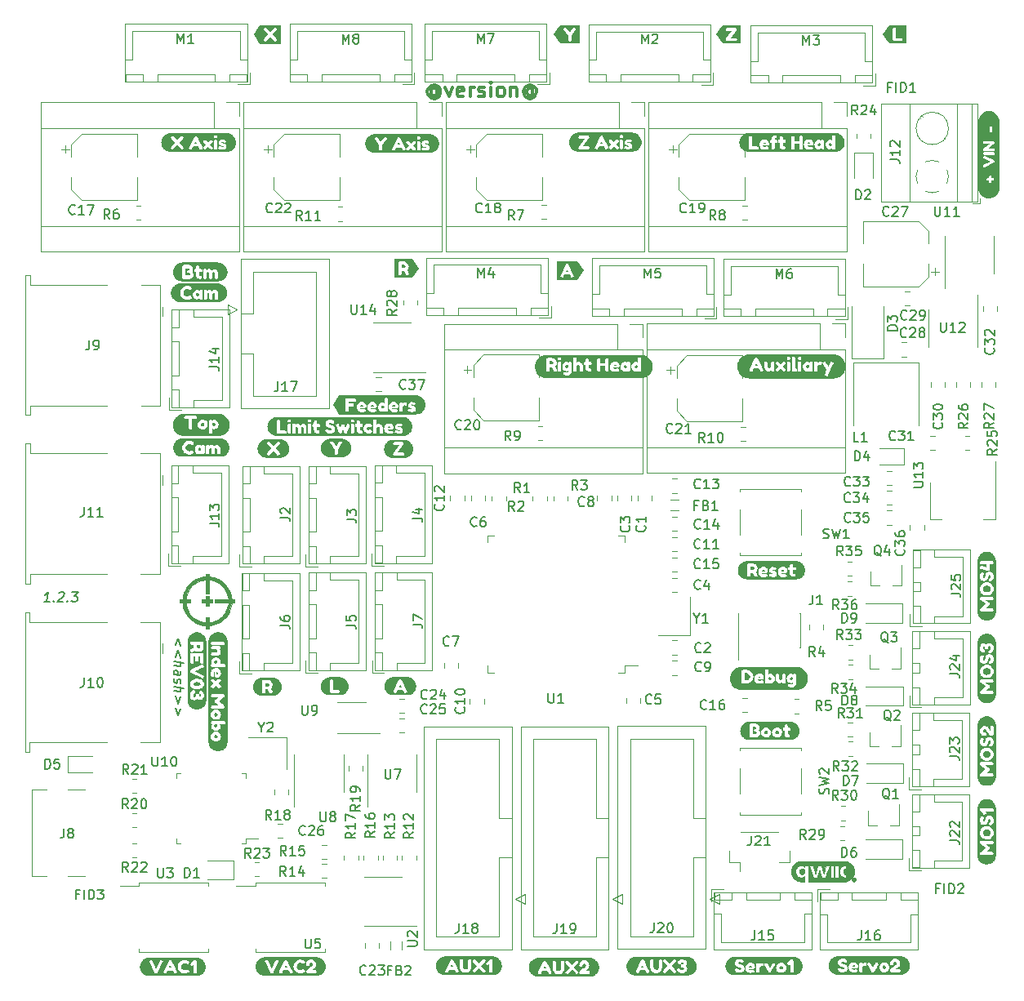
<source format=gbr>
G04 #@! TF.GenerationSoftware,KiCad,Pcbnew,6.0.2+dfsg-1~bpo11+1*
G04 #@! TF.CreationDate,2022-03-16T10:56:09+00:00*
G04 #@! TF.ProjectId,mobo,6d6f626f-2e6b-4696-9361-645f70636258,rev?*
G04 #@! TF.SameCoordinates,Original*
G04 #@! TF.FileFunction,Legend,Top*
G04 #@! TF.FilePolarity,Positive*
%FSLAX46Y46*%
G04 Gerber Fmt 4.6, Leading zero omitted, Abs format (unit mm)*
G04 Created by KiCad (PCBNEW 6.0.2+dfsg-1~bpo11+1) date 2022-03-16 10:56:09*
%MOMM*%
%LPD*%
G01*
G04 APERTURE LIST*
%ADD10C,0.150000*%
%ADD11C,0.300000*%
%ADD12C,0.120000*%
%ADD13C,0.010000*%
G04 APERTURE END LIST*
D10*
X83874285Y-131256785D02*
X83588571Y-130459166D01*
X83302857Y-131185357D01*
X83874285Y-132494880D02*
X83588571Y-131697261D01*
X83302857Y-132423452D01*
X83207619Y-132887738D02*
X84207619Y-133012738D01*
X83207619Y-133316309D02*
X83731428Y-133381785D01*
X83826666Y-133346071D01*
X83874285Y-133256785D01*
X83874285Y-133113928D01*
X83826666Y-133012738D01*
X83779047Y-132959166D01*
X83207619Y-134221071D02*
X83731428Y-134286547D01*
X83826666Y-134250833D01*
X83874285Y-134161547D01*
X83874285Y-133971071D01*
X83826666Y-133869880D01*
X83255238Y-134227023D02*
X83207619Y-134125833D01*
X83207619Y-133887738D01*
X83255238Y-133798452D01*
X83350476Y-133762738D01*
X83445714Y-133774642D01*
X83540952Y-133834166D01*
X83588571Y-133935357D01*
X83588571Y-134173452D01*
X83636190Y-134274642D01*
X83255238Y-134655595D02*
X83207619Y-134744880D01*
X83207619Y-134935357D01*
X83255238Y-135036547D01*
X83350476Y-135096071D01*
X83398095Y-135102023D01*
X83493333Y-135066309D01*
X83540952Y-134977023D01*
X83540952Y-134834166D01*
X83588571Y-134744880D01*
X83683809Y-134709166D01*
X83731428Y-134715119D01*
X83826666Y-134774642D01*
X83874285Y-134875833D01*
X83874285Y-135018690D01*
X83826666Y-135107976D01*
X83207619Y-135506785D02*
X84207619Y-135631785D01*
X83207619Y-135935357D02*
X83731428Y-136000833D01*
X83826666Y-135965119D01*
X83874285Y-135875833D01*
X83874285Y-135732976D01*
X83826666Y-135631785D01*
X83779047Y-135578214D01*
X83874285Y-136494880D02*
X83588571Y-137221071D01*
X83302857Y-136423452D01*
X83874285Y-137732976D02*
X83588571Y-138459166D01*
X83302857Y-137661547D01*
D11*
X110447142Y-73584285D02*
X110375714Y-73512857D01*
X110232857Y-73441428D01*
X110090000Y-73441428D01*
X109947142Y-73512857D01*
X109875714Y-73584285D01*
X109804285Y-73727142D01*
X109804285Y-73870000D01*
X109875714Y-74012857D01*
X109947142Y-74084285D01*
X110090000Y-74155714D01*
X110232857Y-74155714D01*
X110375714Y-74084285D01*
X110447142Y-74012857D01*
X110447142Y-73441428D02*
X110447142Y-74012857D01*
X110518571Y-74084285D01*
X110590000Y-74084285D01*
X110732857Y-74012857D01*
X110804285Y-73870000D01*
X110804285Y-73512857D01*
X110661428Y-73298571D01*
X110447142Y-73155714D01*
X110161428Y-73084285D01*
X109875714Y-73155714D01*
X109661428Y-73298571D01*
X109518571Y-73512857D01*
X109447142Y-73798571D01*
X109518571Y-74084285D01*
X109661428Y-74298571D01*
X109875714Y-74441428D01*
X110161428Y-74512857D01*
X110447142Y-74441428D01*
X110661428Y-74298571D01*
X111304285Y-73298571D02*
X111661428Y-74298571D01*
X112018571Y-73298571D01*
X113161428Y-74227142D02*
X113018571Y-74298571D01*
X112732857Y-74298571D01*
X112590000Y-74227142D01*
X112518571Y-74084285D01*
X112518571Y-73512857D01*
X112590000Y-73370000D01*
X112732857Y-73298571D01*
X113018571Y-73298571D01*
X113161428Y-73370000D01*
X113232857Y-73512857D01*
X113232857Y-73655714D01*
X112518571Y-73798571D01*
X113875714Y-74298571D02*
X113875714Y-73298571D01*
X113875714Y-73584285D02*
X113947142Y-73441428D01*
X114018571Y-73370000D01*
X114161428Y-73298571D01*
X114304285Y-73298571D01*
X114732857Y-74227142D02*
X114875714Y-74298571D01*
X115161428Y-74298571D01*
X115304285Y-74227142D01*
X115375714Y-74084285D01*
X115375714Y-74012857D01*
X115304285Y-73870000D01*
X115161428Y-73798571D01*
X114947142Y-73798571D01*
X114804285Y-73727142D01*
X114732857Y-73584285D01*
X114732857Y-73512857D01*
X114804285Y-73370000D01*
X114947142Y-73298571D01*
X115161428Y-73298571D01*
X115304285Y-73370000D01*
X116018571Y-74298571D02*
X116018571Y-73298571D01*
X116018571Y-72798571D02*
X115947142Y-72870000D01*
X116018571Y-72941428D01*
X116090000Y-72870000D01*
X116018571Y-72798571D01*
X116018571Y-72941428D01*
X116947142Y-74298571D02*
X116804285Y-74227142D01*
X116732857Y-74155714D01*
X116661428Y-74012857D01*
X116661428Y-73584285D01*
X116732857Y-73441428D01*
X116804285Y-73370000D01*
X116947142Y-73298571D01*
X117161428Y-73298571D01*
X117304285Y-73370000D01*
X117375714Y-73441428D01*
X117447142Y-73584285D01*
X117447142Y-74012857D01*
X117375714Y-74155714D01*
X117304285Y-74227142D01*
X117161428Y-74298571D01*
X116947142Y-74298571D01*
X118090000Y-73298571D02*
X118090000Y-74298571D01*
X118090000Y-73441428D02*
X118161428Y-73370000D01*
X118304285Y-73298571D01*
X118518571Y-73298571D01*
X118661428Y-73370000D01*
X118732857Y-73512857D01*
X118732857Y-74298571D01*
X120375714Y-73584285D02*
X120304285Y-73512857D01*
X120161428Y-73441428D01*
X120018571Y-73441428D01*
X119875714Y-73512857D01*
X119804285Y-73584285D01*
X119732857Y-73727142D01*
X119732857Y-73870000D01*
X119804285Y-74012857D01*
X119875714Y-74084285D01*
X120018571Y-74155714D01*
X120161428Y-74155714D01*
X120304285Y-74084285D01*
X120375714Y-74012857D01*
X120375714Y-73441428D02*
X120375714Y-74012857D01*
X120447142Y-74084285D01*
X120518571Y-74084285D01*
X120661428Y-74012857D01*
X120732857Y-73870000D01*
X120732857Y-73512857D01*
X120590000Y-73298571D01*
X120375714Y-73155714D01*
X120090000Y-73084285D01*
X119804285Y-73155714D01*
X119590000Y-73298571D01*
X119447142Y-73512857D01*
X119375714Y-73798571D01*
X119447142Y-74084285D01*
X119590000Y-74298571D01*
X119804285Y-74441428D01*
X120090000Y-74512857D01*
X120375714Y-74441428D01*
X120590000Y-74298571D01*
D10*
X70255357Y-126672380D02*
X69683928Y-126672380D01*
X69969642Y-126672380D02*
X70094642Y-125672380D01*
X69981547Y-125815238D01*
X69874404Y-125910476D01*
X69773214Y-125958095D01*
X70695833Y-126577142D02*
X70737500Y-126624761D01*
X70683928Y-126672380D01*
X70642261Y-126624761D01*
X70695833Y-126577142D01*
X70683928Y-126672380D01*
X71225595Y-125767619D02*
X71279166Y-125720000D01*
X71380357Y-125672380D01*
X71618452Y-125672380D01*
X71707738Y-125720000D01*
X71749404Y-125767619D01*
X71785119Y-125862857D01*
X71773214Y-125958095D01*
X71707738Y-126100952D01*
X71064880Y-126672380D01*
X71683928Y-126672380D01*
X72124404Y-126577142D02*
X72166071Y-126624761D01*
X72112500Y-126672380D01*
X72070833Y-126624761D01*
X72124404Y-126577142D01*
X72112500Y-126672380D01*
X72618452Y-125672380D02*
X73237500Y-125672380D01*
X72856547Y-126053333D01*
X72999404Y-126053333D01*
X73088690Y-126100952D01*
X73130357Y-126148571D01*
X73166071Y-126243809D01*
X73136309Y-126481904D01*
X73076785Y-126577142D01*
X73023214Y-126624761D01*
X72922023Y-126672380D01*
X72636309Y-126672380D01*
X72547023Y-126624761D01*
X72505357Y-126577142D01*
X152401904Y-153142380D02*
X152401904Y-152142380D01*
X152640000Y-152142380D01*
X152782857Y-152190000D01*
X152878095Y-152285238D01*
X152925714Y-152380476D01*
X152973333Y-152570952D01*
X152973333Y-152713809D01*
X152925714Y-152904285D01*
X152878095Y-152999523D01*
X152782857Y-153094761D01*
X152640000Y-153142380D01*
X152401904Y-153142380D01*
X153830476Y-152142380D02*
X153640000Y-152142380D01*
X153544761Y-152190000D01*
X153497142Y-152237619D01*
X153401904Y-152380476D01*
X153354285Y-152570952D01*
X153354285Y-152951904D01*
X153401904Y-153047142D01*
X153449523Y-153094761D01*
X153544761Y-153142380D01*
X153735238Y-153142380D01*
X153830476Y-153094761D01*
X153878095Y-153047142D01*
X153925714Y-152951904D01*
X153925714Y-152713809D01*
X153878095Y-152618571D01*
X153830476Y-152570952D01*
X153735238Y-152523333D01*
X153544761Y-152523333D01*
X153449523Y-152570952D01*
X153401904Y-152618571D01*
X153354285Y-152713809D01*
X157374761Y-147137619D02*
X157279523Y-147090000D01*
X157184285Y-146994761D01*
X157041428Y-146851904D01*
X156946190Y-146804285D01*
X156850952Y-146804285D01*
X156898571Y-147042380D02*
X156803333Y-146994761D01*
X156708095Y-146899523D01*
X156660476Y-146709047D01*
X156660476Y-146375714D01*
X156708095Y-146185238D01*
X156803333Y-146090000D01*
X156898571Y-146042380D01*
X157089047Y-146042380D01*
X157184285Y-146090000D01*
X157279523Y-146185238D01*
X157327142Y-146375714D01*
X157327142Y-146709047D01*
X157279523Y-146899523D01*
X157184285Y-146994761D01*
X157089047Y-147042380D01*
X156898571Y-147042380D01*
X158279523Y-147042380D02*
X157708095Y-147042380D01*
X157993809Y-147042380D02*
X157993809Y-146042380D01*
X157898571Y-146185238D01*
X157803333Y-146280476D01*
X157708095Y-146328095D01*
X157514761Y-139017619D02*
X157419523Y-138970000D01*
X157324285Y-138874761D01*
X157181428Y-138731904D01*
X157086190Y-138684285D01*
X156990952Y-138684285D01*
X157038571Y-138922380D02*
X156943333Y-138874761D01*
X156848095Y-138779523D01*
X156800476Y-138589047D01*
X156800476Y-138255714D01*
X156848095Y-138065238D01*
X156943333Y-137970000D01*
X157038571Y-137922380D01*
X157229047Y-137922380D01*
X157324285Y-137970000D01*
X157419523Y-138065238D01*
X157467142Y-138255714D01*
X157467142Y-138589047D01*
X157419523Y-138779523D01*
X157324285Y-138874761D01*
X157229047Y-138922380D01*
X157038571Y-138922380D01*
X157848095Y-138017619D02*
X157895714Y-137970000D01*
X157990952Y-137922380D01*
X158229047Y-137922380D01*
X158324285Y-137970000D01*
X158371904Y-138017619D01*
X158419523Y-138112857D01*
X158419523Y-138208095D01*
X158371904Y-138350952D01*
X157800476Y-138922380D01*
X158419523Y-138922380D01*
X152027142Y-147222380D02*
X151693809Y-146746190D01*
X151455714Y-147222380D02*
X151455714Y-146222380D01*
X151836666Y-146222380D01*
X151931904Y-146270000D01*
X151979523Y-146317619D01*
X152027142Y-146412857D01*
X152027142Y-146555714D01*
X151979523Y-146650952D01*
X151931904Y-146698571D01*
X151836666Y-146746190D01*
X151455714Y-146746190D01*
X152360476Y-146222380D02*
X152979523Y-146222380D01*
X152646190Y-146603333D01*
X152789047Y-146603333D01*
X152884285Y-146650952D01*
X152931904Y-146698571D01*
X152979523Y-146793809D01*
X152979523Y-147031904D01*
X152931904Y-147127142D01*
X152884285Y-147174761D01*
X152789047Y-147222380D01*
X152503333Y-147222380D01*
X152408095Y-147174761D01*
X152360476Y-147127142D01*
X153598571Y-146222380D02*
X153693809Y-146222380D01*
X153789047Y-146270000D01*
X153836666Y-146317619D01*
X153884285Y-146412857D01*
X153931904Y-146603333D01*
X153931904Y-146841428D01*
X153884285Y-147031904D01*
X153836666Y-147127142D01*
X153789047Y-147174761D01*
X153693809Y-147222380D01*
X153598571Y-147222380D01*
X153503333Y-147174761D01*
X153455714Y-147127142D01*
X153408095Y-147031904D01*
X153360476Y-146841428D01*
X153360476Y-146603333D01*
X153408095Y-146412857D01*
X153455714Y-146317619D01*
X153503333Y-146270000D01*
X153598571Y-146222380D01*
X74386666Y-99542380D02*
X74386666Y-100256666D01*
X74339047Y-100399523D01*
X74243809Y-100494761D01*
X74100952Y-100542380D01*
X74005714Y-100542380D01*
X74910476Y-100542380D02*
X75100952Y-100542380D01*
X75196190Y-100494761D01*
X75243809Y-100447142D01*
X75339047Y-100304285D01*
X75386666Y-100113809D01*
X75386666Y-99732857D01*
X75339047Y-99637619D01*
X75291428Y-99590000D01*
X75196190Y-99542380D01*
X75005714Y-99542380D01*
X74910476Y-99590000D01*
X74862857Y-99637619D01*
X74815238Y-99732857D01*
X74815238Y-99970952D01*
X74862857Y-100066190D01*
X74910476Y-100113809D01*
X75005714Y-100161428D01*
X75196190Y-100161428D01*
X75291428Y-100113809D01*
X75339047Y-100066190D01*
X75386666Y-99970952D01*
X73810476Y-116862380D02*
X73810476Y-117576666D01*
X73762857Y-117719523D01*
X73667619Y-117814761D01*
X73524761Y-117862380D01*
X73429523Y-117862380D01*
X74810476Y-117862380D02*
X74239047Y-117862380D01*
X74524761Y-117862380D02*
X74524761Y-116862380D01*
X74429523Y-117005238D01*
X74334285Y-117100476D01*
X74239047Y-117148095D01*
X75762857Y-117862380D02*
X75191428Y-117862380D01*
X75477142Y-117862380D02*
X75477142Y-116862380D01*
X75381904Y-117005238D01*
X75286666Y-117100476D01*
X75191428Y-117148095D01*
X73830476Y-134542380D02*
X73830476Y-135256666D01*
X73782857Y-135399523D01*
X73687619Y-135494761D01*
X73544761Y-135542380D01*
X73449523Y-135542380D01*
X74830476Y-135542380D02*
X74259047Y-135542380D01*
X74544761Y-135542380D02*
X74544761Y-134542380D01*
X74449523Y-134685238D01*
X74354285Y-134780476D01*
X74259047Y-134828095D01*
X75449523Y-134542380D02*
X75544761Y-134542380D01*
X75640000Y-134590000D01*
X75687619Y-134637619D01*
X75735238Y-134732857D01*
X75782857Y-134923333D01*
X75782857Y-135161428D01*
X75735238Y-135351904D01*
X75687619Y-135447142D01*
X75640000Y-135494761D01*
X75544761Y-135542380D01*
X75449523Y-135542380D01*
X75354285Y-135494761D01*
X75306666Y-135447142D01*
X75259047Y-135351904D01*
X75211428Y-135161428D01*
X75211428Y-134923333D01*
X75259047Y-134732857D01*
X75306666Y-134637619D01*
X75354285Y-134590000D01*
X75449523Y-134542380D01*
X80911904Y-142722380D02*
X80911904Y-143531904D01*
X80959523Y-143627142D01*
X81007142Y-143674761D01*
X81102380Y-143722380D01*
X81292857Y-143722380D01*
X81388095Y-143674761D01*
X81435714Y-143627142D01*
X81483333Y-143531904D01*
X81483333Y-142722380D01*
X82483333Y-143722380D02*
X81911904Y-143722380D01*
X82197619Y-143722380D02*
X82197619Y-142722380D01*
X82102380Y-142865238D01*
X82007142Y-142960476D01*
X81911904Y-143008095D01*
X83102380Y-142722380D02*
X83197619Y-142722380D01*
X83292857Y-142770000D01*
X83340476Y-142817619D01*
X83388095Y-142912857D01*
X83435714Y-143103333D01*
X83435714Y-143341428D01*
X83388095Y-143531904D01*
X83340476Y-143627142D01*
X83292857Y-143674761D01*
X83197619Y-143722380D01*
X83102380Y-143722380D01*
X83007142Y-143674761D01*
X82959523Y-143627142D01*
X82911904Y-143531904D01*
X82864285Y-143341428D01*
X82864285Y-143103333D01*
X82911904Y-142912857D01*
X82959523Y-142817619D01*
X83007142Y-142770000D01*
X83102380Y-142722380D01*
X96788095Y-161612380D02*
X96788095Y-162421904D01*
X96835714Y-162517142D01*
X96883333Y-162564761D01*
X96978571Y-162612380D01*
X97169047Y-162612380D01*
X97264285Y-162564761D01*
X97311904Y-162517142D01*
X97359523Y-162421904D01*
X97359523Y-161612380D01*
X98311904Y-161612380D02*
X97835714Y-161612380D01*
X97788095Y-162088571D01*
X97835714Y-162040952D01*
X97930952Y-161993333D01*
X98169047Y-161993333D01*
X98264285Y-162040952D01*
X98311904Y-162088571D01*
X98359523Y-162183809D01*
X98359523Y-162421904D01*
X98311904Y-162517142D01*
X98264285Y-162564761D01*
X98169047Y-162612380D01*
X97930952Y-162612380D01*
X97835714Y-162564761D01*
X97788095Y-162517142D01*
X71746666Y-150172380D02*
X71746666Y-150886666D01*
X71699047Y-151029523D01*
X71603809Y-151124761D01*
X71460952Y-151172380D01*
X71365714Y-151172380D01*
X72365714Y-150600952D02*
X72270476Y-150553333D01*
X72222857Y-150505714D01*
X72175238Y-150410476D01*
X72175238Y-150362857D01*
X72222857Y-150267619D01*
X72270476Y-150220000D01*
X72365714Y-150172380D01*
X72556190Y-150172380D01*
X72651428Y-150220000D01*
X72699047Y-150267619D01*
X72746666Y-150362857D01*
X72746666Y-150410476D01*
X72699047Y-150505714D01*
X72651428Y-150553333D01*
X72556190Y-150600952D01*
X72365714Y-150600952D01*
X72270476Y-150648571D01*
X72222857Y-150696190D01*
X72175238Y-150791428D01*
X72175238Y-150981904D01*
X72222857Y-151077142D01*
X72270476Y-151124761D01*
X72365714Y-151172380D01*
X72556190Y-151172380D01*
X72651428Y-151124761D01*
X72699047Y-151077142D01*
X72746666Y-150981904D01*
X72746666Y-150791428D01*
X72699047Y-150696190D01*
X72651428Y-150648571D01*
X72556190Y-150600952D01*
X152451904Y-137382380D02*
X152451904Y-136382380D01*
X152690000Y-136382380D01*
X152832857Y-136430000D01*
X152928095Y-136525238D01*
X152975714Y-136620476D01*
X153023333Y-136810952D01*
X153023333Y-136953809D01*
X152975714Y-137144285D01*
X152928095Y-137239523D01*
X152832857Y-137334761D01*
X152690000Y-137382380D01*
X152451904Y-137382380D01*
X153594761Y-136810952D02*
X153499523Y-136763333D01*
X153451904Y-136715714D01*
X153404285Y-136620476D01*
X153404285Y-136572857D01*
X153451904Y-136477619D01*
X153499523Y-136430000D01*
X153594761Y-136382380D01*
X153785238Y-136382380D01*
X153880476Y-136430000D01*
X153928095Y-136477619D01*
X153975714Y-136572857D01*
X153975714Y-136620476D01*
X153928095Y-136715714D01*
X153880476Y-136763333D01*
X153785238Y-136810952D01*
X153594761Y-136810952D01*
X153499523Y-136858571D01*
X153451904Y-136906190D01*
X153404285Y-137001428D01*
X153404285Y-137191904D01*
X153451904Y-137287142D01*
X153499523Y-137334761D01*
X153594761Y-137382380D01*
X153785238Y-137382380D01*
X153880476Y-137334761D01*
X153928095Y-137287142D01*
X153975714Y-137191904D01*
X153975714Y-137001428D01*
X153928095Y-136906190D01*
X153880476Y-136858571D01*
X153785238Y-136810952D01*
X152517142Y-121882380D02*
X152183809Y-121406190D01*
X151945714Y-121882380D02*
X151945714Y-120882380D01*
X152326666Y-120882380D01*
X152421904Y-120930000D01*
X152469523Y-120977619D01*
X152517142Y-121072857D01*
X152517142Y-121215714D01*
X152469523Y-121310952D01*
X152421904Y-121358571D01*
X152326666Y-121406190D01*
X151945714Y-121406190D01*
X152850476Y-120882380D02*
X153469523Y-120882380D01*
X153136190Y-121263333D01*
X153279047Y-121263333D01*
X153374285Y-121310952D01*
X153421904Y-121358571D01*
X153469523Y-121453809D01*
X153469523Y-121691904D01*
X153421904Y-121787142D01*
X153374285Y-121834761D01*
X153279047Y-121882380D01*
X152993333Y-121882380D01*
X152898095Y-121834761D01*
X152850476Y-121787142D01*
X154374285Y-120882380D02*
X153898095Y-120882380D01*
X153850476Y-121358571D01*
X153898095Y-121310952D01*
X153993333Y-121263333D01*
X154231428Y-121263333D01*
X154326666Y-121310952D01*
X154374285Y-121358571D01*
X154421904Y-121453809D01*
X154421904Y-121691904D01*
X154374285Y-121787142D01*
X154326666Y-121834761D01*
X154231428Y-121882380D01*
X153993333Y-121882380D01*
X153898095Y-121834761D01*
X153850476Y-121787142D01*
X157224761Y-130917619D02*
X157129523Y-130870000D01*
X157034285Y-130774761D01*
X156891428Y-130631904D01*
X156796190Y-130584285D01*
X156700952Y-130584285D01*
X156748571Y-130822380D02*
X156653333Y-130774761D01*
X156558095Y-130679523D01*
X156510476Y-130489047D01*
X156510476Y-130155714D01*
X156558095Y-129965238D01*
X156653333Y-129870000D01*
X156748571Y-129822380D01*
X156939047Y-129822380D01*
X157034285Y-129870000D01*
X157129523Y-129965238D01*
X157177142Y-130155714D01*
X157177142Y-130489047D01*
X157129523Y-130679523D01*
X157034285Y-130774761D01*
X156939047Y-130822380D01*
X156748571Y-130822380D01*
X157510476Y-129822380D02*
X158129523Y-129822380D01*
X157796190Y-130203333D01*
X157939047Y-130203333D01*
X158034285Y-130250952D01*
X158081904Y-130298571D01*
X158129523Y-130393809D01*
X158129523Y-130631904D01*
X158081904Y-130727142D01*
X158034285Y-130774761D01*
X157939047Y-130822380D01*
X157653333Y-130822380D01*
X157558095Y-130774761D01*
X157510476Y-130727142D01*
X156504761Y-121927619D02*
X156409523Y-121880000D01*
X156314285Y-121784761D01*
X156171428Y-121641904D01*
X156076190Y-121594285D01*
X155980952Y-121594285D01*
X156028571Y-121832380D02*
X155933333Y-121784761D01*
X155838095Y-121689523D01*
X155790476Y-121499047D01*
X155790476Y-121165714D01*
X155838095Y-120975238D01*
X155933333Y-120880000D01*
X156028571Y-120832380D01*
X156219047Y-120832380D01*
X156314285Y-120880000D01*
X156409523Y-120975238D01*
X156457142Y-121165714D01*
X156457142Y-121499047D01*
X156409523Y-121689523D01*
X156314285Y-121784761D01*
X156219047Y-121832380D01*
X156028571Y-121832380D01*
X157314285Y-121165714D02*
X157314285Y-121832380D01*
X157076190Y-120784761D02*
X156838095Y-121499047D01*
X157457142Y-121499047D01*
X152637142Y-138702380D02*
X152303809Y-138226190D01*
X152065714Y-138702380D02*
X152065714Y-137702380D01*
X152446666Y-137702380D01*
X152541904Y-137750000D01*
X152589523Y-137797619D01*
X152637142Y-137892857D01*
X152637142Y-138035714D01*
X152589523Y-138130952D01*
X152541904Y-138178571D01*
X152446666Y-138226190D01*
X152065714Y-138226190D01*
X152970476Y-137702380D02*
X153589523Y-137702380D01*
X153256190Y-138083333D01*
X153399047Y-138083333D01*
X153494285Y-138130952D01*
X153541904Y-138178571D01*
X153589523Y-138273809D01*
X153589523Y-138511904D01*
X153541904Y-138607142D01*
X153494285Y-138654761D01*
X153399047Y-138702380D01*
X153113333Y-138702380D01*
X153018095Y-138654761D01*
X152970476Y-138607142D01*
X154541904Y-138702380D02*
X153970476Y-138702380D01*
X154256190Y-138702380D02*
X154256190Y-137702380D01*
X154160952Y-137845238D01*
X154065714Y-137940476D01*
X153970476Y-137988095D01*
X152497142Y-130572380D02*
X152163809Y-130096190D01*
X151925714Y-130572380D02*
X151925714Y-129572380D01*
X152306666Y-129572380D01*
X152401904Y-129620000D01*
X152449523Y-129667619D01*
X152497142Y-129762857D01*
X152497142Y-129905714D01*
X152449523Y-130000952D01*
X152401904Y-130048571D01*
X152306666Y-130096190D01*
X151925714Y-130096190D01*
X152830476Y-129572380D02*
X153449523Y-129572380D01*
X153116190Y-129953333D01*
X153259047Y-129953333D01*
X153354285Y-130000952D01*
X153401904Y-130048571D01*
X153449523Y-130143809D01*
X153449523Y-130381904D01*
X153401904Y-130477142D01*
X153354285Y-130524761D01*
X153259047Y-130572380D01*
X152973333Y-130572380D01*
X152878095Y-130524761D01*
X152830476Y-130477142D01*
X153782857Y-129572380D02*
X154401904Y-129572380D01*
X154068571Y-129953333D01*
X154211428Y-129953333D01*
X154306666Y-130000952D01*
X154354285Y-130048571D01*
X154401904Y-130143809D01*
X154401904Y-130381904D01*
X154354285Y-130477142D01*
X154306666Y-130524761D01*
X154211428Y-130572380D01*
X153925714Y-130572380D01*
X153830476Y-130524761D01*
X153782857Y-130477142D01*
X152067142Y-127462380D02*
X151733809Y-126986190D01*
X151495714Y-127462380D02*
X151495714Y-126462380D01*
X151876666Y-126462380D01*
X151971904Y-126510000D01*
X152019523Y-126557619D01*
X152067142Y-126652857D01*
X152067142Y-126795714D01*
X152019523Y-126890952D01*
X151971904Y-126938571D01*
X151876666Y-126986190D01*
X151495714Y-126986190D01*
X152400476Y-126462380D02*
X153019523Y-126462380D01*
X152686190Y-126843333D01*
X152829047Y-126843333D01*
X152924285Y-126890952D01*
X152971904Y-126938571D01*
X153019523Y-127033809D01*
X153019523Y-127271904D01*
X152971904Y-127367142D01*
X152924285Y-127414761D01*
X152829047Y-127462380D01*
X152543333Y-127462380D01*
X152448095Y-127414761D01*
X152400476Y-127367142D01*
X153876666Y-126462380D02*
X153686190Y-126462380D01*
X153590952Y-126510000D01*
X153543333Y-126557619D01*
X153448095Y-126700476D01*
X153400476Y-126890952D01*
X153400476Y-127271904D01*
X153448095Y-127367142D01*
X153495714Y-127414761D01*
X153590952Y-127462380D01*
X153781428Y-127462380D01*
X153876666Y-127414761D01*
X153924285Y-127367142D01*
X153971904Y-127271904D01*
X153971904Y-127033809D01*
X153924285Y-126938571D01*
X153876666Y-126890952D01*
X153781428Y-126843333D01*
X153590952Y-126843333D01*
X153495714Y-126890952D01*
X153448095Y-126938571D01*
X153400476Y-127033809D01*
X131660476Y-68802380D02*
X131660476Y-67802380D01*
X131993809Y-68516666D01*
X132327142Y-67802380D01*
X132327142Y-68802380D01*
X132755714Y-67897619D02*
X132803333Y-67850000D01*
X132898571Y-67802380D01*
X133136666Y-67802380D01*
X133231904Y-67850000D01*
X133279523Y-67897619D01*
X133327142Y-67992857D01*
X133327142Y-68088095D01*
X133279523Y-68230952D01*
X132708095Y-68802380D01*
X133327142Y-68802380D01*
X83540476Y-68782380D02*
X83540476Y-67782380D01*
X83873809Y-68496666D01*
X84207142Y-67782380D01*
X84207142Y-68782380D01*
X85207142Y-68782380D02*
X84635714Y-68782380D01*
X84921428Y-68782380D02*
X84921428Y-67782380D01*
X84826190Y-67925238D01*
X84730952Y-68020476D01*
X84635714Y-68068095D01*
X93347142Y-86227142D02*
X93299523Y-86274761D01*
X93156666Y-86322380D01*
X93061428Y-86322380D01*
X92918571Y-86274761D01*
X92823333Y-86179523D01*
X92775714Y-86084285D01*
X92728095Y-85893809D01*
X92728095Y-85750952D01*
X92775714Y-85560476D01*
X92823333Y-85465238D01*
X92918571Y-85370000D01*
X93061428Y-85322380D01*
X93156666Y-85322380D01*
X93299523Y-85370000D01*
X93347142Y-85417619D01*
X93728095Y-85417619D02*
X93775714Y-85370000D01*
X93870952Y-85322380D01*
X94109047Y-85322380D01*
X94204285Y-85370000D01*
X94251904Y-85417619D01*
X94299523Y-85512857D01*
X94299523Y-85608095D01*
X94251904Y-85750952D01*
X93680476Y-86322380D01*
X94299523Y-86322380D01*
X94680476Y-85417619D02*
X94728095Y-85370000D01*
X94823333Y-85322380D01*
X95061428Y-85322380D01*
X95156666Y-85370000D01*
X95204285Y-85417619D01*
X95251904Y-85512857D01*
X95251904Y-85608095D01*
X95204285Y-85750952D01*
X94632857Y-86322380D01*
X95251904Y-86322380D01*
X148400476Y-68922380D02*
X148400476Y-67922380D01*
X148733809Y-68636666D01*
X149067142Y-67922380D01*
X149067142Y-68922380D01*
X149448095Y-67922380D02*
X150067142Y-67922380D01*
X149733809Y-68303333D01*
X149876666Y-68303333D01*
X149971904Y-68350952D01*
X150019523Y-68398571D01*
X150067142Y-68493809D01*
X150067142Y-68731904D01*
X150019523Y-68827142D01*
X149971904Y-68874761D01*
X149876666Y-68922380D01*
X149590952Y-68922380D01*
X149495714Y-68874761D01*
X149448095Y-68827142D01*
X96447142Y-87102380D02*
X96113809Y-86626190D01*
X95875714Y-87102380D02*
X95875714Y-86102380D01*
X96256666Y-86102380D01*
X96351904Y-86150000D01*
X96399523Y-86197619D01*
X96447142Y-86292857D01*
X96447142Y-86435714D01*
X96399523Y-86530952D01*
X96351904Y-86578571D01*
X96256666Y-86626190D01*
X95875714Y-86626190D01*
X97399523Y-87102380D02*
X96828095Y-87102380D01*
X97113809Y-87102380D02*
X97113809Y-86102380D01*
X97018571Y-86245238D01*
X96923333Y-86340476D01*
X96828095Y-86388095D01*
X98351904Y-87102380D02*
X97780476Y-87102380D01*
X98066190Y-87102380D02*
X98066190Y-86102380D01*
X97970952Y-86245238D01*
X97875714Y-86340476D01*
X97780476Y-86388095D01*
X76503333Y-86982380D02*
X76170000Y-86506190D01*
X75931904Y-86982380D02*
X75931904Y-85982380D01*
X76312857Y-85982380D01*
X76408095Y-86030000D01*
X76455714Y-86077619D01*
X76503333Y-86172857D01*
X76503333Y-86315714D01*
X76455714Y-86410952D01*
X76408095Y-86458571D01*
X76312857Y-86506190D01*
X75931904Y-86506190D01*
X77360476Y-85982380D02*
X77170000Y-85982380D01*
X77074761Y-86030000D01*
X77027142Y-86077619D01*
X76931904Y-86220476D01*
X76884285Y-86410952D01*
X76884285Y-86791904D01*
X76931904Y-86887142D01*
X76979523Y-86934761D01*
X77074761Y-86982380D01*
X77265238Y-86982380D01*
X77360476Y-86934761D01*
X77408095Y-86887142D01*
X77455714Y-86791904D01*
X77455714Y-86553809D01*
X77408095Y-86458571D01*
X77360476Y-86410952D01*
X77265238Y-86363333D01*
X77074761Y-86363333D01*
X76979523Y-86410952D01*
X76931904Y-86458571D01*
X76884285Y-86553809D01*
X115097142Y-86237142D02*
X115049523Y-86284761D01*
X114906666Y-86332380D01*
X114811428Y-86332380D01*
X114668571Y-86284761D01*
X114573333Y-86189523D01*
X114525714Y-86094285D01*
X114478095Y-85903809D01*
X114478095Y-85760952D01*
X114525714Y-85570476D01*
X114573333Y-85475238D01*
X114668571Y-85380000D01*
X114811428Y-85332380D01*
X114906666Y-85332380D01*
X115049523Y-85380000D01*
X115097142Y-85427619D01*
X116049523Y-86332380D02*
X115478095Y-86332380D01*
X115763809Y-86332380D02*
X115763809Y-85332380D01*
X115668571Y-85475238D01*
X115573333Y-85570476D01*
X115478095Y-85618095D01*
X116620952Y-85760952D02*
X116525714Y-85713333D01*
X116478095Y-85665714D01*
X116430476Y-85570476D01*
X116430476Y-85522857D01*
X116478095Y-85427619D01*
X116525714Y-85380000D01*
X116620952Y-85332380D01*
X116811428Y-85332380D01*
X116906666Y-85380000D01*
X116954285Y-85427619D01*
X117001904Y-85522857D01*
X117001904Y-85570476D01*
X116954285Y-85665714D01*
X116906666Y-85713333D01*
X116811428Y-85760952D01*
X116620952Y-85760952D01*
X116525714Y-85808571D01*
X116478095Y-85856190D01*
X116430476Y-85951428D01*
X116430476Y-86141904D01*
X116478095Y-86237142D01*
X116525714Y-86284761D01*
X116620952Y-86332380D01*
X116811428Y-86332380D01*
X116906666Y-86284761D01*
X116954285Y-86237142D01*
X117001904Y-86141904D01*
X117001904Y-85951428D01*
X116954285Y-85856190D01*
X116906666Y-85808571D01*
X116811428Y-85760952D01*
X118443333Y-87072380D02*
X118110000Y-86596190D01*
X117871904Y-87072380D02*
X117871904Y-86072380D01*
X118252857Y-86072380D01*
X118348095Y-86120000D01*
X118395714Y-86167619D01*
X118443333Y-86262857D01*
X118443333Y-86405714D01*
X118395714Y-86500952D01*
X118348095Y-86548571D01*
X118252857Y-86596190D01*
X117871904Y-86596190D01*
X118776666Y-86072380D02*
X119443333Y-86072380D01*
X119014761Y-87072380D01*
X136257142Y-86237142D02*
X136209523Y-86284761D01*
X136066666Y-86332380D01*
X135971428Y-86332380D01*
X135828571Y-86284761D01*
X135733333Y-86189523D01*
X135685714Y-86094285D01*
X135638095Y-85903809D01*
X135638095Y-85760952D01*
X135685714Y-85570476D01*
X135733333Y-85475238D01*
X135828571Y-85380000D01*
X135971428Y-85332380D01*
X136066666Y-85332380D01*
X136209523Y-85380000D01*
X136257142Y-85427619D01*
X137209523Y-86332380D02*
X136638095Y-86332380D01*
X136923809Y-86332380D02*
X136923809Y-85332380D01*
X136828571Y-85475238D01*
X136733333Y-85570476D01*
X136638095Y-85618095D01*
X137685714Y-86332380D02*
X137876190Y-86332380D01*
X137971428Y-86284761D01*
X138019047Y-86237142D01*
X138114285Y-86094285D01*
X138161904Y-85903809D01*
X138161904Y-85522857D01*
X138114285Y-85427619D01*
X138066666Y-85380000D01*
X137971428Y-85332380D01*
X137780952Y-85332380D01*
X137685714Y-85380000D01*
X137638095Y-85427619D01*
X137590476Y-85522857D01*
X137590476Y-85760952D01*
X137638095Y-85856190D01*
X137685714Y-85903809D01*
X137780952Y-85951428D01*
X137971428Y-85951428D01*
X138066666Y-85903809D01*
X138114285Y-85856190D01*
X138161904Y-85760952D01*
X139333333Y-87072380D02*
X139000000Y-86596190D01*
X138761904Y-87072380D02*
X138761904Y-86072380D01*
X139142857Y-86072380D01*
X139238095Y-86120000D01*
X139285714Y-86167619D01*
X139333333Y-86262857D01*
X139333333Y-86405714D01*
X139285714Y-86500952D01*
X139238095Y-86548571D01*
X139142857Y-86596190D01*
X138761904Y-86596190D01*
X139904761Y-86500952D02*
X139809523Y-86453333D01*
X139761904Y-86405714D01*
X139714285Y-86310476D01*
X139714285Y-86262857D01*
X139761904Y-86167619D01*
X139809523Y-86120000D01*
X139904761Y-86072380D01*
X140095238Y-86072380D01*
X140190476Y-86120000D01*
X140238095Y-86167619D01*
X140285714Y-86262857D01*
X140285714Y-86310476D01*
X140238095Y-86405714D01*
X140190476Y-86453333D01*
X140095238Y-86500952D01*
X139904761Y-86500952D01*
X139809523Y-86548571D01*
X139761904Y-86596190D01*
X139714285Y-86691428D01*
X139714285Y-86881904D01*
X139761904Y-86977142D01*
X139809523Y-87024761D01*
X139904761Y-87072380D01*
X140095238Y-87072380D01*
X140190476Y-87024761D01*
X140238095Y-86977142D01*
X140285714Y-86881904D01*
X140285714Y-86691428D01*
X140238095Y-86596190D01*
X140190476Y-86548571D01*
X140095238Y-86500952D01*
X153861904Y-84952380D02*
X153861904Y-83952380D01*
X154100000Y-83952380D01*
X154242857Y-84000000D01*
X154338095Y-84095238D01*
X154385714Y-84190476D01*
X154433333Y-84380952D01*
X154433333Y-84523809D01*
X154385714Y-84714285D01*
X154338095Y-84809523D01*
X154242857Y-84904761D01*
X154100000Y-84952380D01*
X153861904Y-84952380D01*
X154814285Y-84047619D02*
X154861904Y-84000000D01*
X154957142Y-83952380D01*
X155195238Y-83952380D01*
X155290476Y-84000000D01*
X155338095Y-84047619D01*
X155385714Y-84142857D01*
X155385714Y-84238095D01*
X155338095Y-84380952D01*
X154766666Y-84952380D01*
X155385714Y-84952380D01*
X157412380Y-80819523D02*
X158126666Y-80819523D01*
X158269523Y-80867142D01*
X158364761Y-80962380D01*
X158412380Y-81105238D01*
X158412380Y-81200476D01*
X158412380Y-79819523D02*
X158412380Y-80390952D01*
X158412380Y-80105238D02*
X157412380Y-80105238D01*
X157555238Y-80200476D01*
X157650476Y-80295714D01*
X157698095Y-80390952D01*
X157507619Y-79438571D02*
X157460000Y-79390952D01*
X157412380Y-79295714D01*
X157412380Y-79057619D01*
X157460000Y-78962380D01*
X157507619Y-78914761D01*
X157602857Y-78867142D01*
X157698095Y-78867142D01*
X157840952Y-78914761D01*
X158412380Y-79486190D01*
X158412380Y-78867142D01*
X154037142Y-76172380D02*
X153703809Y-75696190D01*
X153465714Y-76172380D02*
X153465714Y-75172380D01*
X153846666Y-75172380D01*
X153941904Y-75220000D01*
X153989523Y-75267619D01*
X154037142Y-75362857D01*
X154037142Y-75505714D01*
X153989523Y-75600952D01*
X153941904Y-75648571D01*
X153846666Y-75696190D01*
X153465714Y-75696190D01*
X154418095Y-75267619D02*
X154465714Y-75220000D01*
X154560952Y-75172380D01*
X154799047Y-75172380D01*
X154894285Y-75220000D01*
X154941904Y-75267619D01*
X154989523Y-75362857D01*
X154989523Y-75458095D01*
X154941904Y-75600952D01*
X154370476Y-76172380D01*
X154989523Y-76172380D01*
X155846666Y-75505714D02*
X155846666Y-76172380D01*
X155608571Y-75124761D02*
X155370476Y-75839047D01*
X155989523Y-75839047D01*
X114640476Y-68772380D02*
X114640476Y-67772380D01*
X114973809Y-68486666D01*
X115307142Y-67772380D01*
X115307142Y-68772380D01*
X115688095Y-67772380D02*
X116354761Y-67772380D01*
X115926190Y-68772380D01*
X100650476Y-68812380D02*
X100650476Y-67812380D01*
X100983809Y-68526666D01*
X101317142Y-67812380D01*
X101317142Y-68812380D01*
X101936190Y-68240952D02*
X101840952Y-68193333D01*
X101793333Y-68145714D01*
X101745714Y-68050476D01*
X101745714Y-68002857D01*
X101793333Y-67907619D01*
X101840952Y-67860000D01*
X101936190Y-67812380D01*
X102126666Y-67812380D01*
X102221904Y-67860000D01*
X102269523Y-67907619D01*
X102317142Y-68002857D01*
X102317142Y-68050476D01*
X102269523Y-68145714D01*
X102221904Y-68193333D01*
X102126666Y-68240952D01*
X101936190Y-68240952D01*
X101840952Y-68288571D01*
X101793333Y-68336190D01*
X101745714Y-68431428D01*
X101745714Y-68621904D01*
X101793333Y-68717142D01*
X101840952Y-68764761D01*
X101936190Y-68812380D01*
X102126666Y-68812380D01*
X102221904Y-68764761D01*
X102269523Y-68717142D01*
X102317142Y-68621904D01*
X102317142Y-68431428D01*
X102269523Y-68336190D01*
X102221904Y-68288571D01*
X102126666Y-68240952D01*
X157287142Y-86577142D02*
X157239523Y-86624761D01*
X157096666Y-86672380D01*
X157001428Y-86672380D01*
X156858571Y-86624761D01*
X156763333Y-86529523D01*
X156715714Y-86434285D01*
X156668095Y-86243809D01*
X156668095Y-86100952D01*
X156715714Y-85910476D01*
X156763333Y-85815238D01*
X156858571Y-85720000D01*
X157001428Y-85672380D01*
X157096666Y-85672380D01*
X157239523Y-85720000D01*
X157287142Y-85767619D01*
X157668095Y-85767619D02*
X157715714Y-85720000D01*
X157810952Y-85672380D01*
X158049047Y-85672380D01*
X158144285Y-85720000D01*
X158191904Y-85767619D01*
X158239523Y-85862857D01*
X158239523Y-85958095D01*
X158191904Y-86100952D01*
X157620476Y-86672380D01*
X158239523Y-86672380D01*
X158572857Y-85672380D02*
X159239523Y-85672380D01*
X158810952Y-86672380D01*
X162051904Y-85682380D02*
X162051904Y-86491904D01*
X162099523Y-86587142D01*
X162147142Y-86634761D01*
X162242380Y-86682380D01*
X162432857Y-86682380D01*
X162528095Y-86634761D01*
X162575714Y-86587142D01*
X162623333Y-86491904D01*
X162623333Y-85682380D01*
X163623333Y-86682380D02*
X163051904Y-86682380D01*
X163337619Y-86682380D02*
X163337619Y-85682380D01*
X163242380Y-85825238D01*
X163147142Y-85920476D01*
X163051904Y-85968095D01*
X164575714Y-86682380D02*
X164004285Y-86682380D01*
X164290000Y-86682380D02*
X164290000Y-85682380D01*
X164194761Y-85825238D01*
X164099523Y-85920476D01*
X164004285Y-85968095D01*
X138187142Y-110132380D02*
X137853809Y-109656190D01*
X137615714Y-110132380D02*
X137615714Y-109132380D01*
X137996666Y-109132380D01*
X138091904Y-109180000D01*
X138139523Y-109227619D01*
X138187142Y-109322857D01*
X138187142Y-109465714D01*
X138139523Y-109560952D01*
X138091904Y-109608571D01*
X137996666Y-109656190D01*
X137615714Y-109656190D01*
X139139523Y-110132380D02*
X138568095Y-110132380D01*
X138853809Y-110132380D02*
X138853809Y-109132380D01*
X138758571Y-109275238D01*
X138663333Y-109370476D01*
X138568095Y-109418095D01*
X139758571Y-109132380D02*
X139853809Y-109132380D01*
X139949047Y-109180000D01*
X139996666Y-109227619D01*
X140044285Y-109322857D01*
X140091904Y-109513333D01*
X140091904Y-109751428D01*
X140044285Y-109941904D01*
X139996666Y-110037142D01*
X139949047Y-110084761D01*
X139853809Y-110132380D01*
X139758571Y-110132380D01*
X139663333Y-110084761D01*
X139615714Y-110037142D01*
X139568095Y-109941904D01*
X139520476Y-109751428D01*
X139520476Y-109513333D01*
X139568095Y-109322857D01*
X139615714Y-109227619D01*
X139663333Y-109180000D01*
X139758571Y-109132380D01*
X118083333Y-109952380D02*
X117750000Y-109476190D01*
X117511904Y-109952380D02*
X117511904Y-108952380D01*
X117892857Y-108952380D01*
X117988095Y-109000000D01*
X118035714Y-109047619D01*
X118083333Y-109142857D01*
X118083333Y-109285714D01*
X118035714Y-109380952D01*
X117988095Y-109428571D01*
X117892857Y-109476190D01*
X117511904Y-109476190D01*
X118559523Y-109952380D02*
X118750000Y-109952380D01*
X118845238Y-109904761D01*
X118892857Y-109857142D01*
X118988095Y-109714285D01*
X119035714Y-109523809D01*
X119035714Y-109142857D01*
X118988095Y-109047619D01*
X118940476Y-109000000D01*
X118845238Y-108952380D01*
X118654761Y-108952380D01*
X118559523Y-109000000D01*
X118511904Y-109047619D01*
X118464285Y-109142857D01*
X118464285Y-109380952D01*
X118511904Y-109476190D01*
X118559523Y-109523809D01*
X118654761Y-109571428D01*
X118845238Y-109571428D01*
X118940476Y-109523809D01*
X118988095Y-109476190D01*
X119035714Y-109380952D01*
X131960476Y-93102380D02*
X131960476Y-92102380D01*
X132293809Y-92816666D01*
X132627142Y-92102380D01*
X132627142Y-93102380D01*
X133579523Y-92102380D02*
X133103333Y-92102380D01*
X133055714Y-92578571D01*
X133103333Y-92530952D01*
X133198571Y-92483333D01*
X133436666Y-92483333D01*
X133531904Y-92530952D01*
X133579523Y-92578571D01*
X133627142Y-92673809D01*
X133627142Y-92911904D01*
X133579523Y-93007142D01*
X133531904Y-93054761D01*
X133436666Y-93102380D01*
X133198571Y-93102380D01*
X133103333Y-93054761D01*
X133055714Y-93007142D01*
X145610476Y-93142380D02*
X145610476Y-92142380D01*
X145943809Y-92856666D01*
X146277142Y-92142380D01*
X146277142Y-93142380D01*
X147181904Y-92142380D02*
X146991428Y-92142380D01*
X146896190Y-92190000D01*
X146848571Y-92237619D01*
X146753333Y-92380476D01*
X146705714Y-92570952D01*
X146705714Y-92951904D01*
X146753333Y-93047142D01*
X146800952Y-93094761D01*
X146896190Y-93142380D01*
X147086666Y-93142380D01*
X147181904Y-93094761D01*
X147229523Y-93047142D01*
X147277142Y-92951904D01*
X147277142Y-92713809D01*
X147229523Y-92618571D01*
X147181904Y-92570952D01*
X147086666Y-92523333D01*
X146896190Y-92523333D01*
X146800952Y-92570952D01*
X146753333Y-92618571D01*
X146705714Y-92713809D01*
X101082380Y-118123333D02*
X101796666Y-118123333D01*
X101939523Y-118170952D01*
X102034761Y-118266190D01*
X102082380Y-118409047D01*
X102082380Y-118504285D01*
X101082380Y-117742380D02*
X101082380Y-117123333D01*
X101463333Y-117456666D01*
X101463333Y-117313809D01*
X101510952Y-117218571D01*
X101558571Y-117170952D01*
X101653809Y-117123333D01*
X101891904Y-117123333D01*
X101987142Y-117170952D01*
X102034761Y-117218571D01*
X102082380Y-117313809D01*
X102082380Y-117599523D01*
X102034761Y-117694761D01*
X101987142Y-117742380D01*
X107922380Y-118003333D02*
X108636666Y-118003333D01*
X108779523Y-118050952D01*
X108874761Y-118146190D01*
X108922380Y-118289047D01*
X108922380Y-118384285D01*
X108255714Y-117098571D02*
X108922380Y-117098571D01*
X107874761Y-117336666D02*
X108589047Y-117574761D01*
X108589047Y-116955714D01*
X101022380Y-129093333D02*
X101736666Y-129093333D01*
X101879523Y-129140952D01*
X101974761Y-129236190D01*
X102022380Y-129379047D01*
X102022380Y-129474285D01*
X101022380Y-128140952D02*
X101022380Y-128617142D01*
X101498571Y-128664761D01*
X101450952Y-128617142D01*
X101403333Y-128521904D01*
X101403333Y-128283809D01*
X101450952Y-128188571D01*
X101498571Y-128140952D01*
X101593809Y-128093333D01*
X101831904Y-128093333D01*
X101927142Y-128140952D01*
X101974761Y-128188571D01*
X102022380Y-128283809D01*
X102022380Y-128521904D01*
X101974761Y-128617142D01*
X101927142Y-128664761D01*
X94182380Y-129103333D02*
X94896666Y-129103333D01*
X95039523Y-129150952D01*
X95134761Y-129246190D01*
X95182380Y-129389047D01*
X95182380Y-129484285D01*
X94182380Y-128198571D02*
X94182380Y-128389047D01*
X94230000Y-128484285D01*
X94277619Y-128531904D01*
X94420476Y-128627142D01*
X94610952Y-128674761D01*
X94991904Y-128674761D01*
X95087142Y-128627142D01*
X95134761Y-128579523D01*
X95182380Y-128484285D01*
X95182380Y-128293809D01*
X95134761Y-128198571D01*
X95087142Y-128150952D01*
X94991904Y-128103333D01*
X94753809Y-128103333D01*
X94658571Y-128150952D01*
X94610952Y-128198571D01*
X94563333Y-128293809D01*
X94563333Y-128484285D01*
X94610952Y-128579523D01*
X94658571Y-128627142D01*
X94753809Y-128674761D01*
X112690476Y-160042380D02*
X112690476Y-160756666D01*
X112642857Y-160899523D01*
X112547619Y-160994761D01*
X112404761Y-161042380D01*
X112309523Y-161042380D01*
X113690476Y-161042380D02*
X113119047Y-161042380D01*
X113404761Y-161042380D02*
X113404761Y-160042380D01*
X113309523Y-160185238D01*
X113214285Y-160280476D01*
X113119047Y-160328095D01*
X114261904Y-160470952D02*
X114166666Y-160423333D01*
X114119047Y-160375714D01*
X114071428Y-160280476D01*
X114071428Y-160232857D01*
X114119047Y-160137619D01*
X114166666Y-160090000D01*
X114261904Y-160042380D01*
X114452380Y-160042380D01*
X114547619Y-160090000D01*
X114595238Y-160137619D01*
X114642857Y-160232857D01*
X114642857Y-160280476D01*
X114595238Y-160375714D01*
X114547619Y-160423333D01*
X114452380Y-160470952D01*
X114261904Y-160470952D01*
X114166666Y-160518571D01*
X114119047Y-160566190D01*
X114071428Y-160661428D01*
X114071428Y-160851904D01*
X114119047Y-160947142D01*
X114166666Y-160994761D01*
X114261904Y-161042380D01*
X114452380Y-161042380D01*
X114547619Y-160994761D01*
X114595238Y-160947142D01*
X114642857Y-160851904D01*
X114642857Y-160661428D01*
X114595238Y-160566190D01*
X114547619Y-160518571D01*
X114452380Y-160470952D01*
X122850476Y-160062380D02*
X122850476Y-160776666D01*
X122802857Y-160919523D01*
X122707619Y-161014761D01*
X122564761Y-161062380D01*
X122469523Y-161062380D01*
X123850476Y-161062380D02*
X123279047Y-161062380D01*
X123564761Y-161062380D02*
X123564761Y-160062380D01*
X123469523Y-160205238D01*
X123374285Y-160300476D01*
X123279047Y-160348095D01*
X124326666Y-161062380D02*
X124517142Y-161062380D01*
X124612380Y-161014761D01*
X124660000Y-160967142D01*
X124755238Y-160824285D01*
X124802857Y-160633809D01*
X124802857Y-160252857D01*
X124755238Y-160157619D01*
X124707619Y-160110000D01*
X124612380Y-160062380D01*
X124421904Y-160062380D01*
X124326666Y-160110000D01*
X124279047Y-160157619D01*
X124231428Y-160252857D01*
X124231428Y-160490952D01*
X124279047Y-160586190D01*
X124326666Y-160633809D01*
X124421904Y-160681428D01*
X124612380Y-160681428D01*
X124707619Y-160633809D01*
X124755238Y-160586190D01*
X124802857Y-160490952D01*
X154153333Y-110072380D02*
X153677142Y-110072380D01*
X153677142Y-109072380D01*
X155010476Y-110072380D02*
X154439047Y-110072380D01*
X154724761Y-110072380D02*
X154724761Y-109072380D01*
X154629523Y-109215238D01*
X154534285Y-109310476D01*
X154439047Y-109358095D01*
X101541904Y-95852380D02*
X101541904Y-96661904D01*
X101589523Y-96757142D01*
X101637142Y-96804761D01*
X101732380Y-96852380D01*
X101922857Y-96852380D01*
X102018095Y-96804761D01*
X102065714Y-96757142D01*
X102113333Y-96661904D01*
X102113333Y-95852380D01*
X103113333Y-96852380D02*
X102541904Y-96852380D01*
X102827619Y-96852380D02*
X102827619Y-95852380D01*
X102732380Y-95995238D01*
X102637142Y-96090476D01*
X102541904Y-96138095D01*
X103970476Y-96185714D02*
X103970476Y-96852380D01*
X103732380Y-95804761D02*
X103494285Y-96519047D01*
X104113333Y-96519047D01*
X93940476Y-103852380D02*
X93940476Y-104566666D01*
X93892857Y-104709523D01*
X93797619Y-104804761D01*
X93654761Y-104852380D01*
X93559523Y-104852380D01*
X94940476Y-104852380D02*
X94369047Y-104852380D01*
X94654761Y-104852380D02*
X94654761Y-103852380D01*
X94559523Y-103995238D01*
X94464285Y-104090476D01*
X94369047Y-104138095D01*
X95273809Y-103852380D02*
X95940476Y-103852380D01*
X95511904Y-104852380D01*
X154420476Y-160752380D02*
X154420476Y-161466666D01*
X154372857Y-161609523D01*
X154277619Y-161704761D01*
X154134761Y-161752380D01*
X154039523Y-161752380D01*
X155420476Y-161752380D02*
X154849047Y-161752380D01*
X155134761Y-161752380D02*
X155134761Y-160752380D01*
X155039523Y-160895238D01*
X154944285Y-160990476D01*
X154849047Y-161038095D01*
X156277619Y-160752380D02*
X156087142Y-160752380D01*
X155991904Y-160800000D01*
X155944285Y-160847619D01*
X155849047Y-160990476D01*
X155801428Y-161180952D01*
X155801428Y-161561904D01*
X155849047Y-161657142D01*
X155896666Y-161704761D01*
X155991904Y-161752380D01*
X156182380Y-161752380D01*
X156277619Y-161704761D01*
X156325238Y-161657142D01*
X156372857Y-161561904D01*
X156372857Y-161323809D01*
X156325238Y-161228571D01*
X156277619Y-161180952D01*
X156182380Y-161133333D01*
X155991904Y-161133333D01*
X155896666Y-161180952D01*
X155849047Y-161228571D01*
X155801428Y-161323809D01*
X151977142Y-136142380D02*
X151643809Y-135666190D01*
X151405714Y-136142380D02*
X151405714Y-135142380D01*
X151786666Y-135142380D01*
X151881904Y-135190000D01*
X151929523Y-135237619D01*
X151977142Y-135332857D01*
X151977142Y-135475714D01*
X151929523Y-135570952D01*
X151881904Y-135618571D01*
X151786666Y-135666190D01*
X151405714Y-135666190D01*
X152310476Y-135142380D02*
X152929523Y-135142380D01*
X152596190Y-135523333D01*
X152739047Y-135523333D01*
X152834285Y-135570952D01*
X152881904Y-135618571D01*
X152929523Y-135713809D01*
X152929523Y-135951904D01*
X152881904Y-136047142D01*
X152834285Y-136094761D01*
X152739047Y-136142380D01*
X152453333Y-136142380D01*
X152358095Y-136094761D01*
X152310476Y-136047142D01*
X153786666Y-135475714D02*
X153786666Y-136142380D01*
X153548571Y-135094761D02*
X153310476Y-135809047D01*
X153929523Y-135809047D01*
X143400476Y-160752380D02*
X143400476Y-161466666D01*
X143352857Y-161609523D01*
X143257619Y-161704761D01*
X143114761Y-161752380D01*
X143019523Y-161752380D01*
X144400476Y-161752380D02*
X143829047Y-161752380D01*
X144114761Y-161752380D02*
X144114761Y-160752380D01*
X144019523Y-160895238D01*
X143924285Y-160990476D01*
X143829047Y-161038095D01*
X145305238Y-160752380D02*
X144829047Y-160752380D01*
X144781428Y-161228571D01*
X144829047Y-161180952D01*
X144924285Y-161133333D01*
X145162380Y-161133333D01*
X145257619Y-161180952D01*
X145305238Y-161228571D01*
X145352857Y-161323809D01*
X145352857Y-161561904D01*
X145305238Y-161657142D01*
X145257619Y-161704761D01*
X145162380Y-161752380D01*
X144924285Y-161752380D01*
X144829047Y-161704761D01*
X144781428Y-161657142D01*
X158152380Y-98538095D02*
X157152380Y-98538095D01*
X157152380Y-98300000D01*
X157200000Y-98157142D01*
X157295238Y-98061904D01*
X157390476Y-98014285D01*
X157580952Y-97966666D01*
X157723809Y-97966666D01*
X157914285Y-98014285D01*
X158009523Y-98061904D01*
X158104761Y-98157142D01*
X158152380Y-98300000D01*
X158152380Y-98538095D01*
X157152380Y-97633333D02*
X157152380Y-97014285D01*
X157533333Y-97347619D01*
X157533333Y-97204761D01*
X157580952Y-97109523D01*
X157628571Y-97061904D01*
X157723809Y-97014285D01*
X157961904Y-97014285D01*
X158057142Y-97061904D01*
X158104761Y-97109523D01*
X158152380Y-97204761D01*
X158152380Y-97490476D01*
X158104761Y-97585714D01*
X158057142Y-97633333D01*
X132683333Y-137187142D02*
X132635714Y-137234761D01*
X132492857Y-137282380D01*
X132397619Y-137282380D01*
X132254761Y-137234761D01*
X132159523Y-137139523D01*
X132111904Y-137044285D01*
X132064285Y-136853809D01*
X132064285Y-136710952D01*
X132111904Y-136520476D01*
X132159523Y-136425238D01*
X132254761Y-136330000D01*
X132397619Y-136282380D01*
X132492857Y-136282380D01*
X132635714Y-136330000D01*
X132683333Y-136377619D01*
X133588095Y-136282380D02*
X133111904Y-136282380D01*
X133064285Y-136758571D01*
X133111904Y-136710952D01*
X133207142Y-136663333D01*
X133445238Y-136663333D01*
X133540476Y-136710952D01*
X133588095Y-136758571D01*
X133635714Y-136853809D01*
X133635714Y-137091904D01*
X133588095Y-137187142D01*
X133540476Y-137234761D01*
X133445238Y-137282380D01*
X133207142Y-137282380D01*
X133111904Y-137234761D01*
X133064285Y-137187142D01*
X111693333Y-131167142D02*
X111645714Y-131214761D01*
X111502857Y-131262380D01*
X111407619Y-131262380D01*
X111264761Y-131214761D01*
X111169523Y-131119523D01*
X111121904Y-131024285D01*
X111074285Y-130833809D01*
X111074285Y-130690952D01*
X111121904Y-130500476D01*
X111169523Y-130405238D01*
X111264761Y-130310000D01*
X111407619Y-130262380D01*
X111502857Y-130262380D01*
X111645714Y-130310000D01*
X111693333Y-130357619D01*
X112026666Y-130262380D02*
X112693333Y-130262380D01*
X112264761Y-131262380D01*
X119083333Y-115332380D02*
X118750000Y-114856190D01*
X118511904Y-115332380D02*
X118511904Y-114332380D01*
X118892857Y-114332380D01*
X118988095Y-114380000D01*
X119035714Y-114427619D01*
X119083333Y-114522857D01*
X119083333Y-114665714D01*
X119035714Y-114760952D01*
X118988095Y-114808571D01*
X118892857Y-114856190D01*
X118511904Y-114856190D01*
X120035714Y-115332380D02*
X119464285Y-115332380D01*
X119750000Y-115332380D02*
X119750000Y-114332380D01*
X119654761Y-114475238D01*
X119559523Y-114570476D01*
X119464285Y-114618095D01*
X131967142Y-118786666D02*
X132014761Y-118834285D01*
X132062380Y-118977142D01*
X132062380Y-119072380D01*
X132014761Y-119215238D01*
X131919523Y-119310476D01*
X131824285Y-119358095D01*
X131633809Y-119405714D01*
X131490952Y-119405714D01*
X131300476Y-119358095D01*
X131205238Y-119310476D01*
X131110000Y-119215238D01*
X131062380Y-119072380D01*
X131062380Y-118977142D01*
X131110000Y-118834285D01*
X131157619Y-118786666D01*
X132062380Y-117834285D02*
X132062380Y-118405714D01*
X132062380Y-118120000D02*
X131062380Y-118120000D01*
X131205238Y-118215238D01*
X131300476Y-118310476D01*
X131348095Y-118405714D01*
X137813333Y-131842142D02*
X137765714Y-131889761D01*
X137622857Y-131937380D01*
X137527619Y-131937380D01*
X137384761Y-131889761D01*
X137289523Y-131794523D01*
X137241904Y-131699285D01*
X137194285Y-131508809D01*
X137194285Y-131365952D01*
X137241904Y-131175476D01*
X137289523Y-131080238D01*
X137384761Y-130985000D01*
X137527619Y-130937380D01*
X137622857Y-130937380D01*
X137765714Y-130985000D01*
X137813333Y-131032619D01*
X138194285Y-131032619D02*
X138241904Y-130985000D01*
X138337142Y-130937380D01*
X138575238Y-130937380D01*
X138670476Y-130985000D01*
X138718095Y-131032619D01*
X138765714Y-131127857D01*
X138765714Y-131223095D01*
X138718095Y-131365952D01*
X138146666Y-131937380D01*
X138765714Y-131937380D01*
X137743333Y-125302142D02*
X137695714Y-125349761D01*
X137552857Y-125397380D01*
X137457619Y-125397380D01*
X137314761Y-125349761D01*
X137219523Y-125254523D01*
X137171904Y-125159285D01*
X137124285Y-124968809D01*
X137124285Y-124825952D01*
X137171904Y-124635476D01*
X137219523Y-124540238D01*
X137314761Y-124445000D01*
X137457619Y-124397380D01*
X137552857Y-124397380D01*
X137695714Y-124445000D01*
X137743333Y-124492619D01*
X138600476Y-124730714D02*
X138600476Y-125397380D01*
X138362380Y-124349761D02*
X138124285Y-125064047D01*
X138743333Y-125064047D01*
X118473333Y-117242380D02*
X118140000Y-116766190D01*
X117901904Y-117242380D02*
X117901904Y-116242380D01*
X118282857Y-116242380D01*
X118378095Y-116290000D01*
X118425714Y-116337619D01*
X118473333Y-116432857D01*
X118473333Y-116575714D01*
X118425714Y-116670952D01*
X118378095Y-116718571D01*
X118282857Y-116766190D01*
X117901904Y-116766190D01*
X118854285Y-116337619D02*
X118901904Y-116290000D01*
X118997142Y-116242380D01*
X119235238Y-116242380D01*
X119330476Y-116290000D01*
X119378095Y-116337619D01*
X119425714Y-116432857D01*
X119425714Y-116528095D01*
X119378095Y-116670952D01*
X118806666Y-117242380D01*
X119425714Y-117242380D01*
X137343809Y-128386190D02*
X137343809Y-128862380D01*
X137010476Y-127862380D02*
X137343809Y-128386190D01*
X137677142Y-127862380D01*
X138534285Y-128862380D02*
X137962857Y-128862380D01*
X138248571Y-128862380D02*
X138248571Y-127862380D01*
X138153333Y-128005238D01*
X138058095Y-128100476D01*
X137962857Y-128148095D01*
X125033333Y-115072380D02*
X124700000Y-114596190D01*
X124461904Y-115072380D02*
X124461904Y-114072380D01*
X124842857Y-114072380D01*
X124938095Y-114120000D01*
X124985714Y-114167619D01*
X125033333Y-114262857D01*
X125033333Y-114405714D01*
X124985714Y-114500952D01*
X124938095Y-114548571D01*
X124842857Y-114596190D01*
X124461904Y-114596190D01*
X125366666Y-114072380D02*
X125985714Y-114072380D01*
X125652380Y-114453333D01*
X125795238Y-114453333D01*
X125890476Y-114500952D01*
X125938095Y-114548571D01*
X125985714Y-114643809D01*
X125985714Y-114881904D01*
X125938095Y-114977142D01*
X125890476Y-115024761D01*
X125795238Y-115072380D01*
X125509523Y-115072380D01*
X125414285Y-115024761D01*
X125366666Y-114977142D01*
X148687142Y-151282380D02*
X148353809Y-150806190D01*
X148115714Y-151282380D02*
X148115714Y-150282380D01*
X148496666Y-150282380D01*
X148591904Y-150330000D01*
X148639523Y-150377619D01*
X148687142Y-150472857D01*
X148687142Y-150615714D01*
X148639523Y-150710952D01*
X148591904Y-150758571D01*
X148496666Y-150806190D01*
X148115714Y-150806190D01*
X149068095Y-150377619D02*
X149115714Y-150330000D01*
X149210952Y-150282380D01*
X149449047Y-150282380D01*
X149544285Y-150330000D01*
X149591904Y-150377619D01*
X149639523Y-150472857D01*
X149639523Y-150568095D01*
X149591904Y-150710952D01*
X149020476Y-151282380D01*
X149639523Y-151282380D01*
X150115714Y-151282380D02*
X150306190Y-151282380D01*
X150401428Y-151234761D01*
X150449047Y-151187142D01*
X150544285Y-151044285D01*
X150591904Y-150853809D01*
X150591904Y-150472857D01*
X150544285Y-150377619D01*
X150496666Y-150330000D01*
X150401428Y-150282380D01*
X150210952Y-150282380D01*
X150115714Y-150330000D01*
X150068095Y-150377619D01*
X150020476Y-150472857D01*
X150020476Y-150710952D01*
X150068095Y-150806190D01*
X150115714Y-150853809D01*
X150210952Y-150901428D01*
X150401428Y-150901428D01*
X150496666Y-150853809D01*
X150544285Y-150806190D01*
X150591904Y-150710952D01*
X81478095Y-154292380D02*
X81478095Y-155101904D01*
X81525714Y-155197142D01*
X81573333Y-155244761D01*
X81668571Y-155292380D01*
X81859047Y-155292380D01*
X81954285Y-155244761D01*
X82001904Y-155197142D01*
X82049523Y-155101904D01*
X82049523Y-154292380D01*
X82430476Y-154292380D02*
X83049523Y-154292380D01*
X82716190Y-154673333D01*
X82859047Y-154673333D01*
X82954285Y-154720952D01*
X83001904Y-154768571D01*
X83049523Y-154863809D01*
X83049523Y-155101904D01*
X83001904Y-155197142D01*
X82954285Y-155244761D01*
X82859047Y-155292380D01*
X82573333Y-155292380D01*
X82478095Y-155244761D01*
X82430476Y-155197142D01*
X107942380Y-129033333D02*
X108656666Y-129033333D01*
X108799523Y-129080952D01*
X108894761Y-129176190D01*
X108942380Y-129319047D01*
X108942380Y-129414285D01*
X107942380Y-128652380D02*
X107942380Y-127985714D01*
X108942380Y-128414285D01*
X163582380Y-142719523D02*
X164296666Y-142719523D01*
X164439523Y-142767142D01*
X164534761Y-142862380D01*
X164582380Y-143005238D01*
X164582380Y-143100476D01*
X163677619Y-142290952D02*
X163630000Y-142243333D01*
X163582380Y-142148095D01*
X163582380Y-141910000D01*
X163630000Y-141814761D01*
X163677619Y-141767142D01*
X163772857Y-141719523D01*
X163868095Y-141719523D01*
X164010952Y-141767142D01*
X164582380Y-142338571D01*
X164582380Y-141719523D01*
X163582380Y-141386190D02*
X163582380Y-140767142D01*
X163963333Y-141100476D01*
X163963333Y-140957619D01*
X164010952Y-140862380D01*
X164058571Y-140814761D01*
X164153809Y-140767142D01*
X164391904Y-140767142D01*
X164487142Y-140814761D01*
X164534761Y-140862380D01*
X164582380Y-140957619D01*
X164582380Y-141243333D01*
X164534761Y-141338571D01*
X164487142Y-141386190D01*
X163622380Y-134139523D02*
X164336666Y-134139523D01*
X164479523Y-134187142D01*
X164574761Y-134282380D01*
X164622380Y-134425238D01*
X164622380Y-134520476D01*
X163717619Y-133710952D02*
X163670000Y-133663333D01*
X163622380Y-133568095D01*
X163622380Y-133330000D01*
X163670000Y-133234761D01*
X163717619Y-133187142D01*
X163812857Y-133139523D01*
X163908095Y-133139523D01*
X164050952Y-133187142D01*
X164622380Y-133758571D01*
X164622380Y-133139523D01*
X163955714Y-132282380D02*
X164622380Y-132282380D01*
X163574761Y-132520476D02*
X164289047Y-132758571D01*
X164289047Y-132139523D01*
X163732380Y-125819523D02*
X164446666Y-125819523D01*
X164589523Y-125867142D01*
X164684761Y-125962380D01*
X164732380Y-126105238D01*
X164732380Y-126200476D01*
X163827619Y-125390952D02*
X163780000Y-125343333D01*
X163732380Y-125248095D01*
X163732380Y-125010000D01*
X163780000Y-124914761D01*
X163827619Y-124867142D01*
X163922857Y-124819523D01*
X164018095Y-124819523D01*
X164160952Y-124867142D01*
X164732380Y-125438571D01*
X164732380Y-124819523D01*
X163732380Y-123914761D02*
X163732380Y-124390952D01*
X164208571Y-124438571D01*
X164160952Y-124390952D01*
X164113333Y-124295714D01*
X164113333Y-124057619D01*
X164160952Y-123962380D01*
X164208571Y-123914761D01*
X164303809Y-123867142D01*
X164541904Y-123867142D01*
X164637142Y-123914761D01*
X164684761Y-123962380D01*
X164732380Y-124057619D01*
X164732380Y-124295714D01*
X164684761Y-124390952D01*
X164637142Y-124438571D01*
X163602380Y-151409523D02*
X164316666Y-151409523D01*
X164459523Y-151457142D01*
X164554761Y-151552380D01*
X164602380Y-151695238D01*
X164602380Y-151790476D01*
X163697619Y-150980952D02*
X163650000Y-150933333D01*
X163602380Y-150838095D01*
X163602380Y-150600000D01*
X163650000Y-150504761D01*
X163697619Y-150457142D01*
X163792857Y-150409523D01*
X163888095Y-150409523D01*
X164030952Y-150457142D01*
X164602380Y-151028571D01*
X164602380Y-150409523D01*
X163697619Y-150028571D02*
X163650000Y-149980952D01*
X163602380Y-149885714D01*
X163602380Y-149647619D01*
X163650000Y-149552380D01*
X163697619Y-149504761D01*
X163792857Y-149457142D01*
X163888095Y-149457142D01*
X164030952Y-149504761D01*
X164602380Y-150076190D01*
X164602380Y-149457142D01*
X152117142Y-144212380D02*
X151783809Y-143736190D01*
X151545714Y-144212380D02*
X151545714Y-143212380D01*
X151926666Y-143212380D01*
X152021904Y-143260000D01*
X152069523Y-143307619D01*
X152117142Y-143402857D01*
X152117142Y-143545714D01*
X152069523Y-143640952D01*
X152021904Y-143688571D01*
X151926666Y-143736190D01*
X151545714Y-143736190D01*
X152450476Y-143212380D02*
X153069523Y-143212380D01*
X152736190Y-143593333D01*
X152879047Y-143593333D01*
X152974285Y-143640952D01*
X153021904Y-143688571D01*
X153069523Y-143783809D01*
X153069523Y-144021904D01*
X153021904Y-144117142D01*
X152974285Y-144164761D01*
X152879047Y-144212380D01*
X152593333Y-144212380D01*
X152498095Y-144164761D01*
X152450476Y-144117142D01*
X153450476Y-143307619D02*
X153498095Y-143260000D01*
X153593333Y-143212380D01*
X153831428Y-143212380D01*
X153926666Y-143260000D01*
X153974285Y-143307619D01*
X154021904Y-143402857D01*
X154021904Y-143498095D01*
X153974285Y-143640952D01*
X153402857Y-144212380D01*
X154021904Y-144212380D01*
X152571904Y-145692380D02*
X152571904Y-144692380D01*
X152810000Y-144692380D01*
X152952857Y-144740000D01*
X153048095Y-144835238D01*
X153095714Y-144930476D01*
X153143333Y-145120952D01*
X153143333Y-145263809D01*
X153095714Y-145454285D01*
X153048095Y-145549523D01*
X152952857Y-145644761D01*
X152810000Y-145692380D01*
X152571904Y-145692380D01*
X153476666Y-144692380D02*
X154143333Y-144692380D01*
X153714761Y-145692380D01*
X94212380Y-117953333D02*
X94926666Y-117953333D01*
X95069523Y-118000952D01*
X95164761Y-118096190D01*
X95212380Y-118239047D01*
X95212380Y-118334285D01*
X94307619Y-117524761D02*
X94260000Y-117477142D01*
X94212380Y-117381904D01*
X94212380Y-117143809D01*
X94260000Y-117048571D01*
X94307619Y-117000952D01*
X94402857Y-116953333D01*
X94498095Y-116953333D01*
X94640952Y-117000952D01*
X95212380Y-117572380D01*
X95212380Y-116953333D01*
X107187142Y-104527142D02*
X107139523Y-104574761D01*
X106996666Y-104622380D01*
X106901428Y-104622380D01*
X106758571Y-104574761D01*
X106663333Y-104479523D01*
X106615714Y-104384285D01*
X106568095Y-104193809D01*
X106568095Y-104050952D01*
X106615714Y-103860476D01*
X106663333Y-103765238D01*
X106758571Y-103670000D01*
X106901428Y-103622380D01*
X106996666Y-103622380D01*
X107139523Y-103670000D01*
X107187142Y-103717619D01*
X107520476Y-103622380D02*
X108139523Y-103622380D01*
X107806190Y-104003333D01*
X107949047Y-104003333D01*
X108044285Y-104050952D01*
X108091904Y-104098571D01*
X108139523Y-104193809D01*
X108139523Y-104431904D01*
X108091904Y-104527142D01*
X108044285Y-104574761D01*
X107949047Y-104622380D01*
X107663333Y-104622380D01*
X107568095Y-104574761D01*
X107520476Y-104527142D01*
X108472857Y-103622380D02*
X109139523Y-103622380D01*
X108710952Y-104622380D01*
X153741904Y-112052380D02*
X153741904Y-111052380D01*
X153980000Y-111052380D01*
X154122857Y-111100000D01*
X154218095Y-111195238D01*
X154265714Y-111290476D01*
X154313333Y-111480952D01*
X154313333Y-111623809D01*
X154265714Y-111814285D01*
X154218095Y-111909523D01*
X154122857Y-112004761D01*
X153980000Y-112052380D01*
X153741904Y-112052380D01*
X155170476Y-111385714D02*
X155170476Y-112052380D01*
X154932380Y-111004761D02*
X154694285Y-111719047D01*
X155313333Y-111719047D01*
X69791904Y-143992380D02*
X69791904Y-142992380D01*
X70030000Y-142992380D01*
X70172857Y-143040000D01*
X70268095Y-143135238D01*
X70315714Y-143230476D01*
X70363333Y-143420952D01*
X70363333Y-143563809D01*
X70315714Y-143754285D01*
X70268095Y-143849523D01*
X70172857Y-143944761D01*
X70030000Y-143992380D01*
X69791904Y-143992380D01*
X71268095Y-142992380D02*
X70791904Y-142992380D01*
X70744285Y-143468571D01*
X70791904Y-143420952D01*
X70887142Y-143373333D01*
X71125238Y-143373333D01*
X71220476Y-143420952D01*
X71268095Y-143468571D01*
X71315714Y-143563809D01*
X71315714Y-143801904D01*
X71268095Y-143897142D01*
X71220476Y-143944761D01*
X71125238Y-143992380D01*
X70887142Y-143992380D01*
X70791904Y-143944761D01*
X70744285Y-143897142D01*
X86842380Y-102309523D02*
X87556666Y-102309523D01*
X87699523Y-102357142D01*
X87794761Y-102452380D01*
X87842380Y-102595238D01*
X87842380Y-102690476D01*
X87842380Y-101309523D02*
X87842380Y-101880952D01*
X87842380Y-101595238D02*
X86842380Y-101595238D01*
X86985238Y-101690476D01*
X87080476Y-101785714D01*
X87128095Y-101880952D01*
X87175714Y-100452380D02*
X87842380Y-100452380D01*
X86794761Y-100690476D02*
X87509047Y-100928571D01*
X87509047Y-100309523D01*
X143020476Y-150942380D02*
X143020476Y-151656666D01*
X142972857Y-151799523D01*
X142877619Y-151894761D01*
X142734761Y-151942380D01*
X142639523Y-151942380D01*
X143449047Y-151037619D02*
X143496666Y-150990000D01*
X143591904Y-150942380D01*
X143830000Y-150942380D01*
X143925238Y-150990000D01*
X143972857Y-151037619D01*
X144020476Y-151132857D01*
X144020476Y-151228095D01*
X143972857Y-151370952D01*
X143401428Y-151942380D01*
X144020476Y-151942380D01*
X144972857Y-151942380D02*
X144401428Y-151942380D01*
X144687142Y-151942380D02*
X144687142Y-150942380D01*
X144591904Y-151085238D01*
X144496666Y-151180476D01*
X144401428Y-151228095D01*
X121978095Y-136162380D02*
X121978095Y-136971904D01*
X122025714Y-137067142D01*
X122073333Y-137114761D01*
X122168571Y-137162380D01*
X122359047Y-137162380D01*
X122454285Y-137114761D01*
X122501904Y-137067142D01*
X122549523Y-136971904D01*
X122549523Y-136162380D01*
X123549523Y-137162380D02*
X122978095Y-137162380D01*
X123263809Y-137162380D02*
X123263809Y-136162380D01*
X123168571Y-136305238D01*
X123073333Y-136400476D01*
X122978095Y-136448095D01*
X94767142Y-155102380D02*
X94433809Y-154626190D01*
X94195714Y-155102380D02*
X94195714Y-154102380D01*
X94576666Y-154102380D01*
X94671904Y-154150000D01*
X94719523Y-154197619D01*
X94767142Y-154292857D01*
X94767142Y-154435714D01*
X94719523Y-154530952D01*
X94671904Y-154578571D01*
X94576666Y-154626190D01*
X94195714Y-154626190D01*
X95719523Y-155102380D02*
X95148095Y-155102380D01*
X95433809Y-155102380D02*
X95433809Y-154102380D01*
X95338571Y-154245238D01*
X95243333Y-154340476D01*
X95148095Y-154388095D01*
X96576666Y-154435714D02*
X96576666Y-155102380D01*
X96338571Y-154054761D02*
X96100476Y-154769047D01*
X96719523Y-154769047D01*
X94787142Y-152982380D02*
X94453809Y-152506190D01*
X94215714Y-152982380D02*
X94215714Y-151982380D01*
X94596666Y-151982380D01*
X94691904Y-152030000D01*
X94739523Y-152077619D01*
X94787142Y-152172857D01*
X94787142Y-152315714D01*
X94739523Y-152410952D01*
X94691904Y-152458571D01*
X94596666Y-152506190D01*
X94215714Y-152506190D01*
X95739523Y-152982380D02*
X95168095Y-152982380D01*
X95453809Y-152982380D02*
X95453809Y-151982380D01*
X95358571Y-152125238D01*
X95263333Y-152220476D01*
X95168095Y-152268095D01*
X96644285Y-151982380D02*
X96168095Y-151982380D01*
X96120476Y-152458571D01*
X96168095Y-152410952D01*
X96263333Y-152363333D01*
X96501428Y-152363333D01*
X96596666Y-152410952D01*
X96644285Y-152458571D01*
X96691904Y-152553809D01*
X96691904Y-152791904D01*
X96644285Y-152887142D01*
X96596666Y-152934761D01*
X96501428Y-152982380D01*
X96263333Y-152982380D01*
X96168095Y-152934761D01*
X96120476Y-152887142D01*
X103992380Y-150502857D02*
X103516190Y-150836190D01*
X103992380Y-151074285D02*
X102992380Y-151074285D01*
X102992380Y-150693333D01*
X103040000Y-150598095D01*
X103087619Y-150550476D01*
X103182857Y-150502857D01*
X103325714Y-150502857D01*
X103420952Y-150550476D01*
X103468571Y-150598095D01*
X103516190Y-150693333D01*
X103516190Y-151074285D01*
X103992380Y-149550476D02*
X103992380Y-150121904D01*
X103992380Y-149836190D02*
X102992380Y-149836190D01*
X103135238Y-149931428D01*
X103230476Y-150026666D01*
X103278095Y-150121904D01*
X102992380Y-148693333D02*
X102992380Y-148883809D01*
X103040000Y-148979047D01*
X103087619Y-149026666D01*
X103230476Y-149121904D01*
X103420952Y-149169523D01*
X103801904Y-149169523D01*
X103897142Y-149121904D01*
X103944761Y-149074285D01*
X103992380Y-148979047D01*
X103992380Y-148788571D01*
X103944761Y-148693333D01*
X103897142Y-148645714D01*
X103801904Y-148598095D01*
X103563809Y-148598095D01*
X103468571Y-148645714D01*
X103420952Y-148693333D01*
X103373333Y-148788571D01*
X103373333Y-148979047D01*
X103420952Y-149074285D01*
X103468571Y-149121904D01*
X103563809Y-149169523D01*
X101972380Y-150612857D02*
X101496190Y-150946190D01*
X101972380Y-151184285D02*
X100972380Y-151184285D01*
X100972380Y-150803333D01*
X101020000Y-150708095D01*
X101067619Y-150660476D01*
X101162857Y-150612857D01*
X101305714Y-150612857D01*
X101400952Y-150660476D01*
X101448571Y-150708095D01*
X101496190Y-150803333D01*
X101496190Y-151184285D01*
X101972380Y-149660476D02*
X101972380Y-150231904D01*
X101972380Y-149946190D02*
X100972380Y-149946190D01*
X101115238Y-150041428D01*
X101210476Y-150136666D01*
X101258095Y-150231904D01*
X100972380Y-149327142D02*
X100972380Y-148660476D01*
X101972380Y-149089047D01*
X102462380Y-147752857D02*
X101986190Y-148086190D01*
X102462380Y-148324285D02*
X101462380Y-148324285D01*
X101462380Y-147943333D01*
X101510000Y-147848095D01*
X101557619Y-147800476D01*
X101652857Y-147752857D01*
X101795714Y-147752857D01*
X101890952Y-147800476D01*
X101938571Y-147848095D01*
X101986190Y-147943333D01*
X101986190Y-148324285D01*
X102462380Y-146800476D02*
X102462380Y-147371904D01*
X102462380Y-147086190D02*
X101462380Y-147086190D01*
X101605238Y-147181428D01*
X101700476Y-147276666D01*
X101748095Y-147371904D01*
X102462380Y-146324285D02*
X102462380Y-146133809D01*
X102414761Y-146038571D01*
X102367142Y-145990952D01*
X102224285Y-145895714D01*
X102033809Y-145848095D01*
X101652857Y-145848095D01*
X101557619Y-145895714D01*
X101510000Y-145943333D01*
X101462380Y-146038571D01*
X101462380Y-146229047D01*
X101510000Y-146324285D01*
X101557619Y-146371904D01*
X101652857Y-146419523D01*
X101890952Y-146419523D01*
X101986190Y-146371904D01*
X102033809Y-146324285D01*
X102081428Y-146229047D01*
X102081428Y-146038571D01*
X102033809Y-145943333D01*
X101986190Y-145895714D01*
X101890952Y-145848095D01*
X93267142Y-149262380D02*
X92933809Y-148786190D01*
X92695714Y-149262380D02*
X92695714Y-148262380D01*
X93076666Y-148262380D01*
X93171904Y-148310000D01*
X93219523Y-148357619D01*
X93267142Y-148452857D01*
X93267142Y-148595714D01*
X93219523Y-148690952D01*
X93171904Y-148738571D01*
X93076666Y-148786190D01*
X92695714Y-148786190D01*
X94219523Y-149262380D02*
X93648095Y-149262380D01*
X93933809Y-149262380D02*
X93933809Y-148262380D01*
X93838571Y-148405238D01*
X93743333Y-148500476D01*
X93648095Y-148548095D01*
X94790952Y-148690952D02*
X94695714Y-148643333D01*
X94648095Y-148595714D01*
X94600476Y-148500476D01*
X94600476Y-148452857D01*
X94648095Y-148357619D01*
X94695714Y-148310000D01*
X94790952Y-148262380D01*
X94981428Y-148262380D01*
X95076666Y-148310000D01*
X95124285Y-148357619D01*
X95171904Y-148452857D01*
X95171904Y-148500476D01*
X95124285Y-148595714D01*
X95076666Y-148643333D01*
X94981428Y-148690952D01*
X94790952Y-148690952D01*
X94695714Y-148738571D01*
X94648095Y-148786190D01*
X94600476Y-148881428D01*
X94600476Y-149071904D01*
X94648095Y-149167142D01*
X94695714Y-149214761D01*
X94790952Y-149262380D01*
X94981428Y-149262380D01*
X95076666Y-149214761D01*
X95124285Y-149167142D01*
X95171904Y-149071904D01*
X95171904Y-148881428D01*
X95124285Y-148786190D01*
X95076666Y-148738571D01*
X94981428Y-148690952D01*
X78407142Y-148122380D02*
X78073809Y-147646190D01*
X77835714Y-148122380D02*
X77835714Y-147122380D01*
X78216666Y-147122380D01*
X78311904Y-147170000D01*
X78359523Y-147217619D01*
X78407142Y-147312857D01*
X78407142Y-147455714D01*
X78359523Y-147550952D01*
X78311904Y-147598571D01*
X78216666Y-147646190D01*
X77835714Y-147646190D01*
X78788095Y-147217619D02*
X78835714Y-147170000D01*
X78930952Y-147122380D01*
X79169047Y-147122380D01*
X79264285Y-147170000D01*
X79311904Y-147217619D01*
X79359523Y-147312857D01*
X79359523Y-147408095D01*
X79311904Y-147550952D01*
X78740476Y-148122380D01*
X79359523Y-148122380D01*
X79978571Y-147122380D02*
X80073809Y-147122380D01*
X80169047Y-147170000D01*
X80216666Y-147217619D01*
X80264285Y-147312857D01*
X80311904Y-147503333D01*
X80311904Y-147741428D01*
X80264285Y-147931904D01*
X80216666Y-148027142D01*
X80169047Y-148074761D01*
X80073809Y-148122380D01*
X79978571Y-148122380D01*
X79883333Y-148074761D01*
X79835714Y-148027142D01*
X79788095Y-147931904D01*
X79740476Y-147741428D01*
X79740476Y-147503333D01*
X79788095Y-147312857D01*
X79835714Y-147217619D01*
X79883333Y-147170000D01*
X79978571Y-147122380D01*
X78427142Y-154662380D02*
X78093809Y-154186190D01*
X77855714Y-154662380D02*
X77855714Y-153662380D01*
X78236666Y-153662380D01*
X78331904Y-153710000D01*
X78379523Y-153757619D01*
X78427142Y-153852857D01*
X78427142Y-153995714D01*
X78379523Y-154090952D01*
X78331904Y-154138571D01*
X78236666Y-154186190D01*
X77855714Y-154186190D01*
X78808095Y-153757619D02*
X78855714Y-153710000D01*
X78950952Y-153662380D01*
X79189047Y-153662380D01*
X79284285Y-153710000D01*
X79331904Y-153757619D01*
X79379523Y-153852857D01*
X79379523Y-153948095D01*
X79331904Y-154090952D01*
X78760476Y-154662380D01*
X79379523Y-154662380D01*
X79760476Y-153757619D02*
X79808095Y-153710000D01*
X79903333Y-153662380D01*
X80141428Y-153662380D01*
X80236666Y-153710000D01*
X80284285Y-153757619D01*
X80331904Y-153852857D01*
X80331904Y-153948095D01*
X80284285Y-154090952D01*
X79712857Y-154662380D01*
X80331904Y-154662380D01*
X106252380Y-96352857D02*
X105776190Y-96686190D01*
X106252380Y-96924285D02*
X105252380Y-96924285D01*
X105252380Y-96543333D01*
X105300000Y-96448095D01*
X105347619Y-96400476D01*
X105442857Y-96352857D01*
X105585714Y-96352857D01*
X105680952Y-96400476D01*
X105728571Y-96448095D01*
X105776190Y-96543333D01*
X105776190Y-96924285D01*
X105347619Y-95971904D02*
X105300000Y-95924285D01*
X105252380Y-95829047D01*
X105252380Y-95590952D01*
X105300000Y-95495714D01*
X105347619Y-95448095D01*
X105442857Y-95400476D01*
X105538095Y-95400476D01*
X105680952Y-95448095D01*
X106252380Y-96019523D01*
X106252380Y-95400476D01*
X105680952Y-94829047D02*
X105633333Y-94924285D01*
X105585714Y-94971904D01*
X105490476Y-95019523D01*
X105442857Y-95019523D01*
X105347619Y-94971904D01*
X105300000Y-94924285D01*
X105252380Y-94829047D01*
X105252380Y-94638571D01*
X105300000Y-94543333D01*
X105347619Y-94495714D01*
X105442857Y-94448095D01*
X105490476Y-94448095D01*
X105585714Y-94495714D01*
X105633333Y-94543333D01*
X105680952Y-94638571D01*
X105680952Y-94829047D01*
X105728571Y-94924285D01*
X105776190Y-94971904D01*
X105871428Y-95019523D01*
X106061904Y-95019523D01*
X106157142Y-94971904D01*
X106204761Y-94924285D01*
X106252380Y-94829047D01*
X106252380Y-94638571D01*
X106204761Y-94543333D01*
X106157142Y-94495714D01*
X106061904Y-94448095D01*
X105871428Y-94448095D01*
X105776190Y-94495714D01*
X105728571Y-94543333D01*
X105680952Y-94638571D01*
X107372380Y-162391904D02*
X108181904Y-162391904D01*
X108277142Y-162344285D01*
X108324761Y-162296666D01*
X108372380Y-162201428D01*
X108372380Y-162010952D01*
X108324761Y-161915714D01*
X108277142Y-161868095D01*
X108181904Y-161820476D01*
X107372380Y-161820476D01*
X107467619Y-161391904D02*
X107420000Y-161344285D01*
X107372380Y-161249047D01*
X107372380Y-161010952D01*
X107420000Y-160915714D01*
X107467619Y-160868095D01*
X107562857Y-160820476D01*
X107658095Y-160820476D01*
X107800952Y-160868095D01*
X108372380Y-161439523D01*
X108372380Y-160820476D01*
X92233809Y-139696190D02*
X92233809Y-140172380D01*
X91900476Y-139172380D02*
X92233809Y-139696190D01*
X92567142Y-139172380D01*
X92852857Y-139267619D02*
X92900476Y-139220000D01*
X92995714Y-139172380D01*
X93233809Y-139172380D01*
X93329047Y-139220000D01*
X93376666Y-139267619D01*
X93424285Y-139362857D01*
X93424285Y-139458095D01*
X93376666Y-139600952D01*
X92805238Y-140172380D01*
X93424285Y-140172380D01*
X105068095Y-144042380D02*
X105068095Y-144851904D01*
X105115714Y-144947142D01*
X105163333Y-144994761D01*
X105258571Y-145042380D01*
X105449047Y-145042380D01*
X105544285Y-144994761D01*
X105591904Y-144947142D01*
X105639523Y-144851904D01*
X105639523Y-144042380D01*
X106020476Y-144042380D02*
X106687142Y-144042380D01*
X106258571Y-145042380D01*
X98348095Y-148472380D02*
X98348095Y-149281904D01*
X98395714Y-149377142D01*
X98443333Y-149424761D01*
X98538571Y-149472380D01*
X98729047Y-149472380D01*
X98824285Y-149424761D01*
X98871904Y-149377142D01*
X98919523Y-149281904D01*
X98919523Y-148472380D01*
X99538571Y-148900952D02*
X99443333Y-148853333D01*
X99395714Y-148805714D01*
X99348095Y-148710476D01*
X99348095Y-148662857D01*
X99395714Y-148567619D01*
X99443333Y-148520000D01*
X99538571Y-148472380D01*
X99729047Y-148472380D01*
X99824285Y-148520000D01*
X99871904Y-148567619D01*
X99919523Y-148662857D01*
X99919523Y-148710476D01*
X99871904Y-148805714D01*
X99824285Y-148853333D01*
X99729047Y-148900952D01*
X99538571Y-148900952D01*
X99443333Y-148948571D01*
X99395714Y-148996190D01*
X99348095Y-149091428D01*
X99348095Y-149281904D01*
X99395714Y-149377142D01*
X99443333Y-149424761D01*
X99538571Y-149472380D01*
X99729047Y-149472380D01*
X99824285Y-149424761D01*
X99871904Y-149377142D01*
X99919523Y-149281904D01*
X99919523Y-149091428D01*
X99871904Y-148996190D01*
X99824285Y-148948571D01*
X99729047Y-148900952D01*
X159832380Y-114788095D02*
X160641904Y-114788095D01*
X160737142Y-114740476D01*
X160784761Y-114692857D01*
X160832380Y-114597619D01*
X160832380Y-114407142D01*
X160784761Y-114311904D01*
X160737142Y-114264285D01*
X160641904Y-114216666D01*
X159832380Y-114216666D01*
X160832380Y-113216666D02*
X160832380Y-113788095D01*
X160832380Y-113502380D02*
X159832380Y-113502380D01*
X159975238Y-113597619D01*
X160070476Y-113692857D01*
X160118095Y-113788095D01*
X159832380Y-112883333D02*
X159832380Y-112264285D01*
X160213333Y-112597619D01*
X160213333Y-112454761D01*
X160260952Y-112359523D01*
X160308571Y-112311904D01*
X160403809Y-112264285D01*
X160641904Y-112264285D01*
X160737142Y-112311904D01*
X160784761Y-112359523D01*
X160832380Y-112454761D01*
X160832380Y-112740476D01*
X160784761Y-112835714D01*
X160737142Y-112883333D01*
X86852380Y-118519523D02*
X87566666Y-118519523D01*
X87709523Y-118567142D01*
X87804761Y-118662380D01*
X87852380Y-118805238D01*
X87852380Y-118900476D01*
X87852380Y-117519523D02*
X87852380Y-118090952D01*
X87852380Y-117805238D02*
X86852380Y-117805238D01*
X86995238Y-117900476D01*
X87090476Y-117995714D01*
X87138095Y-118090952D01*
X86852380Y-117186190D02*
X86852380Y-116567142D01*
X87233333Y-116900476D01*
X87233333Y-116757619D01*
X87280952Y-116662380D01*
X87328571Y-116614761D01*
X87423809Y-116567142D01*
X87661904Y-116567142D01*
X87757142Y-116614761D01*
X87804761Y-116662380D01*
X87852380Y-116757619D01*
X87852380Y-117043333D01*
X87804761Y-117138571D01*
X87757142Y-117186190D01*
X130347142Y-118816666D02*
X130394761Y-118864285D01*
X130442380Y-119007142D01*
X130442380Y-119102380D01*
X130394761Y-119245238D01*
X130299523Y-119340476D01*
X130204285Y-119388095D01*
X130013809Y-119435714D01*
X129870952Y-119435714D01*
X129680476Y-119388095D01*
X129585238Y-119340476D01*
X129490000Y-119245238D01*
X129442380Y-119102380D01*
X129442380Y-119007142D01*
X129490000Y-118864285D01*
X129537619Y-118816666D01*
X129442380Y-118483333D02*
X129442380Y-117864285D01*
X129823333Y-118197619D01*
X129823333Y-118054761D01*
X129870952Y-117959523D01*
X129918571Y-117911904D01*
X130013809Y-117864285D01*
X130251904Y-117864285D01*
X130347142Y-117911904D01*
X130394761Y-117959523D01*
X130442380Y-118054761D01*
X130442380Y-118340476D01*
X130394761Y-118435714D01*
X130347142Y-118483333D01*
X114553333Y-118787142D02*
X114505714Y-118834761D01*
X114362857Y-118882380D01*
X114267619Y-118882380D01*
X114124761Y-118834761D01*
X114029523Y-118739523D01*
X113981904Y-118644285D01*
X113934285Y-118453809D01*
X113934285Y-118310952D01*
X113981904Y-118120476D01*
X114029523Y-118025238D01*
X114124761Y-117930000D01*
X114267619Y-117882380D01*
X114362857Y-117882380D01*
X114505714Y-117930000D01*
X114553333Y-117977619D01*
X115410476Y-117882380D02*
X115220000Y-117882380D01*
X115124761Y-117930000D01*
X115077142Y-117977619D01*
X114981904Y-118120476D01*
X114934285Y-118310952D01*
X114934285Y-118691904D01*
X114981904Y-118787142D01*
X115029523Y-118834761D01*
X115124761Y-118882380D01*
X115315238Y-118882380D01*
X115410476Y-118834761D01*
X115458095Y-118787142D01*
X115505714Y-118691904D01*
X115505714Y-118453809D01*
X115458095Y-118358571D01*
X115410476Y-118310952D01*
X115315238Y-118263333D01*
X115124761Y-118263333D01*
X115029523Y-118310952D01*
X114981904Y-118358571D01*
X114934285Y-118453809D01*
X125713333Y-116687142D02*
X125665714Y-116734761D01*
X125522857Y-116782380D01*
X125427619Y-116782380D01*
X125284761Y-116734761D01*
X125189523Y-116639523D01*
X125141904Y-116544285D01*
X125094285Y-116353809D01*
X125094285Y-116210952D01*
X125141904Y-116020476D01*
X125189523Y-115925238D01*
X125284761Y-115830000D01*
X125427619Y-115782380D01*
X125522857Y-115782380D01*
X125665714Y-115830000D01*
X125713333Y-115877619D01*
X126284761Y-116210952D02*
X126189523Y-116163333D01*
X126141904Y-116115714D01*
X126094285Y-116020476D01*
X126094285Y-115972857D01*
X126141904Y-115877619D01*
X126189523Y-115830000D01*
X126284761Y-115782380D01*
X126475238Y-115782380D01*
X126570476Y-115830000D01*
X126618095Y-115877619D01*
X126665714Y-115972857D01*
X126665714Y-116020476D01*
X126618095Y-116115714D01*
X126570476Y-116163333D01*
X126475238Y-116210952D01*
X126284761Y-116210952D01*
X126189523Y-116258571D01*
X126141904Y-116306190D01*
X126094285Y-116401428D01*
X126094285Y-116591904D01*
X126141904Y-116687142D01*
X126189523Y-116734761D01*
X126284761Y-116782380D01*
X126475238Y-116782380D01*
X126570476Y-116734761D01*
X126618095Y-116687142D01*
X126665714Y-116591904D01*
X126665714Y-116401428D01*
X126618095Y-116306190D01*
X126570476Y-116258571D01*
X126475238Y-116210952D01*
X137833333Y-133807142D02*
X137785714Y-133854761D01*
X137642857Y-133902380D01*
X137547619Y-133902380D01*
X137404761Y-133854761D01*
X137309523Y-133759523D01*
X137261904Y-133664285D01*
X137214285Y-133473809D01*
X137214285Y-133330952D01*
X137261904Y-133140476D01*
X137309523Y-133045238D01*
X137404761Y-132950000D01*
X137547619Y-132902380D01*
X137642857Y-132902380D01*
X137785714Y-132950000D01*
X137833333Y-132997619D01*
X138309523Y-133902380D02*
X138500000Y-133902380D01*
X138595238Y-133854761D01*
X138642857Y-133807142D01*
X138738095Y-133664285D01*
X138785714Y-133473809D01*
X138785714Y-133092857D01*
X138738095Y-132997619D01*
X138690476Y-132950000D01*
X138595238Y-132902380D01*
X138404761Y-132902380D01*
X138309523Y-132950000D01*
X138261904Y-132997619D01*
X138214285Y-133092857D01*
X138214285Y-133330952D01*
X138261904Y-133426190D01*
X138309523Y-133473809D01*
X138404761Y-133521428D01*
X138595238Y-133521428D01*
X138690476Y-133473809D01*
X138738095Y-133426190D01*
X138785714Y-133330952D01*
X137747142Y-119018808D02*
X137699523Y-119066427D01*
X137556666Y-119114046D01*
X137461428Y-119114046D01*
X137318571Y-119066427D01*
X137223333Y-118971189D01*
X137175714Y-118875951D01*
X137128095Y-118685475D01*
X137128095Y-118542618D01*
X137175714Y-118352142D01*
X137223333Y-118256904D01*
X137318571Y-118161666D01*
X137461428Y-118114046D01*
X137556666Y-118114046D01*
X137699523Y-118161666D01*
X137747142Y-118209285D01*
X138699523Y-119114046D02*
X138128095Y-119114046D01*
X138413809Y-119114046D02*
X138413809Y-118114046D01*
X138318571Y-118256904D01*
X138223333Y-118352142D01*
X138128095Y-118399761D01*
X139556666Y-118447380D02*
X139556666Y-119114046D01*
X139318571Y-118066427D02*
X139080476Y-118780713D01*
X139699523Y-118780713D01*
X111067142Y-116582857D02*
X111114761Y-116630476D01*
X111162380Y-116773333D01*
X111162380Y-116868571D01*
X111114761Y-117011428D01*
X111019523Y-117106666D01*
X110924285Y-117154285D01*
X110733809Y-117201904D01*
X110590952Y-117201904D01*
X110400476Y-117154285D01*
X110305238Y-117106666D01*
X110210000Y-117011428D01*
X110162380Y-116868571D01*
X110162380Y-116773333D01*
X110210000Y-116630476D01*
X110257619Y-116582857D01*
X111162380Y-115630476D02*
X111162380Y-116201904D01*
X111162380Y-115916190D02*
X110162380Y-115916190D01*
X110305238Y-116011428D01*
X110400476Y-116106666D01*
X110448095Y-116201904D01*
X110257619Y-115249523D02*
X110210000Y-115201904D01*
X110162380Y-115106666D01*
X110162380Y-114868571D01*
X110210000Y-114773333D01*
X110257619Y-114725714D01*
X110352857Y-114678095D01*
X110448095Y-114678095D01*
X110590952Y-114725714D01*
X111162380Y-115297142D01*
X111162380Y-114678095D01*
X137737142Y-114852142D02*
X137689523Y-114899761D01*
X137546666Y-114947380D01*
X137451428Y-114947380D01*
X137308571Y-114899761D01*
X137213333Y-114804523D01*
X137165714Y-114709285D01*
X137118095Y-114518809D01*
X137118095Y-114375952D01*
X137165714Y-114185476D01*
X137213333Y-114090238D01*
X137308571Y-113995000D01*
X137451428Y-113947380D01*
X137546666Y-113947380D01*
X137689523Y-113995000D01*
X137737142Y-114042619D01*
X138689523Y-114947380D02*
X138118095Y-114947380D01*
X138403809Y-114947380D02*
X138403809Y-113947380D01*
X138308571Y-114090238D01*
X138213333Y-114185476D01*
X138118095Y-114233095D01*
X139022857Y-113947380D02*
X139641904Y-113947380D01*
X139308571Y-114328333D01*
X139451428Y-114328333D01*
X139546666Y-114375952D01*
X139594285Y-114423571D01*
X139641904Y-114518809D01*
X139641904Y-114756904D01*
X139594285Y-114852142D01*
X139546666Y-114899761D01*
X139451428Y-114947380D01*
X139165714Y-114947380D01*
X139070476Y-114899761D01*
X139022857Y-114852142D01*
X113237142Y-137632857D02*
X113284761Y-137680476D01*
X113332380Y-137823333D01*
X113332380Y-137918571D01*
X113284761Y-138061428D01*
X113189523Y-138156666D01*
X113094285Y-138204285D01*
X112903809Y-138251904D01*
X112760952Y-138251904D01*
X112570476Y-138204285D01*
X112475238Y-138156666D01*
X112380000Y-138061428D01*
X112332380Y-137918571D01*
X112332380Y-137823333D01*
X112380000Y-137680476D01*
X112427619Y-137632857D01*
X113332380Y-136680476D02*
X113332380Y-137251904D01*
X113332380Y-136966190D02*
X112332380Y-136966190D01*
X112475238Y-137061428D01*
X112570476Y-137156666D01*
X112618095Y-137251904D01*
X112332380Y-136061428D02*
X112332380Y-135966190D01*
X112380000Y-135870952D01*
X112427619Y-135823333D01*
X112522857Y-135775714D01*
X112713333Y-135728095D01*
X112951428Y-135728095D01*
X113141904Y-135775714D01*
X113237142Y-135823333D01*
X113284761Y-135870952D01*
X113332380Y-135966190D01*
X113332380Y-136061428D01*
X113284761Y-136156666D01*
X113237142Y-136204285D01*
X113141904Y-136251904D01*
X112951428Y-136299523D01*
X112713333Y-136299523D01*
X112522857Y-136251904D01*
X112427619Y-136204285D01*
X112380000Y-136156666D01*
X112332380Y-136061428D01*
X159147142Y-97347142D02*
X159099523Y-97394761D01*
X158956666Y-97442380D01*
X158861428Y-97442380D01*
X158718571Y-97394761D01*
X158623333Y-97299523D01*
X158575714Y-97204285D01*
X158528095Y-97013809D01*
X158528095Y-96870952D01*
X158575714Y-96680476D01*
X158623333Y-96585238D01*
X158718571Y-96490000D01*
X158861428Y-96442380D01*
X158956666Y-96442380D01*
X159099523Y-96490000D01*
X159147142Y-96537619D01*
X159528095Y-96537619D02*
X159575714Y-96490000D01*
X159670952Y-96442380D01*
X159909047Y-96442380D01*
X160004285Y-96490000D01*
X160051904Y-96537619D01*
X160099523Y-96632857D01*
X160099523Y-96728095D01*
X160051904Y-96870952D01*
X159480476Y-97442380D01*
X160099523Y-97442380D01*
X160575714Y-97442380D02*
X160766190Y-97442380D01*
X160861428Y-97394761D01*
X160909047Y-97347142D01*
X161004285Y-97204285D01*
X161051904Y-97013809D01*
X161051904Y-96632857D01*
X161004285Y-96537619D01*
X160956666Y-96490000D01*
X160861428Y-96442380D01*
X160670952Y-96442380D01*
X160575714Y-96490000D01*
X160528095Y-96537619D01*
X160480476Y-96632857D01*
X160480476Y-96870952D01*
X160528095Y-96966190D01*
X160575714Y-97013809D01*
X160670952Y-97061428D01*
X160861428Y-97061428D01*
X160956666Y-97013809D01*
X161004285Y-96966190D01*
X161051904Y-96870952D01*
X84261904Y-155252380D02*
X84261904Y-154252380D01*
X84500000Y-154252380D01*
X84642857Y-154300000D01*
X84738095Y-154395238D01*
X84785714Y-154490476D01*
X84833333Y-154680952D01*
X84833333Y-154823809D01*
X84785714Y-155014285D01*
X84738095Y-155109523D01*
X84642857Y-155204761D01*
X84500000Y-155252380D01*
X84261904Y-155252380D01*
X85785714Y-155252380D02*
X85214285Y-155252380D01*
X85500000Y-155252380D02*
X85500000Y-154252380D01*
X85404761Y-154395238D01*
X85309523Y-154490476D01*
X85214285Y-154538095D01*
X150333333Y-137932380D02*
X150000000Y-137456190D01*
X149761904Y-137932380D02*
X149761904Y-136932380D01*
X150142857Y-136932380D01*
X150238095Y-136980000D01*
X150285714Y-137027619D01*
X150333333Y-137122857D01*
X150333333Y-137265714D01*
X150285714Y-137360952D01*
X150238095Y-137408571D01*
X150142857Y-137456190D01*
X149761904Y-137456190D01*
X151238095Y-136932380D02*
X150761904Y-136932380D01*
X150714285Y-137408571D01*
X150761904Y-137360952D01*
X150857142Y-137313333D01*
X151095238Y-137313333D01*
X151190476Y-137360952D01*
X151238095Y-137408571D01*
X151285714Y-137503809D01*
X151285714Y-137741904D01*
X151238095Y-137837142D01*
X151190476Y-137884761D01*
X151095238Y-137932380D01*
X150857142Y-137932380D01*
X150761904Y-137884761D01*
X150714285Y-137837142D01*
X78447142Y-144542380D02*
X78113809Y-144066190D01*
X77875714Y-144542380D02*
X77875714Y-143542380D01*
X78256666Y-143542380D01*
X78351904Y-143590000D01*
X78399523Y-143637619D01*
X78447142Y-143732857D01*
X78447142Y-143875714D01*
X78399523Y-143970952D01*
X78351904Y-144018571D01*
X78256666Y-144066190D01*
X77875714Y-144066190D01*
X78828095Y-143637619D02*
X78875714Y-143590000D01*
X78970952Y-143542380D01*
X79209047Y-143542380D01*
X79304285Y-143590000D01*
X79351904Y-143637619D01*
X79399523Y-143732857D01*
X79399523Y-143828095D01*
X79351904Y-143970952D01*
X78780476Y-144542380D01*
X79399523Y-144542380D01*
X80351904Y-144542380D02*
X79780476Y-144542380D01*
X80066190Y-144542380D02*
X80066190Y-143542380D01*
X79970952Y-143685238D01*
X79875714Y-143780476D01*
X79780476Y-143828095D01*
X91137142Y-153222380D02*
X90803809Y-152746190D01*
X90565714Y-153222380D02*
X90565714Y-152222380D01*
X90946666Y-152222380D01*
X91041904Y-152270000D01*
X91089523Y-152317619D01*
X91137142Y-152412857D01*
X91137142Y-152555714D01*
X91089523Y-152650952D01*
X91041904Y-152698571D01*
X90946666Y-152746190D01*
X90565714Y-152746190D01*
X91518095Y-152317619D02*
X91565714Y-152270000D01*
X91660952Y-152222380D01*
X91899047Y-152222380D01*
X91994285Y-152270000D01*
X92041904Y-152317619D01*
X92089523Y-152412857D01*
X92089523Y-152508095D01*
X92041904Y-152650952D01*
X91470476Y-153222380D01*
X92089523Y-153222380D01*
X92422857Y-152222380D02*
X93041904Y-152222380D01*
X92708571Y-152603333D01*
X92851428Y-152603333D01*
X92946666Y-152650952D01*
X92994285Y-152698571D01*
X93041904Y-152793809D01*
X93041904Y-153031904D01*
X92994285Y-153127142D01*
X92946666Y-153174761D01*
X92851428Y-153222380D01*
X92565714Y-153222380D01*
X92470476Y-153174761D01*
X92422857Y-153127142D01*
X96448095Y-137412380D02*
X96448095Y-138221904D01*
X96495714Y-138317142D01*
X96543333Y-138364761D01*
X96638571Y-138412380D01*
X96829047Y-138412380D01*
X96924285Y-138364761D01*
X96971904Y-138317142D01*
X97019523Y-138221904D01*
X97019523Y-137412380D01*
X97543333Y-138412380D02*
X97733809Y-138412380D01*
X97829047Y-138364761D01*
X97876666Y-138317142D01*
X97971904Y-138174285D01*
X98019523Y-137983809D01*
X98019523Y-137602857D01*
X97971904Y-137507619D01*
X97924285Y-137460000D01*
X97829047Y-137412380D01*
X97638571Y-137412380D01*
X97543333Y-137460000D01*
X97495714Y-137507619D01*
X97448095Y-137602857D01*
X97448095Y-137840952D01*
X97495714Y-137936190D01*
X97543333Y-137983809D01*
X97638571Y-138031428D01*
X97829047Y-138031428D01*
X97924285Y-137983809D01*
X97971904Y-137936190D01*
X98019523Y-137840952D01*
X96767142Y-150797142D02*
X96719523Y-150844761D01*
X96576666Y-150892380D01*
X96481428Y-150892380D01*
X96338571Y-150844761D01*
X96243333Y-150749523D01*
X96195714Y-150654285D01*
X96148095Y-150463809D01*
X96148095Y-150320952D01*
X96195714Y-150130476D01*
X96243333Y-150035238D01*
X96338571Y-149940000D01*
X96481428Y-149892380D01*
X96576666Y-149892380D01*
X96719523Y-149940000D01*
X96767142Y-149987619D01*
X97148095Y-149987619D02*
X97195714Y-149940000D01*
X97290952Y-149892380D01*
X97529047Y-149892380D01*
X97624285Y-149940000D01*
X97671904Y-149987619D01*
X97719523Y-150082857D01*
X97719523Y-150178095D01*
X97671904Y-150320952D01*
X97100476Y-150892380D01*
X97719523Y-150892380D01*
X98576666Y-149892380D02*
X98386190Y-149892380D01*
X98290952Y-149940000D01*
X98243333Y-149987619D01*
X98148095Y-150130476D01*
X98100476Y-150320952D01*
X98100476Y-150701904D01*
X98148095Y-150797142D01*
X98195714Y-150844761D01*
X98290952Y-150892380D01*
X98481428Y-150892380D01*
X98576666Y-150844761D01*
X98624285Y-150797142D01*
X98671904Y-150701904D01*
X98671904Y-150463809D01*
X98624285Y-150368571D01*
X98576666Y-150320952D01*
X98481428Y-150273333D01*
X98290952Y-150273333D01*
X98195714Y-150320952D01*
X98148095Y-150368571D01*
X98100476Y-150463809D01*
X103067142Y-165287142D02*
X103019523Y-165334761D01*
X102876666Y-165382380D01*
X102781428Y-165382380D01*
X102638571Y-165334761D01*
X102543333Y-165239523D01*
X102495714Y-165144285D01*
X102448095Y-164953809D01*
X102448095Y-164810952D01*
X102495714Y-164620476D01*
X102543333Y-164525238D01*
X102638571Y-164430000D01*
X102781428Y-164382380D01*
X102876666Y-164382380D01*
X103019523Y-164430000D01*
X103067142Y-164477619D01*
X103448095Y-164477619D02*
X103495714Y-164430000D01*
X103590952Y-164382380D01*
X103829047Y-164382380D01*
X103924285Y-164430000D01*
X103971904Y-164477619D01*
X104019523Y-164572857D01*
X104019523Y-164668095D01*
X103971904Y-164810952D01*
X103400476Y-165382380D01*
X104019523Y-165382380D01*
X104352857Y-164382380D02*
X104971904Y-164382380D01*
X104638571Y-164763333D01*
X104781428Y-164763333D01*
X104876666Y-164810952D01*
X104924285Y-164858571D01*
X104971904Y-164953809D01*
X104971904Y-165191904D01*
X104924285Y-165287142D01*
X104876666Y-165334761D01*
X104781428Y-165382380D01*
X104495714Y-165382380D01*
X104400476Y-165334761D01*
X104352857Y-165287142D01*
X106042380Y-150592857D02*
X105566190Y-150926190D01*
X106042380Y-151164285D02*
X105042380Y-151164285D01*
X105042380Y-150783333D01*
X105090000Y-150688095D01*
X105137619Y-150640476D01*
X105232857Y-150592857D01*
X105375714Y-150592857D01*
X105470952Y-150640476D01*
X105518571Y-150688095D01*
X105566190Y-150783333D01*
X105566190Y-151164285D01*
X106042380Y-149640476D02*
X106042380Y-150211904D01*
X106042380Y-149926190D02*
X105042380Y-149926190D01*
X105185238Y-150021428D01*
X105280476Y-150116666D01*
X105328095Y-150211904D01*
X105042380Y-149307142D02*
X105042380Y-148688095D01*
X105423333Y-149021428D01*
X105423333Y-148878571D01*
X105470952Y-148783333D01*
X105518571Y-148735714D01*
X105613809Y-148688095D01*
X105851904Y-148688095D01*
X105947142Y-148735714D01*
X105994761Y-148783333D01*
X106042380Y-148878571D01*
X106042380Y-149164285D01*
X105994761Y-149259523D01*
X105947142Y-149307142D01*
X107992380Y-150582857D02*
X107516190Y-150916190D01*
X107992380Y-151154285D02*
X106992380Y-151154285D01*
X106992380Y-150773333D01*
X107040000Y-150678095D01*
X107087619Y-150630476D01*
X107182857Y-150582857D01*
X107325714Y-150582857D01*
X107420952Y-150630476D01*
X107468571Y-150678095D01*
X107516190Y-150773333D01*
X107516190Y-151154285D01*
X107992380Y-149630476D02*
X107992380Y-150201904D01*
X107992380Y-149916190D02*
X106992380Y-149916190D01*
X107135238Y-150011428D01*
X107230476Y-150106666D01*
X107278095Y-150201904D01*
X107087619Y-149249523D02*
X107040000Y-149201904D01*
X106992380Y-149106666D01*
X106992380Y-148868571D01*
X107040000Y-148773333D01*
X107087619Y-148725714D01*
X107182857Y-148678095D01*
X107278095Y-148678095D01*
X107420952Y-148725714D01*
X107992380Y-149297142D01*
X107992380Y-148678095D01*
X114700476Y-93042380D02*
X114700476Y-92042380D01*
X115033809Y-92756666D01*
X115367142Y-92042380D01*
X115367142Y-93042380D01*
X116271904Y-92375714D02*
X116271904Y-93042380D01*
X116033809Y-91994761D02*
X115795714Y-92709047D01*
X116414761Y-92709047D01*
X138367142Y-137747142D02*
X138319523Y-137794761D01*
X138176666Y-137842380D01*
X138081428Y-137842380D01*
X137938571Y-137794761D01*
X137843333Y-137699523D01*
X137795714Y-137604285D01*
X137748095Y-137413809D01*
X137748095Y-137270952D01*
X137795714Y-137080476D01*
X137843333Y-136985238D01*
X137938571Y-136890000D01*
X138081428Y-136842380D01*
X138176666Y-136842380D01*
X138319523Y-136890000D01*
X138367142Y-136937619D01*
X139319523Y-137842380D02*
X138748095Y-137842380D01*
X139033809Y-137842380D02*
X139033809Y-136842380D01*
X138938571Y-136985238D01*
X138843333Y-137080476D01*
X138748095Y-137128095D01*
X140176666Y-136842380D02*
X139986190Y-136842380D01*
X139890952Y-136890000D01*
X139843333Y-136937619D01*
X139748095Y-137080476D01*
X139700476Y-137270952D01*
X139700476Y-137651904D01*
X139748095Y-137747142D01*
X139795714Y-137794761D01*
X139890952Y-137842380D01*
X140081428Y-137842380D01*
X140176666Y-137794761D01*
X140224285Y-137747142D01*
X140271904Y-137651904D01*
X140271904Y-137413809D01*
X140224285Y-137318571D01*
X140176666Y-137270952D01*
X140081428Y-137223333D01*
X139890952Y-137223333D01*
X139795714Y-137270952D01*
X139748095Y-137318571D01*
X139700476Y-137413809D01*
X150496666Y-120064761D02*
X150639523Y-120112380D01*
X150877619Y-120112380D01*
X150972857Y-120064761D01*
X151020476Y-120017142D01*
X151068095Y-119921904D01*
X151068095Y-119826666D01*
X151020476Y-119731428D01*
X150972857Y-119683809D01*
X150877619Y-119636190D01*
X150687142Y-119588571D01*
X150591904Y-119540952D01*
X150544285Y-119493333D01*
X150496666Y-119398095D01*
X150496666Y-119302857D01*
X150544285Y-119207619D01*
X150591904Y-119160000D01*
X150687142Y-119112380D01*
X150925238Y-119112380D01*
X151068095Y-119160000D01*
X151401428Y-119112380D02*
X151639523Y-120112380D01*
X151830000Y-119398095D01*
X152020476Y-120112380D01*
X152258571Y-119112380D01*
X153163333Y-120112380D02*
X152591904Y-120112380D01*
X152877619Y-120112380D02*
X152877619Y-119112380D01*
X152782380Y-119255238D01*
X152687142Y-119350476D01*
X152591904Y-119398095D01*
X159107142Y-99167142D02*
X159059523Y-99214761D01*
X158916666Y-99262380D01*
X158821428Y-99262380D01*
X158678571Y-99214761D01*
X158583333Y-99119523D01*
X158535714Y-99024285D01*
X158488095Y-98833809D01*
X158488095Y-98690952D01*
X158535714Y-98500476D01*
X158583333Y-98405238D01*
X158678571Y-98310000D01*
X158821428Y-98262380D01*
X158916666Y-98262380D01*
X159059523Y-98310000D01*
X159107142Y-98357619D01*
X159488095Y-98357619D02*
X159535714Y-98310000D01*
X159630952Y-98262380D01*
X159869047Y-98262380D01*
X159964285Y-98310000D01*
X160011904Y-98357619D01*
X160059523Y-98452857D01*
X160059523Y-98548095D01*
X160011904Y-98690952D01*
X159440476Y-99262380D01*
X160059523Y-99262380D01*
X160630952Y-98690952D02*
X160535714Y-98643333D01*
X160488095Y-98595714D01*
X160440476Y-98500476D01*
X160440476Y-98452857D01*
X160488095Y-98357619D01*
X160535714Y-98310000D01*
X160630952Y-98262380D01*
X160821428Y-98262380D01*
X160916666Y-98310000D01*
X160964285Y-98357619D01*
X161011904Y-98452857D01*
X161011904Y-98500476D01*
X160964285Y-98595714D01*
X160916666Y-98643333D01*
X160821428Y-98690952D01*
X160630952Y-98690952D01*
X160535714Y-98738571D01*
X160488095Y-98786190D01*
X160440476Y-98881428D01*
X160440476Y-99071904D01*
X160488095Y-99167142D01*
X160535714Y-99214761D01*
X160630952Y-99262380D01*
X160821428Y-99262380D01*
X160916666Y-99214761D01*
X160964285Y-99167142D01*
X161011904Y-99071904D01*
X161011904Y-98881428D01*
X160964285Y-98786190D01*
X160916666Y-98738571D01*
X160821428Y-98690952D01*
X168137142Y-100372857D02*
X168184761Y-100420476D01*
X168232380Y-100563333D01*
X168232380Y-100658571D01*
X168184761Y-100801428D01*
X168089523Y-100896666D01*
X167994285Y-100944285D01*
X167803809Y-100991904D01*
X167660952Y-100991904D01*
X167470476Y-100944285D01*
X167375238Y-100896666D01*
X167280000Y-100801428D01*
X167232380Y-100658571D01*
X167232380Y-100563333D01*
X167280000Y-100420476D01*
X167327619Y-100372857D01*
X167232380Y-100039523D02*
X167232380Y-99420476D01*
X167613333Y-99753809D01*
X167613333Y-99610952D01*
X167660952Y-99515714D01*
X167708571Y-99468095D01*
X167803809Y-99420476D01*
X168041904Y-99420476D01*
X168137142Y-99468095D01*
X168184761Y-99515714D01*
X168232380Y-99610952D01*
X168232380Y-99896666D01*
X168184761Y-99991904D01*
X168137142Y-100039523D01*
X167327619Y-99039523D02*
X167280000Y-98991904D01*
X167232380Y-98896666D01*
X167232380Y-98658571D01*
X167280000Y-98563333D01*
X167327619Y-98515714D01*
X167422857Y-98468095D01*
X167518095Y-98468095D01*
X167660952Y-98515714D01*
X168232380Y-99087142D01*
X168232380Y-98468095D01*
X149386666Y-125972380D02*
X149386666Y-126686666D01*
X149339047Y-126829523D01*
X149243809Y-126924761D01*
X149100952Y-126972380D01*
X149005714Y-126972380D01*
X150386666Y-126972380D02*
X149815238Y-126972380D01*
X150100952Y-126972380D02*
X150100952Y-125972380D01*
X150005714Y-126115238D01*
X149910476Y-126210476D01*
X149815238Y-126258095D01*
X137727142Y-123127142D02*
X137679523Y-123174761D01*
X137536666Y-123222380D01*
X137441428Y-123222380D01*
X137298571Y-123174761D01*
X137203333Y-123079523D01*
X137155714Y-122984285D01*
X137108095Y-122793809D01*
X137108095Y-122650952D01*
X137155714Y-122460476D01*
X137203333Y-122365238D01*
X137298571Y-122270000D01*
X137441428Y-122222380D01*
X137536666Y-122222380D01*
X137679523Y-122270000D01*
X137727142Y-122317619D01*
X138679523Y-123222380D02*
X138108095Y-123222380D01*
X138393809Y-123222380D02*
X138393809Y-122222380D01*
X138298571Y-122365238D01*
X138203333Y-122460476D01*
X138108095Y-122508095D01*
X139584285Y-122222380D02*
X139108095Y-122222380D01*
X139060476Y-122698571D01*
X139108095Y-122650952D01*
X139203333Y-122603333D01*
X139441428Y-122603333D01*
X139536666Y-122650952D01*
X139584285Y-122698571D01*
X139631904Y-122793809D01*
X139631904Y-123031904D01*
X139584285Y-123127142D01*
X139536666Y-123174761D01*
X139441428Y-123222380D01*
X139203333Y-123222380D01*
X139108095Y-123174761D01*
X139060476Y-123127142D01*
X151034761Y-146613333D02*
X151082380Y-146470476D01*
X151082380Y-146232380D01*
X151034761Y-146137142D01*
X150987142Y-146089523D01*
X150891904Y-146041904D01*
X150796666Y-146041904D01*
X150701428Y-146089523D01*
X150653809Y-146137142D01*
X150606190Y-146232380D01*
X150558571Y-146422857D01*
X150510952Y-146518095D01*
X150463333Y-146565714D01*
X150368095Y-146613333D01*
X150272857Y-146613333D01*
X150177619Y-146565714D01*
X150130000Y-146518095D01*
X150082380Y-146422857D01*
X150082380Y-146184761D01*
X150130000Y-146041904D01*
X150082380Y-145708571D02*
X151082380Y-145470476D01*
X150368095Y-145280000D01*
X151082380Y-145089523D01*
X150082380Y-144851428D01*
X150177619Y-144518095D02*
X150130000Y-144470476D01*
X150082380Y-144375238D01*
X150082380Y-144137142D01*
X150130000Y-144041904D01*
X150177619Y-143994285D01*
X150272857Y-143946666D01*
X150368095Y-143946666D01*
X150510952Y-143994285D01*
X151082380Y-144565714D01*
X151082380Y-143946666D01*
X162651904Y-97702380D02*
X162651904Y-98511904D01*
X162699523Y-98607142D01*
X162747142Y-98654761D01*
X162842380Y-98702380D01*
X163032857Y-98702380D01*
X163128095Y-98654761D01*
X163175714Y-98607142D01*
X163223333Y-98511904D01*
X163223333Y-97702380D01*
X164223333Y-98702380D02*
X163651904Y-98702380D01*
X163937619Y-98702380D02*
X163937619Y-97702380D01*
X163842380Y-97845238D01*
X163747142Y-97940476D01*
X163651904Y-97988095D01*
X164604285Y-97797619D02*
X164651904Y-97750000D01*
X164747142Y-97702380D01*
X164985238Y-97702380D01*
X165080476Y-97750000D01*
X165128095Y-97797619D01*
X165175714Y-97892857D01*
X165175714Y-97988095D01*
X165128095Y-98130952D01*
X164556666Y-98702380D01*
X165175714Y-98702380D01*
X157957142Y-109847142D02*
X157909523Y-109894761D01*
X157766666Y-109942380D01*
X157671428Y-109942380D01*
X157528571Y-109894761D01*
X157433333Y-109799523D01*
X157385714Y-109704285D01*
X157338095Y-109513809D01*
X157338095Y-109370952D01*
X157385714Y-109180476D01*
X157433333Y-109085238D01*
X157528571Y-108990000D01*
X157671428Y-108942380D01*
X157766666Y-108942380D01*
X157909523Y-108990000D01*
X157957142Y-109037619D01*
X158290476Y-108942380D02*
X158909523Y-108942380D01*
X158576190Y-109323333D01*
X158719047Y-109323333D01*
X158814285Y-109370952D01*
X158861904Y-109418571D01*
X158909523Y-109513809D01*
X158909523Y-109751904D01*
X158861904Y-109847142D01*
X158814285Y-109894761D01*
X158719047Y-109942380D01*
X158433333Y-109942380D01*
X158338095Y-109894761D01*
X158290476Y-109847142D01*
X159861904Y-109942380D02*
X159290476Y-109942380D01*
X159576190Y-109942380D02*
X159576190Y-108942380D01*
X159480952Y-109085238D01*
X159385714Y-109180476D01*
X159290476Y-109228095D01*
X158847142Y-121252857D02*
X158894761Y-121300476D01*
X158942380Y-121443333D01*
X158942380Y-121538571D01*
X158894761Y-121681428D01*
X158799523Y-121776666D01*
X158704285Y-121824285D01*
X158513809Y-121871904D01*
X158370952Y-121871904D01*
X158180476Y-121824285D01*
X158085238Y-121776666D01*
X157990000Y-121681428D01*
X157942380Y-121538571D01*
X157942380Y-121443333D01*
X157990000Y-121300476D01*
X158037619Y-121252857D01*
X157942380Y-120919523D02*
X157942380Y-120300476D01*
X158323333Y-120633809D01*
X158323333Y-120490952D01*
X158370952Y-120395714D01*
X158418571Y-120348095D01*
X158513809Y-120300476D01*
X158751904Y-120300476D01*
X158847142Y-120348095D01*
X158894761Y-120395714D01*
X158942380Y-120490952D01*
X158942380Y-120776666D01*
X158894761Y-120871904D01*
X158847142Y-120919523D01*
X157942380Y-119443333D02*
X157942380Y-119633809D01*
X157990000Y-119729047D01*
X158037619Y-119776666D01*
X158180476Y-119871904D01*
X158370952Y-119919523D01*
X158751904Y-119919523D01*
X158847142Y-119871904D01*
X158894761Y-119824285D01*
X158942380Y-119729047D01*
X158942380Y-119538571D01*
X158894761Y-119443333D01*
X158847142Y-119395714D01*
X158751904Y-119348095D01*
X158513809Y-119348095D01*
X158418571Y-119395714D01*
X158370952Y-119443333D01*
X158323333Y-119538571D01*
X158323333Y-119729047D01*
X158370952Y-119824285D01*
X158418571Y-119871904D01*
X158513809Y-119919523D01*
X152421904Y-128842380D02*
X152421904Y-127842380D01*
X152660000Y-127842380D01*
X152802857Y-127890000D01*
X152898095Y-127985238D01*
X152945714Y-128080476D01*
X152993333Y-128270952D01*
X152993333Y-128413809D01*
X152945714Y-128604285D01*
X152898095Y-128699523D01*
X152802857Y-128794761D01*
X152660000Y-128842380D01*
X152421904Y-128842380D01*
X153469523Y-128842380D02*
X153660000Y-128842380D01*
X153755238Y-128794761D01*
X153802857Y-128747142D01*
X153898095Y-128604285D01*
X153945714Y-128413809D01*
X153945714Y-128032857D01*
X153898095Y-127937619D01*
X153850476Y-127890000D01*
X153755238Y-127842380D01*
X153564761Y-127842380D01*
X153469523Y-127890000D01*
X153421904Y-127937619D01*
X153374285Y-128032857D01*
X153374285Y-128270952D01*
X153421904Y-128366190D01*
X153469523Y-128413809D01*
X153564761Y-128461428D01*
X153755238Y-128461428D01*
X153850476Y-128413809D01*
X153898095Y-128366190D01*
X153945714Y-128270952D01*
X132928476Y-159980380D02*
X132928476Y-160694666D01*
X132880857Y-160837523D01*
X132785619Y-160932761D01*
X132642761Y-160980380D01*
X132547523Y-160980380D01*
X133357047Y-160075619D02*
X133404666Y-160028000D01*
X133499904Y-159980380D01*
X133738000Y-159980380D01*
X133833238Y-160028000D01*
X133880857Y-160075619D01*
X133928476Y-160170857D01*
X133928476Y-160266095D01*
X133880857Y-160408952D01*
X133309428Y-160980380D01*
X133928476Y-160980380D01*
X134547523Y-159980380D02*
X134642761Y-159980380D01*
X134738000Y-160028000D01*
X134785619Y-160075619D01*
X134833238Y-160170857D01*
X134880857Y-160361333D01*
X134880857Y-160599428D01*
X134833238Y-160789904D01*
X134785619Y-160885142D01*
X134738000Y-160932761D01*
X134642761Y-160980380D01*
X134547523Y-160980380D01*
X134452285Y-160932761D01*
X134404666Y-160885142D01*
X134357047Y-160789904D01*
X134309428Y-160599428D01*
X134309428Y-160361333D01*
X134357047Y-160170857D01*
X134404666Y-160075619D01*
X134452285Y-160028000D01*
X134547523Y-159980380D01*
X105666666Y-164878571D02*
X105333333Y-164878571D01*
X105333333Y-165402380D02*
X105333333Y-164402380D01*
X105809523Y-164402380D01*
X106523809Y-164878571D02*
X106666666Y-164926190D01*
X106714285Y-164973809D01*
X106761904Y-165069047D01*
X106761904Y-165211904D01*
X106714285Y-165307142D01*
X106666666Y-165354761D01*
X106571428Y-165402380D01*
X106190476Y-165402380D01*
X106190476Y-164402380D01*
X106523809Y-164402380D01*
X106619047Y-164450000D01*
X106666666Y-164497619D01*
X106714285Y-164592857D01*
X106714285Y-164688095D01*
X106666666Y-164783333D01*
X106619047Y-164830952D01*
X106523809Y-164878571D01*
X106190476Y-164878571D01*
X107142857Y-164497619D02*
X107190476Y-164450000D01*
X107285714Y-164402380D01*
X107523809Y-164402380D01*
X107619047Y-164450000D01*
X107666666Y-164497619D01*
X107714285Y-164592857D01*
X107714285Y-164688095D01*
X107666666Y-164830952D01*
X107095238Y-165402380D01*
X107714285Y-165402380D01*
X137727142Y-121082142D02*
X137679523Y-121129761D01*
X137536666Y-121177380D01*
X137441428Y-121177380D01*
X137298571Y-121129761D01*
X137203333Y-121034523D01*
X137155714Y-120939285D01*
X137108095Y-120748809D01*
X137108095Y-120605952D01*
X137155714Y-120415476D01*
X137203333Y-120320238D01*
X137298571Y-120225000D01*
X137441428Y-120177380D01*
X137536666Y-120177380D01*
X137679523Y-120225000D01*
X137727142Y-120272619D01*
X138679523Y-121177380D02*
X138108095Y-121177380D01*
X138393809Y-121177380D02*
X138393809Y-120177380D01*
X138298571Y-120320238D01*
X138203333Y-120415476D01*
X138108095Y-120463095D01*
X139631904Y-121177380D02*
X139060476Y-121177380D01*
X139346190Y-121177380D02*
X139346190Y-120177380D01*
X139250952Y-120320238D01*
X139155714Y-120415476D01*
X139060476Y-120463095D01*
X137466666Y-116644404D02*
X137133333Y-116644404D01*
X137133333Y-117168213D02*
X137133333Y-116168213D01*
X137609523Y-116168213D01*
X138323809Y-116644404D02*
X138466666Y-116692023D01*
X138514285Y-116739642D01*
X138561904Y-116834880D01*
X138561904Y-116977737D01*
X138514285Y-117072975D01*
X138466666Y-117120594D01*
X138371428Y-117168213D01*
X137990476Y-117168213D01*
X137990476Y-116168213D01*
X138323809Y-116168213D01*
X138419047Y-116215833D01*
X138466666Y-116263452D01*
X138514285Y-116358690D01*
X138514285Y-116453928D01*
X138466666Y-116549166D01*
X138419047Y-116596785D01*
X138323809Y-116644404D01*
X137990476Y-116644404D01*
X139514285Y-117168213D02*
X138942857Y-117168213D01*
X139228571Y-117168213D02*
X139228571Y-116168213D01*
X139133333Y-116311071D01*
X139038095Y-116406309D01*
X138942857Y-116453928D01*
X109397142Y-136687142D02*
X109349523Y-136734761D01*
X109206666Y-136782380D01*
X109111428Y-136782380D01*
X108968571Y-136734761D01*
X108873333Y-136639523D01*
X108825714Y-136544285D01*
X108778095Y-136353809D01*
X108778095Y-136210952D01*
X108825714Y-136020476D01*
X108873333Y-135925238D01*
X108968571Y-135830000D01*
X109111428Y-135782380D01*
X109206666Y-135782380D01*
X109349523Y-135830000D01*
X109397142Y-135877619D01*
X109778095Y-135877619D02*
X109825714Y-135830000D01*
X109920952Y-135782380D01*
X110159047Y-135782380D01*
X110254285Y-135830000D01*
X110301904Y-135877619D01*
X110349523Y-135972857D01*
X110349523Y-136068095D01*
X110301904Y-136210952D01*
X109730476Y-136782380D01*
X110349523Y-136782380D01*
X111206666Y-136115714D02*
X111206666Y-136782380D01*
X110968571Y-135734761D02*
X110730476Y-136449047D01*
X111349523Y-136449047D01*
X109387142Y-138197142D02*
X109339523Y-138244761D01*
X109196666Y-138292380D01*
X109101428Y-138292380D01*
X108958571Y-138244761D01*
X108863333Y-138149523D01*
X108815714Y-138054285D01*
X108768095Y-137863809D01*
X108768095Y-137720952D01*
X108815714Y-137530476D01*
X108863333Y-137435238D01*
X108958571Y-137340000D01*
X109101428Y-137292380D01*
X109196666Y-137292380D01*
X109339523Y-137340000D01*
X109387142Y-137387619D01*
X109768095Y-137387619D02*
X109815714Y-137340000D01*
X109910952Y-137292380D01*
X110149047Y-137292380D01*
X110244285Y-137340000D01*
X110291904Y-137387619D01*
X110339523Y-137482857D01*
X110339523Y-137578095D01*
X110291904Y-137720952D01*
X109720476Y-138292380D01*
X110339523Y-138292380D01*
X111244285Y-137292380D02*
X110768095Y-137292380D01*
X110720476Y-137768571D01*
X110768095Y-137720952D01*
X110863333Y-137673333D01*
X111101428Y-137673333D01*
X111196666Y-137720952D01*
X111244285Y-137768571D01*
X111291904Y-137863809D01*
X111291904Y-138101904D01*
X111244285Y-138197142D01*
X111196666Y-138244761D01*
X111101428Y-138292380D01*
X110863333Y-138292380D01*
X110768095Y-138244761D01*
X110720476Y-138197142D01*
X149633333Y-132332380D02*
X149300000Y-131856190D01*
X149061904Y-132332380D02*
X149061904Y-131332380D01*
X149442857Y-131332380D01*
X149538095Y-131380000D01*
X149585714Y-131427619D01*
X149633333Y-131522857D01*
X149633333Y-131665714D01*
X149585714Y-131760952D01*
X149538095Y-131808571D01*
X149442857Y-131856190D01*
X149061904Y-131856190D01*
X150490476Y-131665714D02*
X150490476Y-132332380D01*
X150252380Y-131284761D02*
X150014285Y-131999047D01*
X150633333Y-131999047D01*
X165490714Y-108112857D02*
X165014524Y-108446190D01*
X165490714Y-108684285D02*
X164490714Y-108684285D01*
X164490714Y-108303333D01*
X164538334Y-108208095D01*
X164585953Y-108160476D01*
X164681191Y-108112857D01*
X164824048Y-108112857D01*
X164919286Y-108160476D01*
X164966905Y-108208095D01*
X165014524Y-108303333D01*
X165014524Y-108684285D01*
X164585953Y-107731904D02*
X164538334Y-107684285D01*
X164490714Y-107589047D01*
X164490714Y-107350952D01*
X164538334Y-107255714D01*
X164585953Y-107208095D01*
X164681191Y-107160476D01*
X164776429Y-107160476D01*
X164919286Y-107208095D01*
X165490714Y-107779523D01*
X165490714Y-107160476D01*
X164490714Y-106303333D02*
X164490714Y-106493809D01*
X164538334Y-106589047D01*
X164585953Y-106636666D01*
X164728810Y-106731904D01*
X164919286Y-106779523D01*
X165300238Y-106779523D01*
X165395476Y-106731904D01*
X165443095Y-106684285D01*
X165490714Y-106589047D01*
X165490714Y-106398571D01*
X165443095Y-106303333D01*
X165395476Y-106255714D01*
X165300238Y-106208095D01*
X165062143Y-106208095D01*
X164966905Y-106255714D01*
X164919286Y-106303333D01*
X164871667Y-106398571D01*
X164871667Y-106589047D01*
X164919286Y-106684285D01*
X164966905Y-106731904D01*
X165062143Y-106779523D01*
X162777142Y-108092857D02*
X162824761Y-108140476D01*
X162872380Y-108283333D01*
X162872380Y-108378571D01*
X162824761Y-108521428D01*
X162729523Y-108616666D01*
X162634285Y-108664285D01*
X162443809Y-108711904D01*
X162300952Y-108711904D01*
X162110476Y-108664285D01*
X162015238Y-108616666D01*
X161920000Y-108521428D01*
X161872380Y-108378571D01*
X161872380Y-108283333D01*
X161920000Y-108140476D01*
X161967619Y-108092857D01*
X161872380Y-107759523D02*
X161872380Y-107140476D01*
X162253333Y-107473809D01*
X162253333Y-107330952D01*
X162300952Y-107235714D01*
X162348571Y-107188095D01*
X162443809Y-107140476D01*
X162681904Y-107140476D01*
X162777142Y-107188095D01*
X162824761Y-107235714D01*
X162872380Y-107330952D01*
X162872380Y-107616666D01*
X162824761Y-107711904D01*
X162777142Y-107759523D01*
X161872380Y-106521428D02*
X161872380Y-106426190D01*
X161920000Y-106330952D01*
X161967619Y-106283333D01*
X162062857Y-106235714D01*
X162253333Y-106188095D01*
X162491428Y-106188095D01*
X162681904Y-106235714D01*
X162777142Y-106283333D01*
X162824761Y-106330952D01*
X162872380Y-106426190D01*
X162872380Y-106521428D01*
X162824761Y-106616666D01*
X162777142Y-106664285D01*
X162681904Y-106711904D01*
X162491428Y-106759523D01*
X162253333Y-106759523D01*
X162062857Y-106711904D01*
X161967619Y-106664285D01*
X161920000Y-106616666D01*
X161872380Y-106521428D01*
X168512380Y-110852857D02*
X168036190Y-111186190D01*
X168512380Y-111424285D02*
X167512380Y-111424285D01*
X167512380Y-111043333D01*
X167560000Y-110948095D01*
X167607619Y-110900476D01*
X167702857Y-110852857D01*
X167845714Y-110852857D01*
X167940952Y-110900476D01*
X167988571Y-110948095D01*
X168036190Y-111043333D01*
X168036190Y-111424285D01*
X167607619Y-110471904D02*
X167560000Y-110424285D01*
X167512380Y-110329047D01*
X167512380Y-110090952D01*
X167560000Y-109995714D01*
X167607619Y-109948095D01*
X167702857Y-109900476D01*
X167798095Y-109900476D01*
X167940952Y-109948095D01*
X168512380Y-110519523D01*
X168512380Y-109900476D01*
X167512380Y-108995714D02*
X167512380Y-109471904D01*
X167988571Y-109519523D01*
X167940952Y-109471904D01*
X167893333Y-109376666D01*
X167893333Y-109138571D01*
X167940952Y-109043333D01*
X167988571Y-108995714D01*
X168083809Y-108948095D01*
X168321904Y-108948095D01*
X168417142Y-108995714D01*
X168464761Y-109043333D01*
X168512380Y-109138571D01*
X168512380Y-109376666D01*
X168464761Y-109471904D01*
X168417142Y-109519523D01*
X168152380Y-108092857D02*
X167676190Y-108426190D01*
X168152380Y-108664285D02*
X167152380Y-108664285D01*
X167152380Y-108283333D01*
X167200000Y-108188095D01*
X167247619Y-108140476D01*
X167342857Y-108092857D01*
X167485714Y-108092857D01*
X167580952Y-108140476D01*
X167628571Y-108188095D01*
X167676190Y-108283333D01*
X167676190Y-108664285D01*
X167247619Y-107711904D02*
X167200000Y-107664285D01*
X167152380Y-107569047D01*
X167152380Y-107330952D01*
X167200000Y-107235714D01*
X167247619Y-107188095D01*
X167342857Y-107140476D01*
X167438095Y-107140476D01*
X167580952Y-107188095D01*
X168152380Y-107759523D01*
X168152380Y-107140476D01*
X167152380Y-106807142D02*
X167152380Y-106140476D01*
X168152380Y-106569047D01*
X153297142Y-114587142D02*
X153249523Y-114634761D01*
X153106666Y-114682380D01*
X153011428Y-114682380D01*
X152868571Y-114634761D01*
X152773333Y-114539523D01*
X152725714Y-114444285D01*
X152678095Y-114253809D01*
X152678095Y-114110952D01*
X152725714Y-113920476D01*
X152773333Y-113825238D01*
X152868571Y-113730000D01*
X153011428Y-113682380D01*
X153106666Y-113682380D01*
X153249523Y-113730000D01*
X153297142Y-113777619D01*
X153630476Y-113682380D02*
X154249523Y-113682380D01*
X153916190Y-114063333D01*
X154059047Y-114063333D01*
X154154285Y-114110952D01*
X154201904Y-114158571D01*
X154249523Y-114253809D01*
X154249523Y-114491904D01*
X154201904Y-114587142D01*
X154154285Y-114634761D01*
X154059047Y-114682380D01*
X153773333Y-114682380D01*
X153678095Y-114634761D01*
X153630476Y-114587142D01*
X154582857Y-113682380D02*
X155201904Y-113682380D01*
X154868571Y-114063333D01*
X155011428Y-114063333D01*
X155106666Y-114110952D01*
X155154285Y-114158571D01*
X155201904Y-114253809D01*
X155201904Y-114491904D01*
X155154285Y-114587142D01*
X155106666Y-114634761D01*
X155011428Y-114682380D01*
X154725714Y-114682380D01*
X154630476Y-114634761D01*
X154582857Y-114587142D01*
X153277142Y-116277142D02*
X153229523Y-116324761D01*
X153086666Y-116372380D01*
X152991428Y-116372380D01*
X152848571Y-116324761D01*
X152753333Y-116229523D01*
X152705714Y-116134285D01*
X152658095Y-115943809D01*
X152658095Y-115800952D01*
X152705714Y-115610476D01*
X152753333Y-115515238D01*
X152848571Y-115420000D01*
X152991428Y-115372380D01*
X153086666Y-115372380D01*
X153229523Y-115420000D01*
X153277142Y-115467619D01*
X153610476Y-115372380D02*
X154229523Y-115372380D01*
X153896190Y-115753333D01*
X154039047Y-115753333D01*
X154134285Y-115800952D01*
X154181904Y-115848571D01*
X154229523Y-115943809D01*
X154229523Y-116181904D01*
X154181904Y-116277142D01*
X154134285Y-116324761D01*
X154039047Y-116372380D01*
X153753333Y-116372380D01*
X153658095Y-116324761D01*
X153610476Y-116277142D01*
X155086666Y-115705714D02*
X155086666Y-116372380D01*
X154848571Y-115324761D02*
X154610476Y-116039047D01*
X155229523Y-116039047D01*
X153317142Y-118337142D02*
X153269523Y-118384761D01*
X153126666Y-118432380D01*
X153031428Y-118432380D01*
X152888571Y-118384761D01*
X152793333Y-118289523D01*
X152745714Y-118194285D01*
X152698095Y-118003809D01*
X152698095Y-117860952D01*
X152745714Y-117670476D01*
X152793333Y-117575238D01*
X152888571Y-117480000D01*
X153031428Y-117432380D01*
X153126666Y-117432380D01*
X153269523Y-117480000D01*
X153317142Y-117527619D01*
X153650476Y-117432380D02*
X154269523Y-117432380D01*
X153936190Y-117813333D01*
X154079047Y-117813333D01*
X154174285Y-117860952D01*
X154221904Y-117908571D01*
X154269523Y-118003809D01*
X154269523Y-118241904D01*
X154221904Y-118337142D01*
X154174285Y-118384761D01*
X154079047Y-118432380D01*
X153793333Y-118432380D01*
X153698095Y-118384761D01*
X153650476Y-118337142D01*
X155174285Y-117432380D02*
X154698095Y-117432380D01*
X154650476Y-117908571D01*
X154698095Y-117860952D01*
X154793333Y-117813333D01*
X155031428Y-117813333D01*
X155126666Y-117860952D01*
X155174285Y-117908571D01*
X155221904Y-118003809D01*
X155221904Y-118241904D01*
X155174285Y-118337142D01*
X155126666Y-118384761D01*
X155031428Y-118432380D01*
X154793333Y-118432380D01*
X154698095Y-118384761D01*
X154650476Y-118337142D01*
X72897142Y-86427142D02*
X72849523Y-86474761D01*
X72706666Y-86522380D01*
X72611428Y-86522380D01*
X72468571Y-86474761D01*
X72373333Y-86379523D01*
X72325714Y-86284285D01*
X72278095Y-86093809D01*
X72278095Y-85950952D01*
X72325714Y-85760476D01*
X72373333Y-85665238D01*
X72468571Y-85570000D01*
X72611428Y-85522380D01*
X72706666Y-85522380D01*
X72849523Y-85570000D01*
X72897142Y-85617619D01*
X73849523Y-86522380D02*
X73278095Y-86522380D01*
X73563809Y-86522380D02*
X73563809Y-85522380D01*
X73468571Y-85665238D01*
X73373333Y-85760476D01*
X73278095Y-85808095D01*
X74182857Y-85522380D02*
X74849523Y-85522380D01*
X74420952Y-86522380D01*
X112947142Y-108727142D02*
X112899523Y-108774761D01*
X112756666Y-108822380D01*
X112661428Y-108822380D01*
X112518571Y-108774761D01*
X112423333Y-108679523D01*
X112375714Y-108584285D01*
X112328095Y-108393809D01*
X112328095Y-108250952D01*
X112375714Y-108060476D01*
X112423333Y-107965238D01*
X112518571Y-107870000D01*
X112661428Y-107822380D01*
X112756666Y-107822380D01*
X112899523Y-107870000D01*
X112947142Y-107917619D01*
X113328095Y-107917619D02*
X113375714Y-107870000D01*
X113470952Y-107822380D01*
X113709047Y-107822380D01*
X113804285Y-107870000D01*
X113851904Y-107917619D01*
X113899523Y-108012857D01*
X113899523Y-108108095D01*
X113851904Y-108250952D01*
X113280476Y-108822380D01*
X113899523Y-108822380D01*
X114518571Y-107822380D02*
X114613809Y-107822380D01*
X114709047Y-107870000D01*
X114756666Y-107917619D01*
X114804285Y-108012857D01*
X114851904Y-108203333D01*
X114851904Y-108441428D01*
X114804285Y-108631904D01*
X114756666Y-108727142D01*
X114709047Y-108774761D01*
X114613809Y-108822380D01*
X114518571Y-108822380D01*
X114423333Y-108774761D01*
X114375714Y-108727142D01*
X114328095Y-108631904D01*
X114280476Y-108441428D01*
X114280476Y-108203333D01*
X114328095Y-108012857D01*
X114375714Y-107917619D01*
X114423333Y-107870000D01*
X114518571Y-107822380D01*
X134847142Y-109102142D02*
X134799523Y-109149761D01*
X134656666Y-109197380D01*
X134561428Y-109197380D01*
X134418571Y-109149761D01*
X134323333Y-109054523D01*
X134275714Y-108959285D01*
X134228095Y-108768809D01*
X134228095Y-108625952D01*
X134275714Y-108435476D01*
X134323333Y-108340238D01*
X134418571Y-108245000D01*
X134561428Y-108197380D01*
X134656666Y-108197380D01*
X134799523Y-108245000D01*
X134847142Y-108292619D01*
X135228095Y-108292619D02*
X135275714Y-108245000D01*
X135370952Y-108197380D01*
X135609047Y-108197380D01*
X135704285Y-108245000D01*
X135751904Y-108292619D01*
X135799523Y-108387857D01*
X135799523Y-108483095D01*
X135751904Y-108625952D01*
X135180476Y-109197380D01*
X135799523Y-109197380D01*
X136751904Y-109197380D02*
X136180476Y-109197380D01*
X136466190Y-109197380D02*
X136466190Y-108197380D01*
X136370952Y-108340238D01*
X136275714Y-108435476D01*
X136180476Y-108483095D01*
X157518571Y-73298571D02*
X157185238Y-73298571D01*
X157185238Y-73822380D02*
X157185238Y-72822380D01*
X157661428Y-72822380D01*
X158042380Y-73822380D02*
X158042380Y-72822380D01*
X158518571Y-73822380D02*
X158518571Y-72822380D01*
X158756666Y-72822380D01*
X158899523Y-72870000D01*
X158994761Y-72965238D01*
X159042380Y-73060476D01*
X159090000Y-73250952D01*
X159090000Y-73393809D01*
X159042380Y-73584285D01*
X158994761Y-73679523D01*
X158899523Y-73774761D01*
X158756666Y-73822380D01*
X158518571Y-73822380D01*
X160042380Y-73822380D02*
X159470952Y-73822380D01*
X159756666Y-73822380D02*
X159756666Y-72822380D01*
X159661428Y-72965238D01*
X159566190Y-73060476D01*
X159470952Y-73108095D01*
X162518571Y-156398571D02*
X162185238Y-156398571D01*
X162185238Y-156922380D02*
X162185238Y-155922380D01*
X162661428Y-155922380D01*
X163042380Y-156922380D02*
X163042380Y-155922380D01*
X163518571Y-156922380D02*
X163518571Y-155922380D01*
X163756666Y-155922380D01*
X163899523Y-155970000D01*
X163994761Y-156065238D01*
X164042380Y-156160476D01*
X164090000Y-156350952D01*
X164090000Y-156493809D01*
X164042380Y-156684285D01*
X163994761Y-156779523D01*
X163899523Y-156874761D01*
X163756666Y-156922380D01*
X163518571Y-156922380D01*
X164470952Y-156017619D02*
X164518571Y-155970000D01*
X164613809Y-155922380D01*
X164851904Y-155922380D01*
X164947142Y-155970000D01*
X164994761Y-156017619D01*
X165042380Y-156112857D01*
X165042380Y-156208095D01*
X164994761Y-156350952D01*
X164423333Y-156922380D01*
X165042380Y-156922380D01*
X73318571Y-156998571D02*
X72985238Y-156998571D01*
X72985238Y-157522380D02*
X72985238Y-156522380D01*
X73461428Y-156522380D01*
X73842380Y-157522380D02*
X73842380Y-156522380D01*
X74318571Y-157522380D02*
X74318571Y-156522380D01*
X74556666Y-156522380D01*
X74699523Y-156570000D01*
X74794761Y-156665238D01*
X74842380Y-156760476D01*
X74890000Y-156950952D01*
X74890000Y-157093809D01*
X74842380Y-157284285D01*
X74794761Y-157379523D01*
X74699523Y-157474761D01*
X74556666Y-157522380D01*
X74318571Y-157522380D01*
X75223333Y-156522380D02*
X75842380Y-156522380D01*
X75509047Y-156903333D01*
X75651904Y-156903333D01*
X75747142Y-156950952D01*
X75794761Y-156998571D01*
X75842380Y-157093809D01*
X75842380Y-157331904D01*
X75794761Y-157427142D01*
X75747142Y-157474761D01*
X75651904Y-157522380D01*
X75366190Y-157522380D01*
X75270952Y-157474761D01*
X75223333Y-157427142D01*
D12*
X158720000Y-153350000D02*
X154870000Y-153350000D01*
X158720000Y-151350000D02*
X154870000Y-151350000D01*
X158720000Y-153350000D02*
X158720000Y-151350000D01*
X155150000Y-149840000D02*
X156080000Y-149840000D01*
X158310000Y-149840000D02*
X157380000Y-149840000D01*
X155150000Y-149840000D02*
X155150000Y-148380000D01*
X158310000Y-149840000D02*
X158310000Y-147680000D01*
X155340000Y-141660000D02*
X156270000Y-141660000D01*
X158500000Y-141660000D02*
X157570000Y-141660000D01*
X158500000Y-141660000D02*
X158500000Y-139500000D01*
X155340000Y-141660000D02*
X155340000Y-140200000D01*
X152302936Y-147885000D02*
X152757064Y-147885000D01*
X152302936Y-149355000D02*
X152757064Y-149355000D01*
X76250000Y-93830000D02*
X68250000Y-93830000D01*
X67750000Y-107330000D02*
X68250000Y-107330000D01*
X68250000Y-92830000D02*
X67750000Y-92830000D01*
X81750000Y-106330000D02*
X81750000Y-93830000D01*
X81750000Y-93830000D02*
X79750000Y-93830000D01*
X68250000Y-93830000D02*
X68250000Y-92830000D01*
X82000000Y-96080000D02*
X82000000Y-97080000D01*
X67750000Y-92830000D02*
X67750000Y-107330000D01*
X68250000Y-106330000D02*
X76250000Y-106330000D01*
X79750000Y-106330000D02*
X81750000Y-106330000D01*
X68250000Y-107330000D02*
X68250000Y-106330000D01*
X68230000Y-123780000D02*
X76230000Y-123780000D01*
X81730000Y-111280000D02*
X79730000Y-111280000D01*
X67730000Y-110280000D02*
X67730000Y-124780000D01*
X76230000Y-111280000D02*
X68230000Y-111280000D01*
X68230000Y-111280000D02*
X68230000Y-110280000D01*
X81980000Y-113530000D02*
X81980000Y-114530000D01*
X68230000Y-110280000D02*
X67730000Y-110280000D01*
X68230000Y-124780000D02*
X68230000Y-123780000D01*
X67730000Y-124780000D02*
X68230000Y-124780000D01*
X81730000Y-123780000D02*
X81730000Y-111280000D01*
X79730000Y-123780000D02*
X81730000Y-123780000D01*
X79720000Y-141260000D02*
X81720000Y-141260000D01*
X81720000Y-141260000D02*
X81720000Y-128760000D01*
X81970000Y-131010000D02*
X81970000Y-132010000D01*
X81720000Y-128760000D02*
X79720000Y-128760000D01*
X68220000Y-128760000D02*
X68220000Y-127760000D01*
X67720000Y-142260000D02*
X68220000Y-142260000D01*
X67720000Y-127760000D02*
X67720000Y-142260000D01*
X68220000Y-142260000D02*
X68220000Y-141260000D01*
X76220000Y-128760000D02*
X68220000Y-128760000D01*
X68220000Y-127760000D02*
X67720000Y-127760000D01*
X68220000Y-141260000D02*
X76220000Y-141260000D01*
X83840000Y-144480000D02*
X83390000Y-144480000D01*
X90160000Y-151700000D02*
X90610000Y-151700000D01*
X83390000Y-144480000D02*
X83390000Y-144930000D01*
X83840000Y-151700000D02*
X83390000Y-151700000D01*
X90610000Y-151250000D02*
X91900000Y-151250000D01*
X83390000Y-151700000D02*
X83390000Y-151250000D01*
X90610000Y-151700000D02*
X90610000Y-151250000D01*
X90160000Y-144480000D02*
X90610000Y-144480000D01*
X90610000Y-144480000D02*
X90610000Y-144930000D01*
X98820000Y-163030000D02*
X98820000Y-162695000D01*
X95210000Y-155810000D02*
X91600000Y-155810000D01*
X98820000Y-155810000D02*
X98820000Y-156145000D01*
X91600000Y-155810000D02*
X91600000Y-156145000D01*
X95210000Y-163030000D02*
X98820000Y-163030000D01*
X95210000Y-163030000D02*
X91600000Y-163030000D01*
X91600000Y-163030000D02*
X91600000Y-162695000D01*
X95210000Y-155810000D02*
X98820000Y-155810000D01*
X91600000Y-156145000D02*
X89610000Y-156145000D01*
X68460000Y-155110000D02*
X68460000Y-146170000D01*
X73970000Y-146170000D02*
X72170000Y-146170000D01*
X68460000Y-155110000D02*
X69920000Y-155110000D01*
X73970000Y-155110000D02*
X72170000Y-155110000D01*
X68460000Y-146170000D02*
X69920000Y-146170000D01*
X158740000Y-137450000D02*
X154890000Y-137450000D01*
X158740000Y-135450000D02*
X154890000Y-135450000D01*
X158740000Y-137450000D02*
X158740000Y-135450000D01*
X153012936Y-124005000D02*
X153467064Y-124005000D01*
X153012936Y-122535000D02*
X153467064Y-122535000D01*
X155330000Y-133600000D02*
X156260000Y-133600000D01*
X158490000Y-133600000D02*
X157560000Y-133600000D01*
X155330000Y-133600000D02*
X155330000Y-132140000D01*
X158490000Y-133600000D02*
X158490000Y-131440000D01*
X155410000Y-125000000D02*
X156340000Y-125000000D01*
X155410000Y-125000000D02*
X155410000Y-123540000D01*
X158570000Y-125000000D02*
X158570000Y-122840000D01*
X158570000Y-125000000D02*
X157640000Y-125000000D01*
X153052936Y-140685000D02*
X153507064Y-140685000D01*
X153052936Y-139215000D02*
X153507064Y-139215000D01*
X153072936Y-132655000D02*
X153527064Y-132655000D01*
X153072936Y-131185000D02*
X153527064Y-131185000D01*
X153002936Y-126045000D02*
X153457064Y-126045000D01*
X153002936Y-124575000D02*
X153457064Y-124575000D01*
X110970000Y-87710000D02*
X90390000Y-87710000D01*
X110970000Y-74880000D02*
X109570000Y-74880000D01*
X110970000Y-77550000D02*
X108300000Y-77550000D01*
X108300000Y-77550000D02*
X90390000Y-77550000D01*
X90390000Y-74880000D02*
X90390000Y-90380000D01*
X90390000Y-90380000D02*
X110970000Y-90380000D01*
X110970000Y-76280000D02*
X110970000Y-74880000D01*
X108300000Y-74880000D02*
X90390000Y-74880000D01*
X108300000Y-77550000D02*
X108300000Y-74880000D01*
X110970000Y-90380000D02*
X110970000Y-77550000D01*
X131970000Y-74880000D02*
X130570000Y-74880000D01*
X131970000Y-90380000D02*
X131970000Y-77550000D01*
X111390000Y-74880000D02*
X111390000Y-90380000D01*
X131970000Y-76280000D02*
X131970000Y-74880000D01*
X111390000Y-90380000D02*
X131970000Y-90380000D01*
X129300000Y-77550000D02*
X129300000Y-74880000D01*
X129300000Y-74880000D02*
X111390000Y-74880000D01*
X129300000Y-77550000D02*
X111390000Y-77550000D01*
X131970000Y-77550000D02*
X129300000Y-77550000D01*
X131970000Y-87710000D02*
X111390000Y-87710000D01*
X89970000Y-76280000D02*
X89970000Y-74880000D01*
X87300000Y-77550000D02*
X69390000Y-77550000D01*
X69390000Y-90380000D02*
X89970000Y-90380000D01*
X89970000Y-77550000D02*
X87300000Y-77550000D01*
X87300000Y-74880000D02*
X69390000Y-74880000D01*
X89970000Y-90380000D02*
X89970000Y-77550000D01*
X89970000Y-87710000D02*
X69390000Y-87710000D01*
X69390000Y-74880000D02*
X69390000Y-90380000D01*
X87300000Y-77550000D02*
X87300000Y-74880000D01*
X89970000Y-74880000D02*
X88570000Y-74880000D01*
X132390000Y-74880000D02*
X132390000Y-90380000D01*
X152970000Y-77550000D02*
X150300000Y-77550000D01*
X152970000Y-74880000D02*
X151570000Y-74880000D01*
X152970000Y-90380000D02*
X152970000Y-77550000D01*
X152970000Y-76280000D02*
X152970000Y-74880000D01*
X150300000Y-74880000D02*
X132390000Y-74880000D01*
X150300000Y-77550000D02*
X150300000Y-74880000D01*
X132390000Y-90380000D02*
X152970000Y-90380000D01*
X150300000Y-77550000D02*
X132390000Y-77550000D01*
X152970000Y-87710000D02*
X132390000Y-87710000D01*
X126170000Y-72000000D02*
X126170000Y-72750000D01*
X138780000Y-72760000D02*
X138780000Y-66790000D01*
X126160000Y-72760000D02*
X138780000Y-72760000D01*
X127970000Y-72000000D02*
X126170000Y-72000000D01*
X138780000Y-66790000D02*
X126160000Y-66790000D01*
X138770000Y-72750000D02*
X138770000Y-72000000D01*
X126920000Y-67550000D02*
X132470000Y-67550000D01*
X138020000Y-67550000D02*
X132470000Y-67550000D01*
X139070000Y-73050000D02*
X139070000Y-71800000D01*
X136970000Y-72750000D02*
X138770000Y-72750000D01*
X126160000Y-66790000D02*
X126160000Y-72760000D01*
X135470000Y-72000000D02*
X129470000Y-72000000D01*
X135470000Y-72750000D02*
X135470000Y-72000000D01*
X126170000Y-72750000D02*
X127970000Y-72750000D01*
X126920000Y-70500000D02*
X126920000Y-67550000D01*
X137820000Y-73050000D02*
X139070000Y-73050000D01*
X136970000Y-72000000D02*
X136970000Y-72750000D01*
X129470000Y-72000000D02*
X129470000Y-72750000D01*
X129470000Y-72750000D02*
X135470000Y-72750000D01*
X138020000Y-70500000D02*
X138020000Y-67550000D01*
X127970000Y-72750000D02*
X127970000Y-72000000D01*
X138770000Y-72000000D02*
X136970000Y-72000000D01*
X138770000Y-70500000D02*
X138020000Y-70500000D01*
X126170000Y-70500000D02*
X126920000Y-70500000D01*
X89985000Y-70475000D02*
X89985000Y-67525000D01*
X90745000Y-72735000D02*
X90745000Y-66765000D01*
X78135000Y-70475000D02*
X78885000Y-70475000D01*
X79935000Y-71975000D02*
X78135000Y-71975000D01*
X89785000Y-73025000D02*
X91035000Y-73025000D01*
X81435000Y-72725000D02*
X87435000Y-72725000D01*
X81435000Y-71975000D02*
X81435000Y-72725000D01*
X90735000Y-70475000D02*
X89985000Y-70475000D01*
X78125000Y-72735000D02*
X90745000Y-72735000D01*
X90735000Y-72725000D02*
X90735000Y-71975000D01*
X90745000Y-66765000D02*
X78125000Y-66765000D01*
X78125000Y-66765000D02*
X78125000Y-72735000D01*
X78135000Y-71975000D02*
X78135000Y-72725000D01*
X78135000Y-72725000D02*
X79935000Y-72725000D01*
X90735000Y-71975000D02*
X88935000Y-71975000D01*
X87435000Y-72725000D02*
X87435000Y-71975000D01*
X88935000Y-72725000D02*
X90735000Y-72725000D01*
X89985000Y-67525000D02*
X84435000Y-67525000D01*
X79935000Y-72725000D02*
X79935000Y-71975000D01*
X91035000Y-73025000D02*
X91035000Y-71775000D01*
X78885000Y-70475000D02*
X78885000Y-67525000D01*
X78885000Y-67525000D02*
X84435000Y-67525000D01*
X88935000Y-71975000D02*
X88935000Y-72725000D01*
X87435000Y-71975000D02*
X81435000Y-71975000D01*
X92502500Y-79732500D02*
X93290000Y-79732500D01*
X93530000Y-79234437D02*
X94594437Y-78170000D01*
X93530000Y-83925563D02*
X94594437Y-84990000D01*
X100350000Y-84990000D02*
X100350000Y-82640000D01*
X94594437Y-84990000D02*
X100350000Y-84990000D01*
X94594437Y-78170000D02*
X100350000Y-78170000D01*
X92896250Y-79338750D02*
X92896250Y-80126250D01*
X100350000Y-78170000D02*
X100350000Y-80520000D01*
X93530000Y-83925563D02*
X93530000Y-82640000D01*
X93530000Y-79234437D02*
X93530000Y-80520000D01*
X144770000Y-72850000D02*
X144770000Y-72100000D01*
X142970000Y-72100000D02*
X142970000Y-72850000D01*
X155570000Y-70600000D02*
X154820000Y-70600000D01*
X155580000Y-72860000D02*
X155580000Y-66890000D01*
X144770000Y-72100000D02*
X142970000Y-72100000D01*
X143720000Y-67650000D02*
X149270000Y-67650000D01*
X154820000Y-70600000D02*
X154820000Y-67650000D01*
X146270000Y-72100000D02*
X146270000Y-72850000D01*
X142970000Y-70600000D02*
X143720000Y-70600000D01*
X152270000Y-72100000D02*
X146270000Y-72100000D01*
X155580000Y-66890000D02*
X142960000Y-66890000D01*
X152270000Y-72850000D02*
X152270000Y-72100000D01*
X153770000Y-72100000D02*
X153770000Y-72850000D01*
X142960000Y-72860000D02*
X155580000Y-72860000D01*
X155870000Y-73150000D02*
X155870000Y-71900000D01*
X154820000Y-67650000D02*
X149270000Y-67650000D01*
X142970000Y-72850000D02*
X144770000Y-72850000D01*
X155570000Y-72850000D02*
X155570000Y-72100000D01*
X146270000Y-72850000D02*
X152270000Y-72850000D01*
X154620000Y-73150000D02*
X155870000Y-73150000D01*
X155570000Y-72100000D02*
X153770000Y-72100000D01*
X142960000Y-66890000D02*
X142960000Y-72860000D01*
X143720000Y-70600000D02*
X143720000Y-67650000D01*
X153770000Y-72850000D02*
X155570000Y-72850000D01*
X100162936Y-85735000D02*
X100617064Y-85735000D01*
X100162936Y-87205000D02*
X100617064Y-87205000D01*
X79242936Y-85575000D02*
X79697064Y-85575000D01*
X79242936Y-87045000D02*
X79697064Y-87045000D01*
X114530000Y-79234437D02*
X115594437Y-78170000D01*
X114530000Y-83925563D02*
X114530000Y-82640000D01*
X121350000Y-78170000D02*
X121350000Y-80520000D01*
X115594437Y-84990000D02*
X121350000Y-84990000D01*
X114530000Y-79234437D02*
X114530000Y-80520000D01*
X113502500Y-79732500D02*
X114290000Y-79732500D01*
X121350000Y-84990000D02*
X121350000Y-82640000D01*
X113896250Y-79338750D02*
X113896250Y-80126250D01*
X115594437Y-78170000D02*
X121350000Y-78170000D01*
X114530000Y-83925563D02*
X115594437Y-84990000D01*
X121292936Y-87005000D02*
X121747064Y-87005000D01*
X121292936Y-85535000D02*
X121747064Y-85535000D01*
X142350000Y-78170000D02*
X142350000Y-80520000D01*
X135530000Y-79234437D02*
X135530000Y-80520000D01*
X135530000Y-83925563D02*
X135530000Y-82640000D01*
X135530000Y-83925563D02*
X136594437Y-84990000D01*
X134896250Y-79338750D02*
X134896250Y-80126250D01*
X136594437Y-78170000D02*
X142350000Y-78170000D01*
X136594437Y-84990000D02*
X142350000Y-84990000D01*
X135530000Y-79234437D02*
X136594437Y-78170000D01*
X142350000Y-84990000D02*
X142350000Y-82640000D01*
X134502500Y-79732500D02*
X135290000Y-79732500D01*
X142122936Y-85575000D02*
X142577064Y-85575000D01*
X142122936Y-87045000D02*
X142577064Y-87045000D01*
X155640000Y-80082500D02*
X153720000Y-80082500D01*
X155640000Y-82767500D02*
X155640000Y-80082500D01*
X153720000Y-80082500D02*
X153720000Y-82767500D01*
X166450000Y-85150000D02*
X166450000Y-75030000D01*
X165890000Y-85150000D02*
X165890000Y-75030000D01*
X156529000Y-85150000D02*
X166450000Y-85150000D01*
X159489000Y-85150000D02*
X159489000Y-75030000D01*
X164390000Y-85150000D02*
X164390000Y-75030000D01*
X160515000Y-76520000D02*
X160551000Y-76555000D01*
X160721000Y-76315000D02*
X160767000Y-76362000D01*
X165950000Y-85390000D02*
X166690000Y-85390000D01*
X166690000Y-85390000D02*
X166690000Y-84890000D01*
X156529000Y-75030000D02*
X166450000Y-75030000D01*
X156529000Y-85150000D02*
X156529000Y-75030000D01*
X162813000Y-78817000D02*
X162859000Y-78864000D01*
X163029000Y-78624000D02*
X163064000Y-78659000D01*
X163325000Y-83274000D02*
G75*
G03*
X163470253Y-82561195I-1535001J683999D01*
G01*
X160255000Y-81906000D02*
G75*
G03*
X160254573Y-83273042I1534993J-684001D01*
G01*
X161106000Y-84125000D02*
G75*
G03*
X162473042Y-84125427I684001J1534993D01*
G01*
X162474000Y-81055000D02*
G75*
G03*
X161106958Y-81054573I-684001J-1534993D01*
G01*
X163470000Y-82590000D02*
G75*
G03*
X163324756Y-81906682I-1679992J1D01*
G01*
X163470000Y-77590000D02*
G75*
G03*
X163470000Y-77590000I-1680000J0D01*
G01*
X155415000Y-78577064D02*
X155415000Y-78122936D01*
X153945000Y-78577064D02*
X153945000Y-78122936D01*
X119985000Y-71975000D02*
X119985000Y-72725000D01*
X121035000Y-67525000D02*
X115485000Y-67525000D01*
X121785000Y-71975000D02*
X119985000Y-71975000D01*
X122085000Y-73025000D02*
X122085000Y-71775000D01*
X121795000Y-72735000D02*
X121795000Y-66765000D01*
X121785000Y-70475000D02*
X121035000Y-70475000D01*
X109185000Y-70475000D02*
X109935000Y-70475000D01*
X109935000Y-67525000D02*
X115485000Y-67525000D01*
X118485000Y-72725000D02*
X118485000Y-71975000D01*
X110985000Y-71975000D02*
X109185000Y-71975000D01*
X121785000Y-72725000D02*
X121785000Y-71975000D01*
X119985000Y-72725000D02*
X121785000Y-72725000D01*
X112485000Y-72725000D02*
X118485000Y-72725000D01*
X121035000Y-70475000D02*
X121035000Y-67525000D01*
X121795000Y-66765000D02*
X109175000Y-66765000D01*
X112485000Y-71975000D02*
X112485000Y-72725000D01*
X109935000Y-70475000D02*
X109935000Y-67525000D01*
X109175000Y-72735000D02*
X121795000Y-72735000D01*
X120835000Y-73025000D02*
X122085000Y-73025000D01*
X118485000Y-71975000D02*
X112485000Y-71975000D01*
X110985000Y-72725000D02*
X110985000Y-71975000D01*
X109185000Y-72725000D02*
X110985000Y-72725000D01*
X109185000Y-71975000D02*
X109185000Y-72725000D01*
X109175000Y-66765000D02*
X109175000Y-72735000D01*
X95935000Y-70475000D02*
X95935000Y-67525000D01*
X107035000Y-67525000D02*
X101485000Y-67525000D01*
X95935000Y-67525000D02*
X101485000Y-67525000D01*
X95175000Y-66765000D02*
X95175000Y-72735000D01*
X95175000Y-72735000D02*
X107795000Y-72735000D01*
X107795000Y-72735000D02*
X107795000Y-66765000D01*
X107785000Y-71975000D02*
X105985000Y-71975000D01*
X107785000Y-72725000D02*
X107785000Y-71975000D01*
X104485000Y-71975000D02*
X98485000Y-71975000D01*
X107795000Y-66765000D02*
X95175000Y-66765000D01*
X98485000Y-71975000D02*
X98485000Y-72725000D01*
X96985000Y-72725000D02*
X96985000Y-71975000D01*
X98485000Y-72725000D02*
X104485000Y-72725000D01*
X107785000Y-70475000D02*
X107035000Y-70475000D01*
X108085000Y-73025000D02*
X108085000Y-71775000D01*
X104485000Y-72725000D02*
X104485000Y-71975000D01*
X95185000Y-71975000D02*
X95185000Y-72725000D01*
X95185000Y-70475000D02*
X95935000Y-70475000D01*
X107035000Y-70475000D02*
X107035000Y-67525000D01*
X105985000Y-72725000D02*
X107785000Y-72725000D01*
X106835000Y-73025000D02*
X108085000Y-73025000D01*
X95185000Y-72725000D02*
X96985000Y-72725000D01*
X105985000Y-71975000D02*
X105985000Y-72725000D01*
X96985000Y-71975000D02*
X95185000Y-71975000D01*
X162467500Y-92447500D02*
X161680000Y-92447500D01*
X162073750Y-92841250D02*
X162073750Y-92053750D01*
X161440000Y-92945563D02*
X161440000Y-91660000D01*
X161440000Y-92945563D02*
X160375563Y-94010000D01*
X154620000Y-94010000D02*
X154620000Y-91660000D01*
X154620000Y-87190000D02*
X154620000Y-89540000D01*
X160375563Y-87190000D02*
X154620000Y-87190000D01*
X161440000Y-88254437D02*
X160375563Y-87190000D01*
X160375563Y-94010000D02*
X154620000Y-94010000D01*
X161440000Y-88254437D02*
X161440000Y-89540000D01*
X163070000Y-90720000D02*
X163070000Y-94170000D01*
X168190000Y-90720000D02*
X168190000Y-92670000D01*
X168190000Y-90720000D02*
X168190000Y-88770000D01*
X163070000Y-90720000D02*
X163070000Y-88770000D01*
X152780000Y-100500000D02*
X150110000Y-100500000D01*
X132200000Y-113330000D02*
X152780000Y-113330000D01*
X150110000Y-97830000D02*
X132200000Y-97830000D01*
X152780000Y-113330000D02*
X152780000Y-100500000D01*
X152780000Y-99230000D02*
X152780000Y-97830000D01*
X152780000Y-110660000D02*
X132200000Y-110660000D01*
X150110000Y-100500000D02*
X132200000Y-100500000D01*
X132200000Y-97830000D02*
X132200000Y-113330000D01*
X150110000Y-100500000D02*
X150110000Y-97830000D01*
X152780000Y-97830000D02*
X151380000Y-97830000D01*
X141962936Y-110005000D02*
X142417064Y-110005000D01*
X141962936Y-108535000D02*
X142417064Y-108535000D01*
X120922936Y-109955000D02*
X121377064Y-109955000D01*
X120922936Y-108485000D02*
X121377064Y-108485000D01*
X138370000Y-94780000D02*
X138370000Y-91830000D01*
X129820000Y-97030000D02*
X135820000Y-97030000D01*
X127270000Y-91830000D02*
X132820000Y-91830000D01*
X139120000Y-96280000D02*
X137320000Y-96280000D01*
X139130000Y-91070000D02*
X126510000Y-91070000D01*
X137320000Y-97030000D02*
X139120000Y-97030000D01*
X138170000Y-97330000D02*
X139420000Y-97330000D01*
X128320000Y-97030000D02*
X128320000Y-96280000D01*
X138370000Y-91830000D02*
X132820000Y-91830000D01*
X126520000Y-94780000D02*
X127270000Y-94780000D01*
X139120000Y-94780000D02*
X138370000Y-94780000D01*
X126510000Y-97040000D02*
X139130000Y-97040000D01*
X127270000Y-94780000D02*
X127270000Y-91830000D01*
X126520000Y-96280000D02*
X126520000Y-97030000D01*
X129820000Y-96280000D02*
X129820000Y-97030000D01*
X135820000Y-97030000D02*
X135820000Y-96280000D01*
X139120000Y-97030000D02*
X139120000Y-96280000D01*
X139420000Y-97330000D02*
X139420000Y-96080000D01*
X139130000Y-97040000D02*
X139130000Y-91070000D01*
X135820000Y-96280000D02*
X129820000Y-96280000D01*
X128320000Y-96280000D02*
X126520000Y-96280000D01*
X126510000Y-91070000D02*
X126510000Y-97040000D01*
X137320000Y-96280000D02*
X137320000Y-97030000D01*
X126520000Y-97030000D02*
X128320000Y-97030000D01*
X131800000Y-100520000D02*
X129130000Y-100520000D01*
X131800000Y-97850000D02*
X130400000Y-97850000D01*
X129130000Y-100520000D02*
X111220000Y-100520000D01*
X131800000Y-110680000D02*
X111220000Y-110680000D01*
X129130000Y-97850000D02*
X111220000Y-97850000D01*
X131800000Y-99250000D02*
X131800000Y-97850000D01*
X111220000Y-113350000D02*
X131800000Y-113350000D01*
X131800000Y-113350000D02*
X131800000Y-100520000D01*
X111220000Y-97850000D02*
X111220000Y-113350000D01*
X129130000Y-100520000D02*
X129130000Y-97850000D01*
X140870000Y-94800000D02*
X140870000Y-91850000D01*
X152730000Y-91090000D02*
X140110000Y-91090000D01*
X152720000Y-97050000D02*
X152720000Y-96300000D01*
X143420000Y-97050000D02*
X149420000Y-97050000D01*
X140110000Y-97060000D02*
X152730000Y-97060000D01*
X149420000Y-96300000D02*
X143420000Y-96300000D01*
X150920000Y-97050000D02*
X152720000Y-97050000D01*
X141920000Y-97050000D02*
X141920000Y-96300000D01*
X149420000Y-97050000D02*
X149420000Y-96300000D01*
X151970000Y-94800000D02*
X151970000Y-91850000D01*
X141920000Y-96300000D02*
X140120000Y-96300000D01*
X152720000Y-94800000D02*
X151970000Y-94800000D01*
X140120000Y-97050000D02*
X141920000Y-97050000D01*
X152730000Y-97060000D02*
X152730000Y-91090000D01*
X140870000Y-91850000D02*
X146420000Y-91850000D01*
X151970000Y-91850000D02*
X146420000Y-91850000D01*
X140110000Y-91090000D02*
X140110000Y-97060000D01*
X150920000Y-96300000D02*
X150920000Y-97050000D01*
X151770000Y-97350000D02*
X153020000Y-97350000D01*
X140120000Y-94800000D02*
X140870000Y-94800000D01*
X152720000Y-96300000D02*
X150920000Y-96300000D01*
X143420000Y-96300000D02*
X143420000Y-97050000D01*
X153020000Y-97350000D02*
X153020000Y-96100000D01*
X140120000Y-96300000D02*
X140120000Y-97050000D01*
X96810000Y-123000000D02*
X98060000Y-123000000D01*
X97110000Y-114400000D02*
X97860000Y-114400000D01*
X97100000Y-122710000D02*
X103070000Y-122710000D01*
X99360000Y-113350000D02*
X102310000Y-113350000D01*
X97860000Y-114400000D02*
X97860000Y-112600000D01*
X102310000Y-113350000D02*
X102310000Y-117650000D01*
X97860000Y-120900000D02*
X97110000Y-120900000D01*
X103070000Y-112590000D02*
X97100000Y-112590000D01*
X97110000Y-115900000D02*
X97110000Y-119400000D01*
X97110000Y-120900000D02*
X97110000Y-122700000D01*
X97110000Y-119400000D02*
X97860000Y-119400000D01*
X99360000Y-122700000D02*
X99360000Y-121950000D01*
X96810000Y-121750000D02*
X96810000Y-123000000D01*
X97860000Y-119400000D02*
X97860000Y-115900000D01*
X103070000Y-122710000D02*
X103070000Y-112590000D01*
X97860000Y-122700000D02*
X97860000Y-120900000D01*
X99360000Y-121950000D02*
X102310000Y-121950000D01*
X97110000Y-122700000D02*
X97860000Y-122700000D01*
X97100000Y-112590000D02*
X97100000Y-122710000D01*
X97860000Y-112600000D02*
X97110000Y-112600000D01*
X99360000Y-112600000D02*
X99360000Y-113350000D01*
X97110000Y-112600000D02*
X97110000Y-114400000D01*
X102310000Y-121950000D02*
X102310000Y-117650000D01*
X97860000Y-115900000D02*
X97110000Y-115900000D01*
X109930000Y-112540000D02*
X103960000Y-112540000D01*
X104720000Y-120850000D02*
X103970000Y-120850000D01*
X103970000Y-120850000D02*
X103970000Y-122650000D01*
X104720000Y-114350000D02*
X104720000Y-112550000D01*
X106220000Y-122650000D02*
X106220000Y-121900000D01*
X104720000Y-112550000D02*
X103970000Y-112550000D01*
X103970000Y-112550000D02*
X103970000Y-114350000D01*
X103970000Y-122650000D02*
X104720000Y-122650000D01*
X109170000Y-121900000D02*
X109170000Y-117600000D01*
X103670000Y-121700000D02*
X103670000Y-122950000D01*
X103960000Y-112540000D02*
X103960000Y-122660000D01*
X103670000Y-122950000D02*
X104920000Y-122950000D01*
X104720000Y-115850000D02*
X103970000Y-115850000D01*
X103970000Y-119350000D02*
X104720000Y-119350000D01*
X103970000Y-114350000D02*
X104720000Y-114350000D01*
X106220000Y-112550000D02*
X106220000Y-113300000D01*
X104720000Y-122650000D02*
X104720000Y-120850000D01*
X106220000Y-113300000D02*
X109170000Y-113300000D01*
X109930000Y-122660000D02*
X109930000Y-112540000D01*
X103970000Y-115850000D02*
X103970000Y-119350000D01*
X104720000Y-119350000D02*
X104720000Y-115850000D01*
X103960000Y-122660000D02*
X109930000Y-122660000D01*
X109170000Y-113300000D02*
X109170000Y-117600000D01*
X106220000Y-121900000D02*
X109170000Y-121900000D01*
X97110000Y-133760000D02*
X97860000Y-133760000D01*
X97110000Y-123660000D02*
X97110000Y-125460000D01*
X99360000Y-133760000D02*
X99360000Y-133010000D01*
X96810000Y-132810000D02*
X96810000Y-134060000D01*
X102310000Y-133010000D02*
X102310000Y-128710000D01*
X97110000Y-131960000D02*
X97110000Y-133760000D01*
X99360000Y-124410000D02*
X102310000Y-124410000D01*
X97860000Y-123660000D02*
X97110000Y-123660000D01*
X97860000Y-133760000D02*
X97860000Y-131960000D01*
X97100000Y-123650000D02*
X97100000Y-133770000D01*
X97860000Y-126960000D02*
X97110000Y-126960000D01*
X97860000Y-131960000D02*
X97110000Y-131960000D01*
X97100000Y-133770000D02*
X103070000Y-133770000D01*
X97860000Y-130460000D02*
X97860000Y-126960000D01*
X99360000Y-123660000D02*
X99360000Y-124410000D01*
X97110000Y-130460000D02*
X97860000Y-130460000D01*
X97860000Y-125460000D02*
X97860000Y-123660000D01*
X97110000Y-125460000D02*
X97860000Y-125460000D01*
X103070000Y-133770000D02*
X103070000Y-123650000D01*
X103070000Y-123650000D02*
X97100000Y-123650000D01*
X96810000Y-134060000D02*
X98060000Y-134060000D01*
X99360000Y-133010000D02*
X102310000Y-133010000D01*
X97110000Y-126960000D02*
X97110000Y-130460000D01*
X102310000Y-124410000D02*
X102310000Y-128710000D01*
X90990000Y-127000000D02*
X90240000Y-127000000D01*
X90230000Y-123690000D02*
X90230000Y-133810000D01*
X95440000Y-133050000D02*
X95440000Y-128750000D01*
X90240000Y-127000000D02*
X90240000Y-130500000D01*
X90990000Y-123700000D02*
X90240000Y-123700000D01*
X92490000Y-133050000D02*
X95440000Y-133050000D01*
X90240000Y-125500000D02*
X90990000Y-125500000D01*
X90230000Y-133810000D02*
X96200000Y-133810000D01*
X90990000Y-130500000D02*
X90990000Y-127000000D01*
X90240000Y-133800000D02*
X90990000Y-133800000D01*
X90990000Y-125500000D02*
X90990000Y-123700000D01*
X92490000Y-133800000D02*
X92490000Y-133050000D01*
X90990000Y-132000000D02*
X90240000Y-132000000D01*
X92490000Y-123700000D02*
X92490000Y-124450000D01*
X96200000Y-123690000D02*
X90230000Y-123690000D01*
X89940000Y-134100000D02*
X91190000Y-134100000D01*
X90240000Y-130500000D02*
X90990000Y-130500000D01*
X90240000Y-123700000D02*
X90240000Y-125500000D01*
X89940000Y-132850000D02*
X89940000Y-134100000D01*
X96200000Y-133810000D02*
X96200000Y-123690000D01*
X95440000Y-124450000D02*
X95440000Y-128750000D01*
X90990000Y-133800000D02*
X90990000Y-132000000D01*
X92490000Y-124450000D02*
X95440000Y-124450000D01*
X90240000Y-132000000D02*
X90240000Y-133800000D01*
X119580000Y-158010000D02*
X119580000Y-157010000D01*
X118580000Y-157510000D02*
X119580000Y-158010000D01*
X116880000Y-140900000D02*
X116880000Y-149110000D01*
X116880000Y-149110000D02*
X118190000Y-149110000D01*
X116880000Y-153210000D02*
X116880000Y-161420000D01*
X116880000Y-161420000D02*
X110380000Y-161420000D01*
X119580000Y-157010000D02*
X118580000Y-157510000D01*
X110380000Y-140900000D02*
X116880000Y-140900000D01*
X109070000Y-162720000D02*
X109070000Y-139600000D01*
X118190000Y-153210000D02*
X116880000Y-153210000D01*
X110380000Y-161420000D02*
X110380000Y-140900000D01*
X118190000Y-162720000D02*
X109070000Y-162720000D01*
X118190000Y-139600000D02*
X118190000Y-162720000D01*
X116880000Y-149110000D02*
X116880000Y-149110000D01*
X109070000Y-139600000D02*
X118190000Y-139600000D01*
X129640000Y-158010000D02*
X129640000Y-157010000D01*
X126940000Y-149110000D02*
X128250000Y-149110000D01*
X120440000Y-161420000D02*
X120440000Y-140900000D01*
X129640000Y-157010000D02*
X128640000Y-157510000D01*
X120440000Y-140900000D02*
X126940000Y-140900000D01*
X128250000Y-162720000D02*
X119130000Y-162720000D01*
X126940000Y-153210000D02*
X126940000Y-161420000D01*
X119130000Y-162720000D02*
X119130000Y-139600000D01*
X119130000Y-139600000D02*
X128250000Y-139600000D01*
X128640000Y-157510000D02*
X129640000Y-158010000D01*
X128250000Y-139600000D02*
X128250000Y-162720000D01*
X128250000Y-153210000D02*
X126940000Y-153210000D01*
X126940000Y-140900000D02*
X126940000Y-149110000D01*
X126940000Y-161420000D02*
X120440000Y-161420000D01*
X126940000Y-149110000D02*
X126940000Y-149110000D01*
X160420000Y-101890000D02*
X153640000Y-101890000D01*
X153640000Y-101890000D02*
X153640000Y-108360000D01*
X160420000Y-101890000D02*
X160420000Y-108360000D01*
X105800000Y-102860000D02*
X109250000Y-102860000D01*
X105800000Y-102860000D02*
X103850000Y-102860000D01*
X105800000Y-97740000D02*
X107750000Y-97740000D01*
X105800000Y-97740000D02*
X103850000Y-97740000D01*
X90110000Y-91130000D02*
X99230000Y-91130000D01*
X88720000Y-96840000D02*
X89720000Y-96340000D01*
X91420000Y-92430000D02*
X97920000Y-92430000D01*
X91420000Y-100930000D02*
X91420000Y-100930000D01*
X90110000Y-106630000D02*
X90110000Y-91130000D01*
X99230000Y-106630000D02*
X90110000Y-106630000D01*
X99230000Y-91130000D02*
X99230000Y-106630000D01*
X90110000Y-96830000D02*
X91420000Y-96830000D01*
X97920000Y-105330000D02*
X91420000Y-105330000D01*
X89720000Y-96340000D02*
X88720000Y-95840000D01*
X97920000Y-92430000D02*
X97920000Y-105330000D01*
X88720000Y-95840000D02*
X88720000Y-96840000D01*
X91420000Y-100930000D02*
X90110000Y-100930000D01*
X91420000Y-96830000D02*
X91420000Y-92430000D01*
X91420000Y-105330000D02*
X91420000Y-100930000D01*
X156980000Y-157570000D02*
X156980000Y-156820000D01*
X151130000Y-156520000D02*
X149880000Y-156520000D01*
X150170000Y-156810000D02*
X150170000Y-162780000D01*
X150180000Y-159070000D02*
X150930000Y-159070000D01*
X153480000Y-156820000D02*
X153480000Y-157570000D01*
X153480000Y-157570000D02*
X156980000Y-157570000D01*
X159530000Y-162020000D02*
X155230000Y-162020000D01*
X159530000Y-159070000D02*
X159530000Y-162020000D01*
X150180000Y-156820000D02*
X150180000Y-157570000D01*
X150180000Y-157570000D02*
X151980000Y-157570000D01*
X150170000Y-162780000D02*
X160290000Y-162780000D01*
X156980000Y-156820000D02*
X153480000Y-156820000D01*
X160280000Y-157570000D02*
X160280000Y-156820000D01*
X150930000Y-159070000D02*
X150930000Y-162020000D01*
X149880000Y-156520000D02*
X149880000Y-157770000D01*
X150930000Y-162020000D02*
X155230000Y-162020000D01*
X160280000Y-156820000D02*
X158480000Y-156820000D01*
X158480000Y-157570000D02*
X160280000Y-157570000D01*
X158480000Y-156820000D02*
X158480000Y-157570000D01*
X160280000Y-159070000D02*
X159530000Y-159070000D01*
X160290000Y-156810000D02*
X150170000Y-156810000D01*
X151980000Y-157570000D02*
X151980000Y-156820000D01*
X151980000Y-156820000D02*
X150180000Y-156820000D01*
X160290000Y-162780000D02*
X160290000Y-156810000D01*
D13*
X89153898Y-126769333D02*
X89144212Y-126863869D01*
X89144212Y-126863869D02*
X89103539Y-127122960D01*
X89103539Y-127122960D02*
X89034972Y-127378270D01*
X89034972Y-127378270D02*
X88938460Y-127629979D01*
X88938460Y-127629979D02*
X88881950Y-127750055D01*
X88881950Y-127750055D02*
X88806349Y-127892674D01*
X88806349Y-127892674D02*
X88728738Y-128019534D01*
X88728738Y-128019534D02*
X88643871Y-128137813D01*
X88643871Y-128137813D02*
X88546508Y-128254691D01*
X88546508Y-128254691D02*
X88431403Y-128377345D01*
X88431403Y-128377345D02*
X88402443Y-128406554D01*
X88402443Y-128406554D02*
X88277492Y-128526386D01*
X88277492Y-128526386D02*
X88159938Y-128627294D01*
X88159938Y-128627294D02*
X88042602Y-128714522D01*
X88042602Y-128714522D02*
X87918306Y-128793312D01*
X87918306Y-128793312D02*
X87779870Y-128868909D01*
X87779870Y-128868909D02*
X87745945Y-128886061D01*
X87745945Y-128886061D02*
X87495908Y-128996061D01*
X87495908Y-128996061D02*
X87242356Y-129078089D01*
X87242356Y-129078089D02*
X86985109Y-129132199D01*
X86985109Y-129132199D02*
X86859759Y-129148323D01*
X86859759Y-129148323D02*
X86765222Y-129158008D01*
X86765222Y-129158008D02*
X86765222Y-129450444D01*
X86765222Y-129450444D02*
X86440667Y-129450444D01*
X86440667Y-129450444D02*
X86440667Y-129157399D01*
X86440667Y-129157399D02*
X86345417Y-129147535D01*
X86345417Y-129147535D02*
X86088991Y-129107659D01*
X86088991Y-129107659D02*
X85838967Y-129041477D01*
X85838967Y-129041477D02*
X85592792Y-128948236D01*
X85592792Y-128948236D02*
X85459945Y-128886061D01*
X85459945Y-128886061D02*
X85317326Y-128810460D01*
X85317326Y-128810460D02*
X85190466Y-128732848D01*
X85190466Y-128732848D02*
X85072187Y-128647982D01*
X85072187Y-128647982D02*
X84955309Y-128550619D01*
X84955309Y-128550619D02*
X84832655Y-128435514D01*
X84832655Y-128435514D02*
X84803446Y-128406554D01*
X84803446Y-128406554D02*
X84683614Y-128281603D01*
X84683614Y-128281603D02*
X84582706Y-128164049D01*
X84582706Y-128164049D02*
X84495478Y-128046713D01*
X84495478Y-128046713D02*
X84416688Y-127922416D01*
X84416688Y-127922416D02*
X84341091Y-127783980D01*
X84341091Y-127783980D02*
X84323939Y-127750055D01*
X84323939Y-127750055D02*
X84213939Y-127500019D01*
X84213939Y-127500019D02*
X84131911Y-127246466D01*
X84131911Y-127246466D02*
X84077801Y-126989220D01*
X84077801Y-126989220D02*
X84061677Y-126863869D01*
X84061677Y-126863869D02*
X84051992Y-126769333D01*
X84051992Y-126769333D02*
X83759556Y-126769333D01*
X83759556Y-126769333D02*
X83759556Y-126444778D01*
X83759556Y-126444778D02*
X84051992Y-126444778D01*
X84051992Y-126444778D02*
X84061677Y-126350241D01*
X84061677Y-126350241D02*
X84102351Y-126091151D01*
X84102351Y-126091151D02*
X84170917Y-125835840D01*
X84170917Y-125835840D02*
X84267430Y-125584132D01*
X84267430Y-125584132D02*
X84323939Y-125464055D01*
X84323939Y-125464055D02*
X84399540Y-125321437D01*
X84399540Y-125321437D02*
X84477152Y-125194577D01*
X84477152Y-125194577D02*
X84562018Y-125076298D01*
X84562018Y-125076298D02*
X84659381Y-124959420D01*
X84659381Y-124959420D02*
X84774486Y-124836765D01*
X84774486Y-124836765D02*
X84803446Y-124807557D01*
X84803446Y-124807557D02*
X84928397Y-124687725D01*
X84928397Y-124687725D02*
X85045951Y-124586817D01*
X85045951Y-124586817D02*
X85163287Y-124499589D01*
X85163287Y-124499589D02*
X85287584Y-124420798D01*
X85287584Y-124420798D02*
X85426020Y-124345202D01*
X85426020Y-124345202D02*
X85459945Y-124328050D01*
X85459945Y-124328050D02*
X85709981Y-124218050D01*
X85709981Y-124218050D02*
X85963534Y-124136021D01*
X85963534Y-124136021D02*
X86220780Y-124081912D01*
X86220780Y-124081912D02*
X86346131Y-124065788D01*
X86346131Y-124065788D02*
X86440667Y-124056102D01*
X86440667Y-124056102D02*
X86440667Y-123763667D01*
X86440667Y-123763667D02*
X86765222Y-123763667D01*
X86765222Y-123763667D02*
X86765222Y-124056102D01*
X86765222Y-124056102D02*
X86765222Y-124394769D01*
X86765222Y-124394769D02*
X86765222Y-125809778D01*
X86765222Y-125809778D02*
X86440667Y-125809778D01*
X86440667Y-125809778D02*
X86440667Y-124394769D01*
X86440667Y-124394769D02*
X86345417Y-124404476D01*
X86345417Y-124404476D02*
X86125687Y-124440361D01*
X86125687Y-124440361D02*
X85905433Y-124502406D01*
X85905433Y-124502406D02*
X85688525Y-124588889D01*
X85688525Y-124588889D02*
X85478835Y-124698093D01*
X85478835Y-124698093D02*
X85280234Y-124828296D01*
X85280234Y-124828296D02*
X85139142Y-124940199D01*
X85139142Y-124940199D02*
X84981179Y-125093404D01*
X84981179Y-125093404D02*
X84836623Y-125268050D01*
X84836623Y-125268050D02*
X84708196Y-125459457D01*
X84708196Y-125459457D02*
X84598617Y-125662945D01*
X84598617Y-125662945D02*
X84510610Y-125873835D01*
X84510610Y-125873835D02*
X84446894Y-126087446D01*
X84446894Y-126087446D02*
X84431898Y-126156532D01*
X84431898Y-126156532D02*
X84417671Y-126229763D01*
X84417671Y-126229763D02*
X84408075Y-126282120D01*
X84408075Y-126282120D02*
X84402090Y-126320380D01*
X84402090Y-126320380D02*
X84398697Y-126351318D01*
X84398697Y-126351318D02*
X84396875Y-126381713D01*
X84396875Y-126381713D02*
X84396477Y-126391861D01*
X84396477Y-126391861D02*
X84394556Y-126444778D01*
X84394556Y-126444778D02*
X84888445Y-126444778D01*
X84888445Y-126444778D02*
X84888445Y-126769333D01*
X84888445Y-126769333D02*
X84390658Y-126769333D01*
X84390658Y-126769333D02*
X84400365Y-126864583D01*
X84400365Y-126864583D02*
X84436117Y-127083298D01*
X84436117Y-127083298D02*
X84497665Y-127302090D01*
X84497665Y-127302090D02*
X84582886Y-127516909D01*
X84582886Y-127516909D02*
X84689657Y-127723706D01*
X84689657Y-127723706D02*
X84815854Y-127918431D01*
X84815854Y-127918431D02*
X84959355Y-128097033D01*
X84959355Y-128097033D02*
X85118036Y-128255463D01*
X85118036Y-128255463D02*
X85139142Y-128273912D01*
X85139142Y-128273912D02*
X85326730Y-128418922D01*
X85326730Y-128418922D02*
X85528349Y-128544237D01*
X85528349Y-128544237D02*
X85740127Y-128648139D01*
X85740127Y-128648139D02*
X85958192Y-128728907D01*
X85958192Y-128728907D02*
X86178674Y-128784824D01*
X86178674Y-128784824D02*
X86345417Y-128809635D01*
X86345417Y-128809635D02*
X86440667Y-128819342D01*
X86440667Y-128819342D02*
X86440667Y-128321555D01*
X86440667Y-128321555D02*
X86765222Y-128321555D01*
X86765222Y-128321555D02*
X86765222Y-128819342D01*
X86765222Y-128819342D02*
X86860472Y-128809635D01*
X86860472Y-128809635D02*
X87080202Y-128773749D01*
X87080202Y-128773749D02*
X87300456Y-128711705D01*
X87300456Y-128711705D02*
X87517364Y-128625222D01*
X87517364Y-128625222D02*
X87727054Y-128516018D01*
X87727054Y-128516018D02*
X87925655Y-128385814D01*
X87925655Y-128385814D02*
X88066747Y-128273912D01*
X88066747Y-128273912D02*
X88227203Y-128118331D01*
X88227203Y-128118331D02*
X88372747Y-127942063D01*
X88372747Y-127942063D02*
X88501257Y-127749159D01*
X88501257Y-127749159D02*
X88610609Y-127543669D01*
X88610609Y-127543669D02*
X88698681Y-127329643D01*
X88698681Y-127329643D02*
X88763349Y-127111131D01*
X88763349Y-127111131D02*
X88802491Y-126892182D01*
X88802491Y-126892182D02*
X88805524Y-126864583D01*
X88805524Y-126864583D02*
X88815231Y-126769333D01*
X88815231Y-126769333D02*
X87400222Y-126769333D01*
X87400222Y-126769333D02*
X87400222Y-126444778D01*
X87400222Y-126444778D02*
X88815231Y-126444778D01*
X88815231Y-126444778D02*
X88805524Y-126349528D01*
X88805524Y-126349528D02*
X88769772Y-126130813D01*
X88769772Y-126130813D02*
X88708224Y-125912021D01*
X88708224Y-125912021D02*
X88623003Y-125697202D01*
X88623003Y-125697202D02*
X88516233Y-125490405D01*
X88516233Y-125490405D02*
X88390035Y-125295680D01*
X88390035Y-125295680D02*
X88246534Y-125117078D01*
X88246534Y-125117078D02*
X88087853Y-124958648D01*
X88087853Y-124958648D02*
X88066747Y-124940199D01*
X88066747Y-124940199D02*
X87879159Y-124795189D01*
X87879159Y-124795189D02*
X87677540Y-124669874D01*
X87677540Y-124669874D02*
X87465762Y-124565972D01*
X87465762Y-124565972D02*
X87247697Y-124485204D01*
X87247697Y-124485204D02*
X87027216Y-124429287D01*
X87027216Y-124429287D02*
X86860472Y-124404476D01*
X86860472Y-124404476D02*
X86765222Y-124394769D01*
X86765222Y-124394769D02*
X86765222Y-124056102D01*
X86765222Y-124056102D02*
X86859759Y-124065788D01*
X86859759Y-124065788D02*
X87118849Y-124106461D01*
X87118849Y-124106461D02*
X87374160Y-124175028D01*
X87374160Y-124175028D02*
X87625868Y-124271540D01*
X87625868Y-124271540D02*
X87745945Y-124328050D01*
X87745945Y-124328050D02*
X87888563Y-124403651D01*
X87888563Y-124403651D02*
X88015423Y-124481262D01*
X88015423Y-124481262D02*
X88133702Y-124566129D01*
X88133702Y-124566129D02*
X88250580Y-124663492D01*
X88250580Y-124663492D02*
X88373235Y-124778597D01*
X88373235Y-124778597D02*
X88402443Y-124807557D01*
X88402443Y-124807557D02*
X88522275Y-124932508D01*
X88522275Y-124932508D02*
X88623183Y-125050062D01*
X88623183Y-125050062D02*
X88710411Y-125167398D01*
X88710411Y-125167398D02*
X88789202Y-125291694D01*
X88789202Y-125291694D02*
X88864798Y-125430130D01*
X88864798Y-125430130D02*
X88881950Y-125464055D01*
X88881950Y-125464055D02*
X88991950Y-125714092D01*
X88991950Y-125714092D02*
X89073979Y-125967644D01*
X89073979Y-125967644D02*
X89128088Y-126224891D01*
X89128088Y-126224891D02*
X89144212Y-126350241D01*
X89144212Y-126350241D02*
X89153898Y-126444778D01*
X89153898Y-126444778D02*
X89446333Y-126444778D01*
X89446333Y-126444778D02*
X89446333Y-126769333D01*
X89446333Y-126769333D02*
X89153898Y-126769333D01*
X89153898Y-126769333D02*
X89153898Y-126769333D01*
G36*
X86859759Y-124065788D02*
G01*
X87118849Y-124106461D01*
X87374160Y-124175028D01*
X87625868Y-124271540D01*
X87745945Y-124328050D01*
X87888563Y-124403651D01*
X88015423Y-124481262D01*
X88133702Y-124566129D01*
X88250580Y-124663492D01*
X88373235Y-124778597D01*
X88402443Y-124807557D01*
X88522275Y-124932508D01*
X88623183Y-125050062D01*
X88710411Y-125167398D01*
X88789202Y-125291694D01*
X88864798Y-125430130D01*
X88881950Y-125464055D01*
X88991950Y-125714092D01*
X89073979Y-125967644D01*
X89128088Y-126224891D01*
X89144212Y-126350241D01*
X89153898Y-126444778D01*
X89446333Y-126444778D01*
X89446333Y-126769333D01*
X89153898Y-126769333D01*
X89144212Y-126863869D01*
X89103539Y-127122960D01*
X89034972Y-127378270D01*
X88938460Y-127629979D01*
X88881950Y-127750055D01*
X88806349Y-127892674D01*
X88728738Y-128019534D01*
X88643871Y-128137813D01*
X88546508Y-128254691D01*
X88431403Y-128377345D01*
X88402443Y-128406554D01*
X88277492Y-128526386D01*
X88159938Y-128627294D01*
X88042602Y-128714522D01*
X87918306Y-128793312D01*
X87779870Y-128868909D01*
X87745945Y-128886061D01*
X87495908Y-128996061D01*
X87242356Y-129078089D01*
X86985109Y-129132199D01*
X86859759Y-129148323D01*
X86765222Y-129158008D01*
X86765222Y-129450444D01*
X86440667Y-129450444D01*
X86440667Y-129157399D01*
X86345417Y-129147535D01*
X86088991Y-129107659D01*
X85838967Y-129041477D01*
X85592792Y-128948236D01*
X85459945Y-128886061D01*
X85317326Y-128810460D01*
X85190466Y-128732848D01*
X85072187Y-128647982D01*
X84955309Y-128550619D01*
X84832655Y-128435514D01*
X84803446Y-128406554D01*
X84683614Y-128281603D01*
X84582706Y-128164049D01*
X84495478Y-128046713D01*
X84416688Y-127922416D01*
X84341091Y-127783980D01*
X84323939Y-127750055D01*
X84213939Y-127500019D01*
X84131911Y-127246466D01*
X84077801Y-126989220D01*
X84061677Y-126863869D01*
X84051992Y-126769333D01*
X84390658Y-126769333D01*
X84400365Y-126864583D01*
X84436117Y-127083298D01*
X84497665Y-127302090D01*
X84582886Y-127516909D01*
X84689657Y-127723706D01*
X84815854Y-127918431D01*
X84959355Y-128097033D01*
X85118036Y-128255463D01*
X85139142Y-128273912D01*
X85326730Y-128418922D01*
X85528349Y-128544237D01*
X85740127Y-128648139D01*
X85958192Y-128728907D01*
X86178674Y-128784824D01*
X86345417Y-128809635D01*
X86440667Y-128819342D01*
X86440667Y-128321555D01*
X86765222Y-128321555D01*
X86765222Y-128819342D01*
X86860472Y-128809635D01*
X87080202Y-128773749D01*
X87300456Y-128711705D01*
X87517364Y-128625222D01*
X87727054Y-128516018D01*
X87925655Y-128385814D01*
X88066747Y-128273912D01*
X88227203Y-128118331D01*
X88372747Y-127942063D01*
X88501257Y-127749159D01*
X88610609Y-127543669D01*
X88698681Y-127329643D01*
X88763349Y-127111131D01*
X88802491Y-126892182D01*
X88805524Y-126864583D01*
X88815231Y-126769333D01*
X87400222Y-126769333D01*
X87400222Y-126444778D01*
X88815231Y-126444778D01*
X88805524Y-126349528D01*
X88769772Y-126130813D01*
X88708224Y-125912021D01*
X88623003Y-125697202D01*
X88516233Y-125490405D01*
X88390035Y-125295680D01*
X88246534Y-125117078D01*
X88087853Y-124958648D01*
X88066747Y-124940199D01*
X87879159Y-124795189D01*
X87677540Y-124669874D01*
X87465762Y-124565972D01*
X87247697Y-124485204D01*
X87027216Y-124429287D01*
X86860472Y-124404476D01*
X86765222Y-124394769D01*
X86765222Y-125809778D01*
X86440667Y-125809778D01*
X86440667Y-124394769D01*
X86345417Y-124404476D01*
X86125687Y-124440361D01*
X85905433Y-124502406D01*
X85688525Y-124588889D01*
X85478835Y-124698093D01*
X85280234Y-124828296D01*
X85139142Y-124940199D01*
X84981179Y-125093404D01*
X84836623Y-125268050D01*
X84708196Y-125459457D01*
X84598617Y-125662945D01*
X84510610Y-125873835D01*
X84446894Y-126087446D01*
X84431898Y-126156532D01*
X84417671Y-126229763D01*
X84408075Y-126282120D01*
X84402090Y-126320380D01*
X84398697Y-126351318D01*
X84396875Y-126381713D01*
X84396477Y-126391861D01*
X84394556Y-126444778D01*
X84888445Y-126444778D01*
X84888445Y-126769333D01*
X84390658Y-126769333D01*
X84051992Y-126769333D01*
X83759556Y-126769333D01*
X83759556Y-126444778D01*
X84051992Y-126444778D01*
X84061677Y-126350241D01*
X84102351Y-126091151D01*
X84170917Y-125835840D01*
X84267430Y-125584132D01*
X84323939Y-125464055D01*
X84399540Y-125321437D01*
X84477152Y-125194577D01*
X84562018Y-125076298D01*
X84659381Y-124959420D01*
X84774486Y-124836765D01*
X84803446Y-124807557D01*
X84928397Y-124687725D01*
X85045951Y-124586817D01*
X85163287Y-124499589D01*
X85287584Y-124420798D01*
X85426020Y-124345202D01*
X85459945Y-124328050D01*
X85709981Y-124218050D01*
X85963534Y-124136021D01*
X86220780Y-124081912D01*
X86346131Y-124065788D01*
X86440667Y-124056102D01*
X86440667Y-123763667D01*
X86765222Y-123763667D01*
X86765222Y-124056102D01*
X86859759Y-124065788D01*
G37*
X86859759Y-124065788D02*
X87118849Y-124106461D01*
X87374160Y-124175028D01*
X87625868Y-124271540D01*
X87745945Y-124328050D01*
X87888563Y-124403651D01*
X88015423Y-124481262D01*
X88133702Y-124566129D01*
X88250580Y-124663492D01*
X88373235Y-124778597D01*
X88402443Y-124807557D01*
X88522275Y-124932508D01*
X88623183Y-125050062D01*
X88710411Y-125167398D01*
X88789202Y-125291694D01*
X88864798Y-125430130D01*
X88881950Y-125464055D01*
X88991950Y-125714092D01*
X89073979Y-125967644D01*
X89128088Y-126224891D01*
X89144212Y-126350241D01*
X89153898Y-126444778D01*
X89446333Y-126444778D01*
X89446333Y-126769333D01*
X89153898Y-126769333D01*
X89144212Y-126863869D01*
X89103539Y-127122960D01*
X89034972Y-127378270D01*
X88938460Y-127629979D01*
X88881950Y-127750055D01*
X88806349Y-127892674D01*
X88728738Y-128019534D01*
X88643871Y-128137813D01*
X88546508Y-128254691D01*
X88431403Y-128377345D01*
X88402443Y-128406554D01*
X88277492Y-128526386D01*
X88159938Y-128627294D01*
X88042602Y-128714522D01*
X87918306Y-128793312D01*
X87779870Y-128868909D01*
X87745945Y-128886061D01*
X87495908Y-128996061D01*
X87242356Y-129078089D01*
X86985109Y-129132199D01*
X86859759Y-129148323D01*
X86765222Y-129158008D01*
X86765222Y-129450444D01*
X86440667Y-129450444D01*
X86440667Y-129157399D01*
X86345417Y-129147535D01*
X86088991Y-129107659D01*
X85838967Y-129041477D01*
X85592792Y-128948236D01*
X85459945Y-128886061D01*
X85317326Y-128810460D01*
X85190466Y-128732848D01*
X85072187Y-128647982D01*
X84955309Y-128550619D01*
X84832655Y-128435514D01*
X84803446Y-128406554D01*
X84683614Y-128281603D01*
X84582706Y-128164049D01*
X84495478Y-128046713D01*
X84416688Y-127922416D01*
X84341091Y-127783980D01*
X84323939Y-127750055D01*
X84213939Y-127500019D01*
X84131911Y-127246466D01*
X84077801Y-126989220D01*
X84061677Y-126863869D01*
X84051992Y-126769333D01*
X84390658Y-126769333D01*
X84400365Y-126864583D01*
X84436117Y-127083298D01*
X84497665Y-127302090D01*
X84582886Y-127516909D01*
X84689657Y-127723706D01*
X84815854Y-127918431D01*
X84959355Y-128097033D01*
X85118036Y-128255463D01*
X85139142Y-128273912D01*
X85326730Y-128418922D01*
X85528349Y-128544237D01*
X85740127Y-128648139D01*
X85958192Y-128728907D01*
X86178674Y-128784824D01*
X86345417Y-128809635D01*
X86440667Y-128819342D01*
X86440667Y-128321555D01*
X86765222Y-128321555D01*
X86765222Y-128819342D01*
X86860472Y-128809635D01*
X87080202Y-128773749D01*
X87300456Y-128711705D01*
X87517364Y-128625222D01*
X87727054Y-128516018D01*
X87925655Y-128385814D01*
X88066747Y-128273912D01*
X88227203Y-128118331D01*
X88372747Y-127942063D01*
X88501257Y-127749159D01*
X88610609Y-127543669D01*
X88698681Y-127329643D01*
X88763349Y-127111131D01*
X88802491Y-126892182D01*
X88805524Y-126864583D01*
X88815231Y-126769333D01*
X87400222Y-126769333D01*
X87400222Y-126444778D01*
X88815231Y-126444778D01*
X88805524Y-126349528D01*
X88769772Y-126130813D01*
X88708224Y-125912021D01*
X88623003Y-125697202D01*
X88516233Y-125490405D01*
X88390035Y-125295680D01*
X88246534Y-125117078D01*
X88087853Y-124958648D01*
X88066747Y-124940199D01*
X87879159Y-124795189D01*
X87677540Y-124669874D01*
X87465762Y-124565972D01*
X87247697Y-124485204D01*
X87027216Y-124429287D01*
X86860472Y-124404476D01*
X86765222Y-124394769D01*
X86765222Y-125809778D01*
X86440667Y-125809778D01*
X86440667Y-124394769D01*
X86345417Y-124404476D01*
X86125687Y-124440361D01*
X85905433Y-124502406D01*
X85688525Y-124588889D01*
X85478835Y-124698093D01*
X85280234Y-124828296D01*
X85139142Y-124940199D01*
X84981179Y-125093404D01*
X84836623Y-125268050D01*
X84708196Y-125459457D01*
X84598617Y-125662945D01*
X84510610Y-125873835D01*
X84446894Y-126087446D01*
X84431898Y-126156532D01*
X84417671Y-126229763D01*
X84408075Y-126282120D01*
X84402090Y-126320380D01*
X84398697Y-126351318D01*
X84396875Y-126381713D01*
X84396477Y-126391861D01*
X84394556Y-126444778D01*
X84888445Y-126444778D01*
X84888445Y-126769333D01*
X84390658Y-126769333D01*
X84051992Y-126769333D01*
X83759556Y-126769333D01*
X83759556Y-126444778D01*
X84051992Y-126444778D01*
X84061677Y-126350241D01*
X84102351Y-126091151D01*
X84170917Y-125835840D01*
X84267430Y-125584132D01*
X84323939Y-125464055D01*
X84399540Y-125321437D01*
X84477152Y-125194577D01*
X84562018Y-125076298D01*
X84659381Y-124959420D01*
X84774486Y-124836765D01*
X84803446Y-124807557D01*
X84928397Y-124687725D01*
X85045951Y-124586817D01*
X85163287Y-124499589D01*
X85287584Y-124420798D01*
X85426020Y-124345202D01*
X85459945Y-124328050D01*
X85709981Y-124218050D01*
X85963534Y-124136021D01*
X86220780Y-124081912D01*
X86346131Y-124065788D01*
X86440667Y-124056102D01*
X86440667Y-123763667D01*
X86765222Y-123763667D01*
X86765222Y-124056102D01*
X86859759Y-124065788D01*
X86952195Y-126772439D02*
X86772278Y-126776389D01*
X86772278Y-126776389D02*
X86768329Y-126956305D01*
X86768329Y-126956305D02*
X86764379Y-127136222D01*
X86764379Y-127136222D02*
X86441510Y-127136222D01*
X86441510Y-127136222D02*
X86437561Y-126956305D01*
X86437561Y-126956305D02*
X86433611Y-126776389D01*
X86433611Y-126776389D02*
X86253695Y-126772439D01*
X86253695Y-126772439D02*
X86073778Y-126768490D01*
X86073778Y-126768490D02*
X86073778Y-126445621D01*
X86073778Y-126445621D02*
X86253695Y-126441671D01*
X86253695Y-126441671D02*
X86433611Y-126437722D01*
X86433611Y-126437722D02*
X86437561Y-126257805D01*
X86437561Y-126257805D02*
X86441510Y-126077889D01*
X86441510Y-126077889D02*
X86764379Y-126077889D01*
X86764379Y-126077889D02*
X86768329Y-126257805D01*
X86768329Y-126257805D02*
X86772278Y-126437722D01*
X86772278Y-126437722D02*
X86952195Y-126441671D01*
X86952195Y-126441671D02*
X87132111Y-126445621D01*
X87132111Y-126445621D02*
X87132111Y-126768490D01*
X87132111Y-126768490D02*
X86952195Y-126772439D01*
X86952195Y-126772439D02*
X86952195Y-126772439D01*
G36*
X86768329Y-126257805D02*
G01*
X86772278Y-126437722D01*
X86952195Y-126441671D01*
X87132111Y-126445621D01*
X87132111Y-126768490D01*
X86952195Y-126772439D01*
X86772278Y-126776389D01*
X86768329Y-126956305D01*
X86764379Y-127136222D01*
X86441510Y-127136222D01*
X86437561Y-126956305D01*
X86433611Y-126776389D01*
X86253695Y-126772439D01*
X86073778Y-126768490D01*
X86073778Y-126445621D01*
X86253695Y-126441671D01*
X86433611Y-126437722D01*
X86437561Y-126257805D01*
X86441510Y-126077889D01*
X86764379Y-126077889D01*
X86768329Y-126257805D01*
G37*
X86768329Y-126257805D02*
X86772278Y-126437722D01*
X86952195Y-126441671D01*
X87132111Y-126445621D01*
X87132111Y-126768490D01*
X86952195Y-126772439D01*
X86772278Y-126776389D01*
X86768329Y-126956305D01*
X86764379Y-127136222D01*
X86441510Y-127136222D01*
X86437561Y-126956305D01*
X86433611Y-126776389D01*
X86253695Y-126772439D01*
X86073778Y-126768490D01*
X86073778Y-126445621D01*
X86253695Y-126441671D01*
X86433611Y-126437722D01*
X86437561Y-126257805D01*
X86441510Y-126077889D01*
X86764379Y-126077889D01*
X86768329Y-126257805D01*
D12*
X153062936Y-133215000D02*
X153517064Y-133215000D01*
X153062936Y-134685000D02*
X153517064Y-134685000D01*
X145980000Y-156810000D02*
X142480000Y-156810000D01*
X149280000Y-157560000D02*
X149280000Y-156810000D01*
X142480000Y-157560000D02*
X145980000Y-157560000D01*
X140980000Y-156810000D02*
X139180000Y-156810000D01*
X139170000Y-156800000D02*
X139170000Y-162770000D01*
X139180000Y-157560000D02*
X140980000Y-157560000D01*
X148530000Y-159060000D02*
X148530000Y-162010000D01*
X140130000Y-156510000D02*
X138880000Y-156510000D01*
X147480000Y-157560000D02*
X149280000Y-157560000D01*
X149290000Y-162770000D02*
X149290000Y-156800000D01*
X149280000Y-156810000D02*
X147480000Y-156810000D01*
X139180000Y-159060000D02*
X139930000Y-159060000D01*
X148530000Y-162010000D02*
X144230000Y-162010000D01*
X140980000Y-157560000D02*
X140980000Y-156810000D01*
X138880000Y-156510000D02*
X138880000Y-157760000D01*
X147480000Y-156810000D02*
X147480000Y-157560000D01*
X142480000Y-156810000D02*
X142480000Y-157560000D01*
X145980000Y-157560000D02*
X145980000Y-156810000D01*
X139930000Y-159060000D02*
X139930000Y-162010000D01*
X139930000Y-162010000D02*
X144230000Y-162010000D01*
X149280000Y-159060000D02*
X148530000Y-159060000D01*
X149290000Y-156800000D02*
X139170000Y-156800000D01*
X139180000Y-156810000D02*
X139180000Y-157560000D01*
X139170000Y-162770000D02*
X149290000Y-162770000D01*
X153470000Y-101440000D02*
X156770000Y-101440000D01*
X153470000Y-101440000D02*
X153470000Y-96040000D01*
X156770000Y-101440000D02*
X156770000Y-96040000D01*
X130035000Y-136638748D02*
X130035000Y-137161252D01*
X131505000Y-136638748D02*
X131505000Y-137161252D01*
X111175000Y-133038748D02*
X111175000Y-133561252D01*
X112645000Y-133038748D02*
X112645000Y-133561252D01*
X121819000Y-115722936D02*
X121819000Y-116177064D01*
X120349000Y-115722936D02*
X120349000Y-116177064D01*
X132715000Y-116211252D02*
X132715000Y-115688748D01*
X131245000Y-116211252D02*
X131245000Y-115688748D01*
X135321252Y-130680000D02*
X134798748Y-130680000D01*
X135321252Y-132150000D02*
X134798748Y-132150000D01*
X134798748Y-124190000D02*
X135321252Y-124190000D01*
X134798748Y-125660000D02*
X135321252Y-125660000D01*
X117595000Y-115722936D02*
X117595000Y-116177064D01*
X116125000Y-115722936D02*
X116125000Y-116177064D01*
X133410000Y-130170000D02*
X136710000Y-130170000D01*
X136710000Y-130170000D02*
X136710000Y-126170000D01*
X123965000Y-116177064D02*
X123965000Y-115722936D01*
X122495000Y-116177064D02*
X122495000Y-115722936D01*
X152262936Y-149935000D02*
X152717064Y-149935000D01*
X152262936Y-151405000D02*
X152717064Y-151405000D01*
X79530000Y-155780000D02*
X79530000Y-156115000D01*
X86750000Y-163000000D02*
X86750000Y-162665000D01*
X83140000Y-155780000D02*
X86750000Y-155780000D01*
X79530000Y-163000000D02*
X79530000Y-162665000D01*
X79530000Y-156115000D02*
X77540000Y-156115000D01*
X83140000Y-155780000D02*
X79530000Y-155780000D01*
X83140000Y-163000000D02*
X79530000Y-163000000D01*
X83140000Y-163000000D02*
X86750000Y-163000000D01*
X86750000Y-155780000D02*
X86750000Y-156115000D01*
X104750000Y-123650000D02*
X104000000Y-123650000D01*
X104000000Y-125450000D02*
X104750000Y-125450000D01*
X104000000Y-123650000D02*
X104000000Y-125450000D01*
X104750000Y-130450000D02*
X104750000Y-126950000D01*
X106250000Y-123650000D02*
X106250000Y-124400000D01*
X103990000Y-123640000D02*
X103990000Y-133760000D01*
X104750000Y-126950000D02*
X104000000Y-126950000D01*
X104000000Y-133750000D02*
X104750000Y-133750000D01*
X106250000Y-133750000D02*
X106250000Y-133000000D01*
X104750000Y-125450000D02*
X104750000Y-123650000D01*
X109960000Y-123640000D02*
X103990000Y-123640000D01*
X104000000Y-131950000D02*
X104000000Y-133750000D01*
X104000000Y-130450000D02*
X104750000Y-130450000D01*
X104750000Y-133750000D02*
X104750000Y-131950000D01*
X104000000Y-126950000D02*
X104000000Y-130450000D01*
X109960000Y-133760000D02*
X109960000Y-123640000D01*
X103700000Y-132800000D02*
X103700000Y-134050000D01*
X103700000Y-134050000D02*
X104950000Y-134050000D01*
X103990000Y-133760000D02*
X109960000Y-133760000D01*
X109200000Y-124400000D02*
X109200000Y-128700000D01*
X106250000Y-124400000D02*
X109200000Y-124400000D01*
X109200000Y-133000000D02*
X109200000Y-128700000D01*
X106250000Y-133000000D02*
X109200000Y-133000000D01*
X104750000Y-131950000D02*
X104000000Y-131950000D01*
X160440000Y-145810000D02*
X160440000Y-144010000D01*
X160440000Y-138210000D02*
X159690000Y-138210000D01*
X159690000Y-142510000D02*
X160440000Y-142510000D01*
X160440000Y-140010000D02*
X160440000Y-138210000D01*
X160440000Y-141510000D02*
X159690000Y-141510000D01*
X165650000Y-138200000D02*
X159680000Y-138200000D01*
X159690000Y-141510000D02*
X159690000Y-142510000D01*
X159690000Y-145810000D02*
X160440000Y-145810000D01*
X161940000Y-138960000D02*
X164890000Y-138960000D01*
X165650000Y-145820000D02*
X165650000Y-138200000D01*
X161940000Y-145810000D02*
X161940000Y-145060000D01*
X159390000Y-146110000D02*
X160640000Y-146110000D01*
X159390000Y-144860000D02*
X159390000Y-146110000D01*
X159690000Y-138210000D02*
X159690000Y-140010000D01*
X160440000Y-142510000D02*
X160440000Y-141510000D01*
X159680000Y-138200000D02*
X159680000Y-145820000D01*
X161940000Y-145060000D02*
X164890000Y-145060000D01*
X159690000Y-144010000D02*
X159690000Y-145810000D01*
X159680000Y-145820000D02*
X165650000Y-145820000D01*
X164890000Y-145060000D02*
X164890000Y-142010000D01*
X159690000Y-140010000D02*
X160440000Y-140010000D01*
X161940000Y-138210000D02*
X161940000Y-138960000D01*
X164890000Y-138960000D02*
X164890000Y-142010000D01*
X160440000Y-144010000D02*
X159690000Y-144010000D01*
X159720000Y-129740000D02*
X159720000Y-131540000D01*
X164920000Y-136590000D02*
X164920000Y-133540000D01*
X159720000Y-133040000D02*
X159720000Y-134040000D01*
X160470000Y-131540000D02*
X160470000Y-129740000D01*
X159420000Y-137640000D02*
X160670000Y-137640000D01*
X159710000Y-137350000D02*
X165680000Y-137350000D01*
X160470000Y-129740000D02*
X159720000Y-129740000D01*
X159720000Y-131540000D02*
X160470000Y-131540000D01*
X159720000Y-135540000D02*
X159720000Y-137340000D01*
X161970000Y-137340000D02*
X161970000Y-136590000D01*
X160470000Y-133040000D02*
X159720000Y-133040000D01*
X165680000Y-137350000D02*
X165680000Y-129730000D01*
X161970000Y-129740000D02*
X161970000Y-130490000D01*
X159710000Y-129730000D02*
X159710000Y-137350000D01*
X160470000Y-134040000D02*
X160470000Y-133040000D01*
X165680000Y-129730000D02*
X159710000Y-129730000D01*
X160470000Y-137340000D02*
X160470000Y-135540000D01*
X159420000Y-136390000D02*
X159420000Y-137640000D01*
X159720000Y-137340000D02*
X160470000Y-137340000D01*
X160470000Y-135540000D02*
X159720000Y-135540000D01*
X164920000Y-130490000D02*
X164920000Y-133540000D01*
X159720000Y-134040000D02*
X160470000Y-134040000D01*
X161970000Y-130490000D02*
X164920000Y-130490000D01*
X161970000Y-136590000D02*
X164920000Y-136590000D01*
X159760000Y-121300000D02*
X159760000Y-128920000D01*
X160520000Y-128910000D02*
X160520000Y-127110000D01*
X165730000Y-128920000D02*
X165730000Y-121300000D01*
X159470000Y-129210000D02*
X160720000Y-129210000D01*
X160520000Y-124610000D02*
X159770000Y-124610000D01*
X159770000Y-123110000D02*
X160520000Y-123110000D01*
X159770000Y-124610000D02*
X159770000Y-125610000D01*
X165730000Y-121300000D02*
X159760000Y-121300000D01*
X164970000Y-128160000D02*
X164970000Y-125110000D01*
X160520000Y-127110000D02*
X159770000Y-127110000D01*
X162020000Y-128910000D02*
X162020000Y-128160000D01*
X162020000Y-121310000D02*
X162020000Y-122060000D01*
X159470000Y-127960000D02*
X159470000Y-129210000D01*
X159770000Y-121310000D02*
X159770000Y-123110000D01*
X159770000Y-125610000D02*
X160520000Y-125610000D01*
X160520000Y-125610000D02*
X160520000Y-124610000D01*
X159760000Y-128920000D02*
X165730000Y-128920000D01*
X159770000Y-128910000D02*
X160520000Y-128910000D01*
X162020000Y-128160000D02*
X164970000Y-128160000D01*
X159770000Y-127110000D02*
X159770000Y-128910000D01*
X164970000Y-122060000D02*
X164970000Y-125110000D01*
X160520000Y-121310000D02*
X159770000Y-121310000D01*
X160520000Y-123110000D02*
X160520000Y-121310000D01*
X162020000Y-122060000D02*
X164970000Y-122060000D01*
X159400000Y-153280000D02*
X159400000Y-154530000D01*
X165660000Y-146620000D02*
X159690000Y-146620000D01*
X160450000Y-154230000D02*
X160450000Y-152430000D01*
X159700000Y-146630000D02*
X159700000Y-148430000D01*
X160450000Y-146630000D02*
X159700000Y-146630000D01*
X160450000Y-150930000D02*
X160450000Y-149930000D01*
X164900000Y-147380000D02*
X164900000Y-150430000D01*
X161950000Y-146630000D02*
X161950000Y-147380000D01*
X159700000Y-148430000D02*
X160450000Y-148430000D01*
X161950000Y-147380000D02*
X164900000Y-147380000D01*
X164900000Y-153480000D02*
X164900000Y-150430000D01*
X159700000Y-154230000D02*
X160450000Y-154230000D01*
X161950000Y-153480000D02*
X164900000Y-153480000D01*
X165660000Y-154240000D02*
X165660000Y-146620000D01*
X159690000Y-146620000D02*
X159690000Y-154240000D01*
X159700000Y-150930000D02*
X160450000Y-150930000D01*
X161950000Y-154230000D02*
X161950000Y-153480000D01*
X160450000Y-149930000D02*
X159700000Y-149930000D01*
X160450000Y-148430000D02*
X160450000Y-146630000D01*
X159690000Y-154240000D02*
X165660000Y-154240000D01*
X159700000Y-149930000D02*
X159700000Y-150930000D01*
X159400000Y-154530000D02*
X160650000Y-154530000D01*
X159700000Y-152430000D02*
X159700000Y-154230000D01*
X160450000Y-152430000D02*
X159700000Y-152430000D01*
X153062936Y-142655000D02*
X153517064Y-142655000D01*
X153062936Y-141185000D02*
X153517064Y-141185000D01*
X158800000Y-143460000D02*
X154950000Y-143460000D01*
X158800000Y-145460000D02*
X154950000Y-145460000D01*
X158800000Y-145460000D02*
X158800000Y-143460000D01*
X92520000Y-112600000D02*
X92520000Y-113350000D01*
X96230000Y-122710000D02*
X96230000Y-112590000D01*
X89970000Y-121750000D02*
X89970000Y-123000000D01*
X90270000Y-112600000D02*
X90270000Y-114400000D01*
X90270000Y-122700000D02*
X91020000Y-122700000D01*
X90270000Y-120900000D02*
X90270000Y-122700000D01*
X91020000Y-115900000D02*
X90270000Y-115900000D01*
X89970000Y-123000000D02*
X91220000Y-123000000D01*
X92520000Y-121950000D02*
X95470000Y-121950000D01*
X91020000Y-114400000D02*
X91020000Y-112600000D01*
X91020000Y-122700000D02*
X91020000Y-120900000D01*
X91020000Y-120900000D02*
X90270000Y-120900000D01*
X92520000Y-122700000D02*
X92520000Y-121950000D01*
X91020000Y-119400000D02*
X91020000Y-115900000D01*
X95470000Y-121950000D02*
X95470000Y-117650000D01*
X90260000Y-122710000D02*
X96230000Y-122710000D01*
X90270000Y-115900000D02*
X90270000Y-119400000D01*
X90270000Y-119400000D02*
X91020000Y-119400000D01*
X91020000Y-112600000D02*
X90270000Y-112600000D01*
X90270000Y-114400000D02*
X91020000Y-114400000D01*
X92520000Y-113350000D02*
X95470000Y-113350000D01*
X96230000Y-112590000D02*
X90260000Y-112590000D01*
X90260000Y-112590000D02*
X90260000Y-122710000D01*
X95470000Y-113350000D02*
X95470000Y-117650000D01*
X104108748Y-103375000D02*
X104631252Y-103375000D01*
X104108748Y-104845000D02*
X104631252Y-104845000D01*
X158850000Y-112490000D02*
X158850000Y-110790000D01*
X158850000Y-112490000D02*
X156300000Y-112490000D01*
X158850000Y-110790000D02*
X156300000Y-110790000D01*
X72160000Y-142660000D02*
X74710000Y-142660000D01*
X72160000Y-144360000D02*
X74710000Y-144360000D01*
X72160000Y-142660000D02*
X72160000Y-144360000D01*
X83690000Y-103190000D02*
X83690000Y-99690000D01*
X83690000Y-99690000D02*
X82940000Y-99690000D01*
X82940000Y-96390000D02*
X82940000Y-98190000D01*
X88140000Y-97140000D02*
X88140000Y-101440000D01*
X82640000Y-105540000D02*
X82640000Y-106790000D01*
X83690000Y-98190000D02*
X83690000Y-96390000D01*
X82940000Y-99690000D02*
X82940000Y-103190000D01*
X82640000Y-106790000D02*
X83890000Y-106790000D01*
X82940000Y-104690000D02*
X82940000Y-106490000D01*
X82940000Y-106490000D02*
X83690000Y-106490000D01*
X82940000Y-98190000D02*
X83690000Y-98190000D01*
X85190000Y-96390000D02*
X85190000Y-97140000D01*
X83690000Y-106490000D02*
X83690000Y-104690000D01*
X85190000Y-105740000D02*
X88140000Y-105740000D01*
X88140000Y-105740000D02*
X88140000Y-101440000D01*
X88900000Y-106500000D02*
X88900000Y-96380000D01*
X82930000Y-106500000D02*
X88900000Y-106500000D01*
X85190000Y-106490000D02*
X85190000Y-105740000D01*
X85190000Y-97140000D02*
X88140000Y-97140000D01*
X83690000Y-96390000D02*
X82940000Y-96390000D01*
X83690000Y-104690000D02*
X82940000Y-104690000D01*
X88900000Y-96380000D02*
X82930000Y-96380000D01*
X82940000Y-103190000D02*
X83690000Y-103190000D01*
X82930000Y-96380000D02*
X82930000Y-106500000D01*
X140750000Y-152510000D02*
X140750000Y-153660000D01*
X146970000Y-152510000D02*
X146970000Y-153660000D01*
X141920000Y-150540000D02*
X145800000Y-150540000D01*
X140750000Y-153660000D02*
X141800000Y-153660000D01*
X146970000Y-153660000D02*
X145920000Y-153660000D01*
X141800000Y-153660000D02*
X141800000Y-154650000D01*
X115680000Y-119800000D02*
X115680000Y-120500000D01*
X116380000Y-134020000D02*
X115680000Y-134020000D01*
X129900000Y-133320000D02*
X131265000Y-133320000D01*
X129200000Y-119800000D02*
X129900000Y-119800000D01*
X116380000Y-119800000D02*
X115680000Y-119800000D01*
X115680000Y-134020000D02*
X115680000Y-133320000D01*
X129900000Y-134020000D02*
X129900000Y-133320000D01*
X129200000Y-134020000D02*
X129900000Y-134020000D01*
X129900000Y-119800000D02*
X129900000Y-120500000D01*
X98512936Y-153865000D02*
X98967064Y-153865000D01*
X98512936Y-155335000D02*
X98967064Y-155335000D01*
X98977064Y-153365000D02*
X98522936Y-153365000D01*
X98977064Y-151895000D02*
X98522936Y-151895000D01*
X104295000Y-153437064D02*
X104295000Y-152982936D01*
X102825000Y-153437064D02*
X102825000Y-152982936D01*
X100805000Y-153447064D02*
X100805000Y-152992936D01*
X102275000Y-153447064D02*
X102275000Y-152992936D01*
X101245000Y-144174564D02*
X101245000Y-143720436D01*
X102715000Y-144174564D02*
X102715000Y-143720436D01*
X93565000Y-146617064D02*
X93565000Y-146162936D01*
X95035000Y-146617064D02*
X95035000Y-146162936D01*
X78822936Y-150055000D02*
X79277064Y-150055000D01*
X78822936Y-148585000D02*
X79277064Y-148585000D01*
X78822936Y-153175000D02*
X79277064Y-153175000D01*
X78822936Y-151705000D02*
X79277064Y-151705000D01*
X108415000Y-95392936D02*
X108415000Y-95847064D01*
X106945000Y-95392936D02*
X106945000Y-95847064D01*
X104860000Y-160300000D02*
X102910000Y-160300000D01*
X104860000Y-160300000D02*
X108310000Y-160300000D01*
X104860000Y-155180000D02*
X102910000Y-155180000D01*
X104860000Y-155180000D02*
X106810000Y-155180000D01*
X94860000Y-140700000D02*
X90860000Y-140700000D01*
X94860000Y-144000000D02*
X94860000Y-140700000D01*
X103230000Y-144450000D02*
X103230000Y-147900000D01*
X108350000Y-144450000D02*
X108350000Y-142500000D01*
X103230000Y-144450000D02*
X103230000Y-142500000D01*
X108350000Y-144450000D02*
X108350000Y-146400000D01*
X100760000Y-144460000D02*
X100760000Y-146410000D01*
X100760000Y-144460000D02*
X100760000Y-142510000D01*
X95640000Y-144460000D02*
X95640000Y-147910000D01*
X95640000Y-144460000D02*
X95640000Y-142510000D01*
X161530000Y-114330000D02*
X161530000Y-118090000D01*
X168350000Y-118090000D02*
X167090000Y-118090000D01*
X161530000Y-118090000D02*
X162790000Y-118090000D01*
X168350000Y-112080000D02*
X168350000Y-118090000D01*
X85130000Y-121920000D02*
X88080000Y-121920000D01*
X83630000Y-122670000D02*
X83630000Y-120870000D01*
X82580000Y-122970000D02*
X83830000Y-122970000D01*
X82580000Y-121720000D02*
X82580000Y-122970000D01*
X82880000Y-112570000D02*
X82880000Y-114370000D01*
X82880000Y-119370000D02*
X83630000Y-119370000D01*
X85130000Y-112570000D02*
X85130000Y-113320000D01*
X88080000Y-121920000D02*
X88080000Y-117620000D01*
X88080000Y-113320000D02*
X88080000Y-117620000D01*
X82870000Y-112560000D02*
X82870000Y-122680000D01*
X83630000Y-112570000D02*
X82880000Y-112570000D01*
X82870000Y-122680000D02*
X88840000Y-122680000D01*
X83630000Y-114370000D02*
X83630000Y-112570000D01*
X83630000Y-119370000D02*
X83630000Y-115870000D01*
X82880000Y-120870000D02*
X82880000Y-122670000D01*
X85130000Y-122670000D02*
X85130000Y-121920000D01*
X83630000Y-115870000D02*
X82880000Y-115870000D01*
X85130000Y-113320000D02*
X88080000Y-113320000D01*
X82880000Y-122670000D02*
X83630000Y-122670000D01*
X88840000Y-112560000D02*
X82870000Y-112560000D01*
X83630000Y-120870000D02*
X82880000Y-120870000D01*
X88840000Y-122680000D02*
X88840000Y-112560000D01*
X82880000Y-114370000D02*
X83630000Y-114370000D01*
X82880000Y-115870000D02*
X82880000Y-119370000D01*
X130615000Y-116211252D02*
X130615000Y-115688748D01*
X129145000Y-116211252D02*
X129145000Y-115688748D01*
X113965000Y-116211252D02*
X113965000Y-115688748D01*
X115435000Y-116211252D02*
X115435000Y-115688748D01*
X127065000Y-116211252D02*
X127065000Y-115688748D01*
X128535000Y-116211252D02*
X128535000Y-115688748D01*
X134798748Y-134275000D02*
X135321252Y-134275000D01*
X134798748Y-132805000D02*
X135321252Y-132805000D01*
X134798748Y-117876666D02*
X135321252Y-117876666D01*
X134798748Y-119346666D02*
X135321252Y-119346666D01*
X111815000Y-116211252D02*
X111815000Y-115688748D01*
X113285000Y-116211252D02*
X113285000Y-115688748D01*
X134798748Y-115390000D02*
X135321252Y-115390000D01*
X134798748Y-113920000D02*
X135321252Y-113920000D01*
X115315000Y-136728748D02*
X115315000Y-137251252D01*
X113845000Y-136728748D02*
X113845000Y-137251252D01*
X158928748Y-95975000D02*
X159451252Y-95975000D01*
X158928748Y-94505000D02*
X159451252Y-94505000D01*
X89325000Y-155450000D02*
X89325000Y-153530000D01*
X86640000Y-155450000D02*
X89325000Y-155450000D01*
X89325000Y-153530000D02*
X86640000Y-153530000D01*
X147957064Y-136765000D02*
X147502936Y-136765000D01*
X147957064Y-138235000D02*
X147502936Y-138235000D01*
X79287064Y-145055000D02*
X78832936Y-145055000D01*
X79287064Y-146525000D02*
X78832936Y-146525000D01*
X91552936Y-155155000D02*
X92007064Y-155155000D01*
X91552936Y-153685000D02*
X92007064Y-153685000D01*
X101590000Y-137110000D02*
X100090000Y-137110000D01*
X101590000Y-140330000D02*
X104515000Y-140330000D01*
X101590000Y-137110000D02*
X103090000Y-137110000D01*
X101590000Y-140330000D02*
X100090000Y-140330000D01*
X93918748Y-151155000D02*
X94441252Y-151155000D01*
X93918748Y-149685000D02*
X94441252Y-149685000D01*
X104445000Y-162038748D02*
X104445000Y-162561252D01*
X102975000Y-162038748D02*
X102975000Y-162561252D01*
X106295000Y-153427064D02*
X106295000Y-152972936D01*
X104825000Y-153427064D02*
X104825000Y-152972936D01*
X106815000Y-152992936D02*
X106815000Y-153447064D01*
X108285000Y-152992936D02*
X108285000Y-153447064D01*
X110090000Y-91750000D02*
X115640000Y-91750000D01*
X121950000Y-96960000D02*
X121950000Y-90990000D01*
X120140000Y-96200000D02*
X120140000Y-96950000D01*
X109340000Y-94700000D02*
X110090000Y-94700000D01*
X109330000Y-90990000D02*
X109330000Y-96960000D01*
X111140000Y-96950000D02*
X111140000Y-96200000D01*
X112640000Y-96200000D02*
X112640000Y-96950000D01*
X109330000Y-96960000D02*
X121950000Y-96960000D01*
X118640000Y-96950000D02*
X118640000Y-96200000D01*
X112640000Y-96950000D02*
X118640000Y-96950000D01*
X109340000Y-96950000D02*
X111140000Y-96950000D01*
X121950000Y-90990000D02*
X109330000Y-90990000D01*
X111140000Y-96200000D02*
X109340000Y-96200000D01*
X121190000Y-94700000D02*
X121190000Y-91750000D01*
X121940000Y-96950000D02*
X121940000Y-96200000D01*
X121940000Y-96200000D02*
X120140000Y-96200000D01*
X120990000Y-97250000D02*
X122240000Y-97250000D01*
X121940000Y-94700000D02*
X121190000Y-94700000D01*
X110090000Y-94700000D02*
X110090000Y-91750000D01*
X122240000Y-97250000D02*
X122240000Y-96000000D01*
X118640000Y-96200000D02*
X112640000Y-96200000D01*
X109340000Y-96200000D02*
X109340000Y-96950000D01*
X121190000Y-91750000D02*
X115640000Y-91750000D01*
X120140000Y-96950000D02*
X121940000Y-96950000D01*
X142068748Y-138125000D02*
X142591252Y-138125000D01*
X142068748Y-136655000D02*
X142591252Y-136655000D01*
X148150000Y-121860000D02*
X141850000Y-121860000D01*
X148150000Y-121610000D02*
X148150000Y-121860000D01*
X148150000Y-117110000D02*
X148150000Y-119710000D01*
X148150000Y-114960000D02*
X148150000Y-115210000D01*
X141850000Y-115210000D02*
X141850000Y-114960000D01*
X141850000Y-119710000D02*
X141850000Y-117110000D01*
X141850000Y-121860000D02*
X141850000Y-121610000D01*
X141850000Y-114960000D02*
X148150000Y-114960000D01*
X158628748Y-101245000D02*
X159151252Y-101245000D01*
X158628748Y-99775000D02*
X159151252Y-99775000D01*
X167035000Y-95998748D02*
X167035000Y-96521252D01*
X168505000Y-95998748D02*
X168505000Y-96521252D01*
X141710000Y-132730000D02*
X141710000Y-131405000D01*
X141645000Y-131405000D02*
X141645000Y-127875000D01*
X148115000Y-131405000D02*
X148115000Y-127875000D01*
X141645000Y-131405000D02*
X141710000Y-131405000D01*
X148050000Y-127875000D02*
X148115000Y-127875000D01*
X141645000Y-127875000D02*
X141710000Y-127875000D01*
X148050000Y-131405000D02*
X148115000Y-131405000D01*
X134798748Y-123535000D02*
X135321252Y-123535000D01*
X134798748Y-122065000D02*
X135321252Y-122065000D01*
X148150000Y-148740000D02*
X141850000Y-148740000D01*
X148150000Y-148490000D02*
X148150000Y-148740000D01*
X148150000Y-141840000D02*
X148150000Y-142090000D01*
X148150000Y-143990000D02*
X148150000Y-146590000D01*
X141850000Y-146590000D02*
X141850000Y-143990000D01*
X141850000Y-148740000D02*
X141850000Y-148490000D01*
X141850000Y-141840000D02*
X148150000Y-141840000D01*
X141850000Y-142090000D02*
X141850000Y-141840000D01*
X166520000Y-98310000D02*
X166520000Y-94860000D01*
X166520000Y-98310000D02*
X166520000Y-100260000D01*
X161400000Y-98310000D02*
X161400000Y-96360000D01*
X161400000Y-98310000D02*
X161400000Y-100260000D01*
X162061252Y-110935000D02*
X161538748Y-110935000D01*
X162061252Y-109465000D02*
X161538748Y-109465000D01*
X160935000Y-119201252D02*
X160935000Y-118678748D01*
X159465000Y-119201252D02*
X159465000Y-118678748D01*
X158720000Y-126880000D02*
X154870000Y-126880000D01*
X158720000Y-128880000D02*
X158720000Y-126880000D01*
X158720000Y-128880000D02*
X154870000Y-128880000D01*
X136988000Y-149080000D02*
X136988000Y-149080000D01*
X136988000Y-140870000D02*
X136988000Y-149080000D01*
X129178000Y-139570000D02*
X138298000Y-139570000D01*
X136988000Y-161390000D02*
X130488000Y-161390000D01*
X139688000Y-156980000D02*
X138688000Y-157480000D01*
X138298000Y-153180000D02*
X136988000Y-153180000D01*
X138298000Y-139570000D02*
X138298000Y-162690000D01*
X129178000Y-162690000D02*
X129178000Y-139570000D01*
X138298000Y-162690000D02*
X129178000Y-162690000D01*
X136988000Y-153180000D02*
X136988000Y-161390000D01*
X130488000Y-140870000D02*
X136988000Y-140870000D01*
X139688000Y-157980000D02*
X139688000Y-156980000D01*
X138688000Y-157480000D02*
X139688000Y-157980000D01*
X130488000Y-161390000D02*
X130488000Y-140870000D01*
X136988000Y-149080000D02*
X138298000Y-149080000D01*
X105630000Y-161920378D02*
X105630000Y-162719622D01*
X106750000Y-161920378D02*
X106750000Y-162719622D01*
X134798748Y-119985000D02*
X135321252Y-119985000D01*
X134798748Y-121455000D02*
X135321252Y-121455000D01*
X134660378Y-116073333D02*
X135459622Y-116073333D01*
X134660378Y-117193333D02*
X135459622Y-117193333D01*
X106524748Y-136721000D02*
X107047252Y-136721000D01*
X106524748Y-138191000D02*
X107047252Y-138191000D01*
X106504748Y-138781000D02*
X107027252Y-138781000D01*
X106504748Y-140251000D02*
X107027252Y-140251000D01*
X148995000Y-129537064D02*
X148995000Y-129082936D01*
X150465000Y-129537064D02*
X150465000Y-129082936D01*
X164280000Y-104397064D02*
X164280000Y-103942936D01*
X165750000Y-104397064D02*
X165750000Y-103942936D01*
X163105000Y-104431252D02*
X163105000Y-103908748D01*
X161635000Y-104431252D02*
X161635000Y-103908748D01*
X165172936Y-110955000D02*
X165627064Y-110955000D01*
X165172936Y-109485000D02*
X165627064Y-109485000D01*
X166895000Y-103942936D02*
X166895000Y-104397064D01*
X168365000Y-103942936D02*
X168365000Y-104397064D01*
X157571252Y-113115000D02*
X157048748Y-113115000D01*
X157571252Y-114585000D02*
X157048748Y-114585000D01*
X157581252Y-115170000D02*
X157058748Y-115170000D01*
X157581252Y-116640000D02*
X157058748Y-116640000D01*
X157581252Y-118695000D02*
X157058748Y-118695000D01*
X157581252Y-117225000D02*
X157058748Y-117225000D01*
G36*
X87897345Y-107171129D02*
G01*
X88009409Y-107187752D01*
X88119305Y-107215279D01*
X88225972Y-107253446D01*
X88328386Y-107301884D01*
X88425558Y-107360127D01*
X88516554Y-107427614D01*
X88600497Y-107503695D01*
X88676578Y-107587637D01*
X88744065Y-107678633D01*
X88802308Y-107775805D01*
X88850745Y-107878219D01*
X88888912Y-107984887D01*
X88916439Y-108094782D01*
X88933062Y-108206846D01*
X88938621Y-108320000D01*
X88933062Y-108433154D01*
X88916439Y-108545218D01*
X88888912Y-108655113D01*
X88850745Y-108761781D01*
X88802308Y-108864195D01*
X88744065Y-108961367D01*
X88676578Y-109052363D01*
X88600497Y-109136305D01*
X88516554Y-109212386D01*
X88425558Y-109279873D01*
X88328386Y-109338116D01*
X88225972Y-109386554D01*
X88119305Y-109424721D01*
X88009409Y-109452248D01*
X87897345Y-109468871D01*
X87784191Y-109474430D01*
X84215809Y-109474430D01*
X84102655Y-109468871D01*
X83990591Y-109452248D01*
X83880695Y-109424721D01*
X83774028Y-109386554D01*
X83671614Y-109338116D01*
X83574442Y-109279873D01*
X83483446Y-109212386D01*
X83399504Y-109136305D01*
X83343377Y-109074380D01*
X86799148Y-109074380D01*
X86802005Y-109139150D01*
X86819150Y-109186775D01*
X86868680Y-109224875D01*
X86962978Y-109236305D01*
X87056323Y-109224875D01*
X87104900Y-109185823D01*
X87122045Y-109137245D01*
X87124903Y-109072475D01*
X87124903Y-108687665D01*
X87216819Y-108753388D01*
X87351598Y-108775295D01*
X87453727Y-108758997D01*
X87551834Y-108710102D01*
X87645920Y-108628610D01*
X87722649Y-108525528D01*
X87768687Y-108411863D01*
X87784033Y-108287615D01*
X87768581Y-108163367D01*
X87722226Y-108049702D01*
X87644968Y-107946620D01*
X87550458Y-107865128D01*
X87452351Y-107816233D01*
X87350645Y-107799935D01*
X87216104Y-107824700D01*
X87122998Y-107898995D01*
X87082040Y-107823747D01*
X86945833Y-107798030D01*
X86863441Y-107810889D01*
X86818198Y-107849465D01*
X86802005Y-107897090D01*
X86799148Y-107961860D01*
X86799148Y-109074380D01*
X83343377Y-109074380D01*
X83323422Y-109052363D01*
X83255935Y-108961367D01*
X83197692Y-108864195D01*
X83149255Y-108761781D01*
X83111088Y-108655113D01*
X83083561Y-108545218D01*
X83066938Y-108433154D01*
X83061379Y-108320000D01*
X83066938Y-108206846D01*
X83083561Y-108094782D01*
X83111088Y-107984887D01*
X83149255Y-107878219D01*
X83197692Y-107775805D01*
X83255935Y-107678633D01*
X83323422Y-107587637D01*
X83365824Y-107540855D01*
X84215968Y-107540855D01*
X84225493Y-107620865D01*
X84263593Y-107665632D01*
X84353128Y-107679920D01*
X84718888Y-107679920D01*
X84718888Y-108636230D01*
X84721745Y-108701953D01*
X84738890Y-108751483D01*
X84788420Y-108790535D01*
X84882718Y-108801965D01*
X84977968Y-108790535D01*
X85028450Y-108751483D01*
X85045595Y-108702905D01*
X85048453Y-108638135D01*
X85048453Y-108300950D01*
X85627573Y-108300950D01*
X85647813Y-108445492D01*
X85708535Y-108574317D01*
X85798784Y-108680521D01*
X85907608Y-108757198D01*
X86027623Y-108803632D01*
X86151448Y-108819110D01*
X86275034Y-108804584D01*
X86394335Y-108761008D01*
X86502682Y-108686713D01*
X86593408Y-108580033D01*
X86654844Y-108448349D01*
X86675323Y-108299045D01*
X86657754Y-108155641D01*
X86605049Y-108030228D01*
X86517208Y-107922807D01*
X86406506Y-107840787D01*
X86285221Y-107791574D01*
X86153353Y-107775170D01*
X86021273Y-107791680D01*
X85899353Y-107841210D01*
X85787593Y-107923760D01*
X85698693Y-108031710D01*
X85645353Y-108157440D01*
X85627573Y-108300950D01*
X85048453Y-108300950D01*
X85048453Y-107679920D01*
X85412308Y-107679920D01*
X85509463Y-107662775D01*
X85541848Y-107621817D01*
X85551373Y-107542760D01*
X85541848Y-107462750D01*
X85503748Y-107417982D01*
X85414213Y-107403695D01*
X84355033Y-107403695D01*
X84257878Y-107420840D01*
X84225493Y-107461797D01*
X84215968Y-107540855D01*
X83365824Y-107540855D01*
X83399504Y-107503695D01*
X83483446Y-107427614D01*
X83574442Y-107360127D01*
X83671614Y-107301884D01*
X83774028Y-107253446D01*
X83880695Y-107215279D01*
X83990591Y-107187752D01*
X84102655Y-107171129D01*
X84215809Y-107165570D01*
X87784191Y-107165570D01*
X87897345Y-107171129D01*
G37*
G36*
X86279083Y-108156170D02*
G01*
X86323374Y-108213796D01*
X86338138Y-108295235D01*
X86322421Y-108377150D01*
X86275273Y-108436205D01*
X86149543Y-108483830D01*
X86025718Y-108437158D01*
X85979998Y-108379055D01*
X85964758Y-108298092D01*
X85979521Y-108216892D01*
X86023813Y-108158075D01*
X86151448Y-108110450D01*
X86279083Y-108156170D01*
G37*
G36*
X87412558Y-108176172D02*
G01*
X87458278Y-108289520D01*
X87409700Y-108401915D01*
X87291590Y-108451445D01*
X87177290Y-108400963D01*
X87132523Y-108289520D01*
X87176338Y-108177125D01*
X87293495Y-108125690D01*
X87412558Y-108176172D01*
G37*
G36*
X85952375Y-110768105D02*
G01*
X85997143Y-110883358D01*
X85950470Y-110996705D01*
X85833313Y-111048140D01*
X85713298Y-110997658D01*
X85663768Y-110884310D01*
X85710440Y-110768105D01*
X85832360Y-110714765D01*
X85952375Y-110768105D01*
G37*
G36*
X88056623Y-109742087D02*
G01*
X88149085Y-109755802D01*
X88239757Y-109778514D01*
X88327767Y-109810005D01*
X88412267Y-109849970D01*
X88492442Y-109898025D01*
X88567521Y-109953708D01*
X88636780Y-110016481D01*
X88699554Y-110085740D01*
X88755236Y-110160819D01*
X88803291Y-110240995D01*
X88843256Y-110325494D01*
X88874747Y-110413504D01*
X88897459Y-110504176D01*
X88911175Y-110596639D01*
X88915761Y-110690000D01*
X88911175Y-110783361D01*
X88897459Y-110875824D01*
X88874747Y-110966496D01*
X88843256Y-111054506D01*
X88803291Y-111139005D01*
X88755236Y-111219181D01*
X88699554Y-111294260D01*
X88636780Y-111363519D01*
X88567521Y-111426292D01*
X88492442Y-111481975D01*
X88412267Y-111530030D01*
X88327767Y-111569995D01*
X88239757Y-111601486D01*
X88149085Y-111624198D01*
X88056623Y-111637913D01*
X87963261Y-111642500D01*
X84036739Y-111642500D01*
X83943377Y-111637913D01*
X83850915Y-111624198D01*
X83760243Y-111601486D01*
X83672233Y-111569995D01*
X83587733Y-111530030D01*
X83507558Y-111481975D01*
X83432479Y-111426292D01*
X83363220Y-111363519D01*
X83300446Y-111294260D01*
X83244764Y-111219181D01*
X83196709Y-111139005D01*
X83156744Y-111054506D01*
X83125253Y-110966496D01*
X83102541Y-110875824D01*
X83088825Y-110783361D01*
X83084239Y-110690000D01*
X83084707Y-110680475D01*
X84036898Y-110680475D01*
X84049518Y-110823588D01*
X84087380Y-110955748D01*
X84144768Y-111071000D01*
X84215968Y-111163393D01*
X84299073Y-111238164D01*
X84392180Y-111300553D01*
X84488859Y-111348654D01*
X84582680Y-111380563D01*
X84674596Y-111398422D01*
X84765560Y-111404375D01*
X848
... [282140 chars truncated]
</source>
